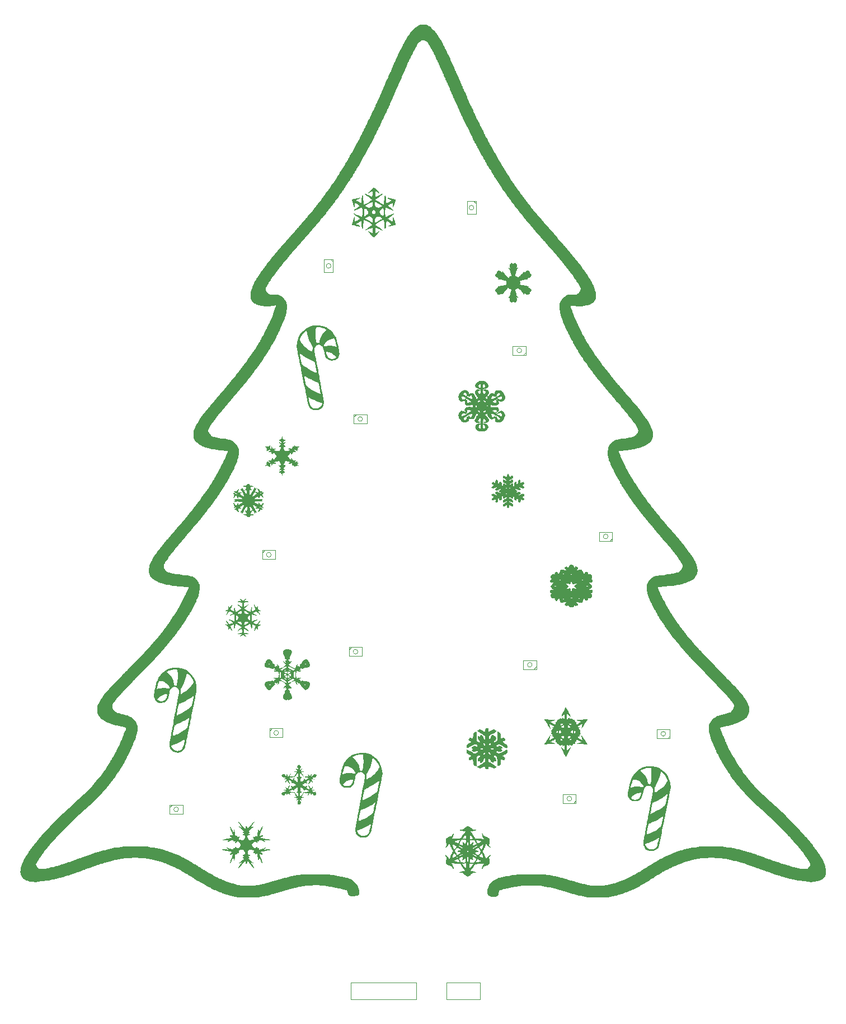
<source format=gto>
G04 #@! TF.GenerationSoftware,KiCad,Pcbnew,8.0.6*
G04 #@! TF.CreationDate,2024-11-23T10:48:36+01:00*
G04 #@! TF.ProjectId,ChristmasTree,43687269-7374-46d6-9173-547265652e6b,rev?*
G04 #@! TF.SameCoordinates,Original*
G04 #@! TF.FileFunction,Legend,Top*
G04 #@! TF.FilePolarity,Positive*
%FSLAX46Y46*%
G04 Gerber Fmt 4.6, Leading zero omitted, Abs format (unit mm)*
G04 Created by KiCad (PCBNEW 8.0.6) date 2024-11-23 10:48:36*
%MOMM*%
%LPD*%
G01*
G04 APERTURE LIST*
%ADD10C,0.100000*%
%ADD11C,0.000000*%
G04 APERTURE END LIST*
D10*
X103505000Y-165490000D02*
X108595000Y-165490000D01*
X108595000Y-168050000D01*
X103505000Y-168050000D01*
X103505000Y-165490000D01*
X89040000Y-165490000D02*
X98930000Y-165490000D01*
X98930000Y-168050000D01*
X89040000Y-168050000D01*
X89040000Y-165490000D01*
D11*
G36*
X77447344Y-118285724D02*
G01*
X77430478Y-118302590D01*
X77413612Y-118285724D01*
X77430478Y-118268858D01*
X77447344Y-118285724D01*
G37*
G36*
X80415737Y-136568327D02*
G01*
X80398871Y-136585193D01*
X80382005Y-136568327D01*
X80398871Y-136551461D01*
X80415737Y-136568327D01*
G37*
G36*
X78681078Y-88618463D02*
G01*
X78687780Y-88626321D01*
X78712835Y-88693713D01*
X78708154Y-88777226D01*
X78679918Y-88850632D01*
X78634313Y-88887705D01*
X78625964Y-88888513D01*
X78603688Y-88859458D01*
X78596594Y-88795751D01*
X78607366Y-88701513D01*
X78623481Y-88640688D01*
X78648864Y-88599002D01*
X78681078Y-88618463D01*
G37*
G36*
X113939082Y-56756555D02*
G01*
X114036613Y-56830137D01*
X114125142Y-56970262D01*
X114145578Y-57015081D01*
X114187285Y-57117822D01*
X114202763Y-57187853D01*
X114193614Y-57253916D01*
X114163639Y-57339008D01*
X114129282Y-57451241D01*
X114133295Y-57508659D01*
X114175983Y-57512146D01*
X114216017Y-57491419D01*
X114301123Y-57451035D01*
X114342549Y-57458341D01*
X114337525Y-57507388D01*
X114283285Y-57592226D01*
X114270318Y-57608169D01*
X114205715Y-57705496D01*
X114150367Y-57820701D01*
X114143824Y-57838447D01*
X114102455Y-57933484D01*
X114057474Y-58003377D01*
X114046282Y-58014465D01*
X114015223Y-58046817D01*
X114044481Y-58056230D01*
X114058323Y-58056630D01*
X114102773Y-58072782D01*
X114097054Y-58116733D01*
X114012527Y-58330515D01*
X113955067Y-58490247D01*
X113923352Y-58603082D01*
X113916060Y-58676170D01*
X113931870Y-58716662D01*
X113969459Y-58731710D01*
X113983270Y-58732338D01*
X114065852Y-58752003D01*
X114163149Y-58800376D01*
X114248494Y-58861520D01*
X114294864Y-58918545D01*
X114337666Y-58962949D01*
X114361321Y-58968460D01*
X114400622Y-58944317D01*
X114473733Y-58878766D01*
X114571156Y-58782127D01*
X114683392Y-58664718D01*
X114800941Y-58536860D01*
X114914306Y-58408870D01*
X115013987Y-58291069D01*
X115090485Y-58193774D01*
X115132561Y-58130621D01*
X115184889Y-58055038D01*
X115230226Y-58025016D01*
X115257350Y-58045639D01*
X115260624Y-58072578D01*
X115279697Y-58132040D01*
X115331999Y-58138001D01*
X115410155Y-58090836D01*
X115440631Y-58063418D01*
X115542828Y-57989192D01*
X115667087Y-57930228D01*
X115703000Y-57918925D01*
X115805912Y-57896459D01*
X115878057Y-57899860D01*
X115952151Y-57932164D01*
X115972854Y-57943970D01*
X116051364Y-58002223D01*
X116090089Y-58075360D01*
X116103918Y-58152725D01*
X116127341Y-58257340D01*
X116177961Y-58325049D01*
X116227193Y-58359425D01*
X116323781Y-58452416D01*
X116362246Y-58571006D01*
X116338428Y-58700305D01*
X116328325Y-58721443D01*
X116223237Y-58864857D01*
X116085488Y-58969733D01*
X115952382Y-59018034D01*
X115841585Y-59041499D01*
X115793484Y-59065549D01*
X115803646Y-59097501D01*
X115867639Y-59144669D01*
X115873426Y-59148353D01*
X115985857Y-59219606D01*
X115648539Y-59243899D01*
X115508823Y-59259763D01*
X115343127Y-59287459D01*
X115166143Y-59323461D01*
X114992563Y-59364247D01*
X114837078Y-59406290D01*
X114714381Y-59446067D01*
X114639163Y-59480054D01*
X114627905Y-59488740D01*
X114632273Y-59525104D01*
X114660914Y-59566991D01*
X114725368Y-59672793D01*
X114728769Y-59783358D01*
X114687176Y-59888044D01*
X114620011Y-60013359D01*
X114732775Y-60060475D01*
X114833965Y-60092476D01*
X114963329Y-60120424D01*
X115027783Y-60130168D01*
X115174799Y-60149507D01*
X115341435Y-60173199D01*
X115512564Y-60198876D01*
X115673058Y-60224173D01*
X115807788Y-60246721D01*
X115901628Y-60264154D01*
X115935259Y-60272169D01*
X115961868Y-60292211D01*
X115937010Y-60327805D01*
X115911395Y-60349780D01*
X115861040Y-60406931D01*
X115873455Y-60442279D01*
X115935098Y-60452656D01*
X115993235Y-60470443D01*
X116082576Y-60516142D01*
X116147866Y-60556457D01*
X116270928Y-60664799D01*
X116340968Y-60784708D01*
X116356822Y-60904956D01*
X116317325Y-61014313D01*
X116221312Y-61101550D01*
X116205317Y-61110320D01*
X116135708Y-61154935D01*
X116114390Y-61206649D01*
X116122295Y-61275276D01*
X116128273Y-61354993D01*
X116100644Y-61414919D01*
X116036623Y-61476157D01*
X115900406Y-61551195D01*
X115750919Y-61562938D01*
X115595364Y-61512373D01*
X115440942Y-61400486D01*
X115433626Y-61393537D01*
X115356388Y-61321838D01*
X115299985Y-61274141D01*
X115280914Y-61262218D01*
X115275196Y-61291609D01*
X115280970Y-61364612D01*
X115284397Y-61388712D01*
X115303929Y-61515206D01*
X115211608Y-61430877D01*
X115135222Y-61348917D01*
X115076618Y-61265871D01*
X115074641Y-61262218D01*
X115034436Y-61205362D01*
X114960581Y-61117346D01*
X114863292Y-61008816D01*
X114752784Y-60890415D01*
X114639275Y-60772787D01*
X114532980Y-60666577D01*
X114444114Y-60582430D01*
X114382895Y-60530988D01*
X114362397Y-60520120D01*
X114315694Y-60543068D01*
X114262333Y-60591955D01*
X114191443Y-60649698D01*
X114090156Y-60708953D01*
X114051141Y-60727215D01*
X113980438Y-60760417D01*
X113937821Y-60794981D01*
X113922767Y-60843313D01*
X113934748Y-60917820D01*
X113973242Y-61030909D01*
X114031956Y-61180535D01*
X114075987Y-61312320D01*
X114105679Y-61442164D01*
X114113745Y-61520750D01*
X114126945Y-61624765D01*
X114173855Y-61725658D01*
X114235127Y-61811727D01*
X114312322Y-61921674D01*
X114341383Y-61990323D01*
X114322318Y-62015809D01*
X114255131Y-61996266D01*
X114234593Y-61986103D01*
X114150686Y-61949509D01*
X114111392Y-61954775D01*
X114113351Y-62007250D01*
X114153205Y-62112279D01*
X114154078Y-62114291D01*
X114193814Y-62212640D01*
X114206370Y-62281274D01*
X114192989Y-62351664D01*
X114166370Y-62425351D01*
X114110103Y-62532886D01*
X114032395Y-62633428D01*
X113949183Y-62709925D01*
X113876403Y-62745330D01*
X113866602Y-62746041D01*
X113816491Y-62726322D01*
X113741694Y-62677875D01*
X113721753Y-62662675D01*
X113652627Y-62611176D01*
X113612135Y-62599316D01*
X113576150Y-62624693D01*
X113556299Y-62646184D01*
X113461371Y-62707366D01*
X113350630Y-62709248D01*
X113236934Y-62653599D01*
X113172751Y-62593448D01*
X113108216Y-62505671D01*
X113068499Y-62424472D01*
X113063158Y-62399491D01*
X113066142Y-62220386D01*
X113096200Y-62063457D01*
X113123078Y-61995884D01*
X113152895Y-61928254D01*
X113144583Y-61907968D01*
X113093484Y-61934023D01*
X113033378Y-61976622D01*
X112952130Y-62024516D01*
X112912422Y-62021927D01*
X112918747Y-61972406D01*
X112952378Y-61912607D01*
X113006431Y-61824316D01*
X113063453Y-61720774D01*
X113116795Y-61615832D01*
X113159807Y-61523344D01*
X113185837Y-61457162D01*
X113188237Y-61431139D01*
X113182003Y-61434295D01*
X113146711Y-61452877D01*
X113137357Y-61426042D01*
X113147579Y-61380940D01*
X113953046Y-61380940D01*
X113987084Y-61419882D01*
X114018671Y-61430877D01*
X114032268Y-61411604D01*
X114011873Y-61379464D01*
X113970626Y-61344103D01*
X113953768Y-61343488D01*
X113953046Y-61380940D01*
X113147579Y-61380940D01*
X113154719Y-61349435D01*
X113167283Y-61312816D01*
X113236720Y-61312816D01*
X113253586Y-61329682D01*
X113270452Y-61312816D01*
X113253586Y-61295950D01*
X113236720Y-61312816D01*
X113167283Y-61312816D01*
X113199575Y-61218699D01*
X113239013Y-61115024D01*
X113284493Y-60988379D01*
X113315399Y-60883043D01*
X113326813Y-60816585D01*
X113325466Y-60806186D01*
X113283290Y-60768273D01*
X113210008Y-60740918D01*
X113121429Y-60701961D01*
X113030312Y-60633915D01*
X113015893Y-60619676D01*
X112920617Y-60543341D01*
X112839091Y-60522926D01*
X112779677Y-60560174D01*
X112774075Y-60569232D01*
X112741073Y-60611327D01*
X112670907Y-60690645D01*
X112573576Y-60796173D01*
X112459079Y-60916894D01*
X112448245Y-60928158D01*
X112329523Y-61056337D01*
X112225196Y-61178008D01*
X112146347Y-61279642D01*
X112104056Y-61347714D01*
X112103515Y-61348984D01*
X112056806Y-61440635D01*
X112017904Y-61480892D01*
X111993328Y-61465490D01*
X111988129Y-61424435D01*
X111975788Y-61328316D01*
X111943711Y-61291153D01*
X111896842Y-61316261D01*
X111873153Y-61347361D01*
X111788291Y-61431027D01*
X111662721Y-61503649D01*
X111523170Y-61552228D01*
X111425520Y-61565063D01*
X111294350Y-61535680D01*
X111194247Y-61454399D01*
X111138700Y-61334456D01*
X111131934Y-61277023D01*
X111120355Y-61182772D01*
X111082297Y-61128063D01*
X111035995Y-61100768D01*
X110931486Y-61022214D01*
X110886958Y-60920635D01*
X110902231Y-60803537D01*
X110977127Y-60678430D01*
X111047749Y-60605217D01*
X111144353Y-60531115D01*
X111240357Y-60477921D01*
X111281603Y-60464198D01*
X111358504Y-60444322D01*
X111367917Y-60430169D01*
X113214232Y-60430169D01*
X113218862Y-60450222D01*
X113236720Y-60452656D01*
X113978818Y-60452656D01*
X113990327Y-60485511D01*
X113993693Y-60486388D01*
X114022492Y-60462751D01*
X114029416Y-60452656D01*
X114026741Y-60421573D01*
X114014541Y-60418925D01*
X113980191Y-60443411D01*
X113978818Y-60452656D01*
X113236720Y-60452656D01*
X113264485Y-60440315D01*
X113259208Y-60430169D01*
X113219176Y-60426132D01*
X113214232Y-60430169D01*
X111367917Y-60430169D01*
X111375578Y-60418650D01*
X111339887Y-60372613D01*
X111330567Y-60363198D01*
X111295237Y-60311692D01*
X111314460Y-60275571D01*
X111393383Y-60249764D01*
X111456450Y-60239199D01*
X111752779Y-60196129D01*
X112005932Y-60157299D01*
X112209649Y-60123732D01*
X112357669Y-60096453D01*
X112431830Y-60079828D01*
X112554564Y-60047301D01*
X112550047Y-59853631D01*
X112551461Y-59771902D01*
X112783179Y-59771902D01*
X112813960Y-59809107D01*
X112831939Y-59811753D01*
X112875201Y-59787182D01*
X112884353Y-59775083D01*
X112884254Y-59758551D01*
X114327066Y-59758551D01*
X114363922Y-59778022D01*
X114410389Y-59750862D01*
X114417331Y-59724613D01*
X114397718Y-59685272D01*
X114377274Y-59684557D01*
X114332729Y-59718131D01*
X114327066Y-59758551D01*
X112884254Y-59758551D01*
X112884041Y-59722860D01*
X112868073Y-59699468D01*
X112826747Y-59680569D01*
X112799028Y-59709230D01*
X112783179Y-59771902D01*
X112551461Y-59771902D01*
X112552185Y-59730044D01*
X112562542Y-59621793D01*
X112572428Y-59574777D01*
X112582060Y-59532877D01*
X112571888Y-59501793D01*
X112530617Y-59473618D01*
X112446954Y-59440444D01*
X112319285Y-59397545D01*
X112043930Y-59312764D01*
X111822441Y-59257742D01*
X111648700Y-59231365D01*
X111516588Y-59232516D01*
X111467037Y-59242278D01*
X111366509Y-59261167D01*
X111320776Y-59249535D01*
X111332982Y-59210032D01*
X111377820Y-59167103D01*
X111426307Y-59126262D01*
X111439910Y-59099004D01*
X111410651Y-59074347D01*
X111399275Y-59069655D01*
X113236720Y-59069655D01*
X113249062Y-59097420D01*
X113259208Y-59092143D01*
X113263245Y-59052111D01*
X113261503Y-59049978D01*
X113978818Y-59049978D01*
X114005977Y-59096445D01*
X114032227Y-59103387D01*
X114071568Y-59083774D01*
X114072283Y-59063330D01*
X114038708Y-59018785D01*
X113998289Y-59013122D01*
X113978818Y-59049978D01*
X113261503Y-59049978D01*
X113259208Y-59047167D01*
X113239154Y-59051798D01*
X113236720Y-59069655D01*
X111399275Y-59069655D01*
X111330553Y-59041311D01*
X111269917Y-59018583D01*
X111130553Y-58942899D01*
X111006367Y-58833945D01*
X110916588Y-58710875D01*
X110886941Y-58637088D01*
X110889075Y-58521843D01*
X110946555Y-58420916D01*
X111047570Y-58355044D01*
X111047572Y-58355043D01*
X111118494Y-58321974D01*
X111139417Y-58276469D01*
X111132617Y-58221720D01*
X111134192Y-58096834D01*
X111186238Y-58000381D01*
X111276830Y-57935141D01*
X111394045Y-57903891D01*
X111525957Y-57909411D01*
X111660644Y-57954479D01*
X111786179Y-58041874D01*
X111808669Y-58064182D01*
X111884037Y-58136496D01*
X111950047Y-58188797D01*
X111961235Y-58195589D01*
X111997599Y-58207788D01*
X112007689Y-58179683D01*
X111998986Y-58108357D01*
X111995569Y-58020785D01*
X112017568Y-57991455D01*
X112056536Y-58020260D01*
X112104023Y-58107094D01*
X112105112Y-58109687D01*
X112145505Y-58175766D01*
X112223532Y-58278237D01*
X112329574Y-58405344D01*
X112454009Y-58545331D01*
X112517844Y-58614068D01*
X112880667Y-58999003D01*
X112984850Y-58885261D01*
X113107927Y-58787492D01*
X113213474Y-58748175D01*
X113293594Y-58728022D01*
X113335658Y-58707438D01*
X113337530Y-58703285D01*
X113328192Y-58663886D01*
X113303286Y-58574560D01*
X113266959Y-58449899D01*
X113236335Y-58347364D01*
X113193839Y-58199815D01*
X113160187Y-58070424D01*
X113139706Y-57976561D01*
X113135506Y-57942583D01*
X113118413Y-57880494D01*
X113073364Y-57782205D01*
X113009668Y-57667752D01*
X113001677Y-57654635D01*
X112939826Y-57548900D01*
X112897766Y-57466818D01*
X112883109Y-57423507D01*
X112884050Y-57420909D01*
X112918551Y-57428394D01*
X112984011Y-57467165D01*
X113003664Y-57481197D01*
X113086251Y-57531143D01*
X113128207Y-57531084D01*
X113126475Y-57482153D01*
X113109430Y-57442048D01*
X113055523Y-57261961D01*
X113066124Y-57080694D01*
X113139419Y-56909432D01*
X113210478Y-56818522D01*
X113296720Y-56755930D01*
X113392548Y-56750582D01*
X113511035Y-56802102D01*
X113523385Y-56809595D01*
X113596665Y-56851753D01*
X113642905Y-56858436D01*
X113692451Y-56829644D01*
X113718212Y-56809595D01*
X113832848Y-56749659D01*
X113939082Y-56756555D01*
G37*
G36*
X84041899Y-66198836D02*
G01*
X84338022Y-66217411D01*
X84586550Y-66248688D01*
X84806848Y-66297149D01*
X85018283Y-66367274D01*
X85240221Y-66463543D01*
X85290389Y-66487703D01*
X85690420Y-66718813D01*
X86043089Y-66997415D01*
X86346488Y-67321349D01*
X86598707Y-67688454D01*
X86797840Y-68096570D01*
X86860302Y-68265211D01*
X86906273Y-68415133D01*
X86960891Y-68616570D01*
X87020774Y-68854653D01*
X87082537Y-69114514D01*
X87142799Y-69381286D01*
X87198176Y-69640100D01*
X87245286Y-69876088D01*
X87280746Y-70074382D01*
X87297111Y-70185047D01*
X87311107Y-70491901D01*
X87269829Y-70761138D01*
X87172517Y-70994882D01*
X87018411Y-71195259D01*
X86898306Y-71300401D01*
X86685621Y-71424883D01*
X86442008Y-71495039D01*
X86161049Y-71512612D01*
X86121329Y-71511119D01*
X85850877Y-71468896D01*
X85617015Y-71370088D01*
X85419980Y-71214940D01*
X85260009Y-71003699D01*
X85137338Y-70736611D01*
X85052203Y-70413920D01*
X85049193Y-70397737D01*
X85018356Y-70243889D01*
X85277171Y-70243889D01*
X85278115Y-70311555D01*
X85308154Y-70423872D01*
X85357032Y-70570989D01*
X85448923Y-70794735D01*
X85556577Y-70963605D01*
X85688412Y-71089781D01*
X85739607Y-71124724D01*
X85945403Y-71229786D01*
X86140049Y-71274672D01*
X86338366Y-71261470D01*
X86464303Y-71226869D01*
X86584896Y-71172254D01*
X86697161Y-71100136D01*
X86726628Y-71075300D01*
X86831424Y-70977406D01*
X86688244Y-70806394D01*
X86534445Y-70659360D01*
X86331926Y-70518764D01*
X86099371Y-70393877D01*
X85855465Y-70293967D01*
X85618890Y-70228307D01*
X85483931Y-70208850D01*
X85376577Y-70202531D01*
X85308824Y-70210879D01*
X85277171Y-70243889D01*
X85018356Y-70243889D01*
X84983366Y-70069318D01*
X84915824Y-69802066D01*
X84843360Y-69589703D01*
X84762770Y-69425949D01*
X84670848Y-69304524D01*
X84564389Y-69219150D01*
X84448341Y-69167197D01*
X84969522Y-69167197D01*
X84977225Y-69265195D01*
X85006769Y-69326000D01*
X85067808Y-69352826D01*
X85169997Y-69348890D01*
X85322989Y-69317406D01*
X85378672Y-69303471D01*
X85545869Y-69274752D01*
X85750917Y-69260725D01*
X85974343Y-69260615D01*
X86196676Y-69273645D01*
X86398443Y-69299042D01*
X86560171Y-69336030D01*
X86605511Y-69352310D01*
X86750174Y-69405553D01*
X86840837Y-69422461D01*
X86880253Y-69403174D01*
X86878232Y-69366269D01*
X86861486Y-69306971D01*
X86833594Y-69202275D01*
X86799869Y-69072206D01*
X86790974Y-69037384D01*
X86715314Y-68751022D01*
X86649993Y-68527732D01*
X86593800Y-68364118D01*
X86545524Y-68256784D01*
X86503953Y-68202335D01*
X86490484Y-68195054D01*
X86409145Y-68190173D01*
X86283326Y-68206347D01*
X86131056Y-68239248D01*
X85970359Y-68284550D01*
X85819265Y-68337924D01*
X85728486Y-68377961D01*
X85557741Y-68477564D01*
X85391330Y-68601723D01*
X85239469Y-68739810D01*
X85112378Y-68881202D01*
X85020273Y-69015272D01*
X84973373Y-69131396D01*
X84969522Y-69167197D01*
X84448341Y-69167197D01*
X84440188Y-69163547D01*
X84415425Y-69156139D01*
X84193919Y-69125184D01*
X83989100Y-69156738D01*
X83808493Y-69246468D01*
X83659620Y-69390046D01*
X83550006Y-69583140D01*
X83519217Y-69671971D01*
X83505573Y-69736396D01*
X83502268Y-69812465D01*
X83510428Y-69913427D01*
X83531176Y-70052535D01*
X83565635Y-70243041D01*
X83569280Y-70262277D01*
X83606199Y-70456846D01*
X83651220Y-70694412D01*
X83699931Y-70951678D01*
X83747919Y-71205347D01*
X83774885Y-71348008D01*
X83806045Y-71512810D01*
X83847849Y-71733739D01*
X83898373Y-72000637D01*
X83955694Y-72303350D01*
X84017889Y-72631721D01*
X84083034Y-72975594D01*
X84149207Y-73324812D01*
X84196492Y-73574303D01*
X84260482Y-73912288D01*
X84323334Y-74244975D01*
X84383369Y-74563437D01*
X84438912Y-74858744D01*
X84488282Y-75121967D01*
X84529805Y-75344179D01*
X84561801Y-75516449D01*
X84579914Y-75615073D01*
X84654320Y-76022765D01*
X84718127Y-76368852D01*
X84772275Y-76658199D01*
X84817704Y-76895670D01*
X84855354Y-77086130D01*
X84886165Y-77234443D01*
X84911076Y-77345474D01*
X84925307Y-77402856D01*
X84974744Y-77683951D01*
X84974684Y-77950567D01*
X84925638Y-78189086D01*
X84892640Y-78273091D01*
X84786350Y-78454948D01*
X84641771Y-78633521D01*
X84477127Y-78789557D01*
X84310640Y-78903804D01*
X84281714Y-78918525D01*
X84117538Y-78974796D01*
X83915946Y-79011447D01*
X83704904Y-79025493D01*
X83512379Y-79013949D01*
X83465313Y-79005665D01*
X83206655Y-78920402D01*
X82985579Y-78780138D01*
X82799733Y-78583090D01*
X82695147Y-78420909D01*
X82655832Y-78343346D01*
X82618573Y-78252740D01*
X82581555Y-78141883D01*
X82542963Y-78003569D01*
X82500985Y-77830589D01*
X82453806Y-77615738D01*
X82399611Y-77351807D01*
X82336588Y-77031589D01*
X82329275Y-76993708D01*
X82584558Y-76993708D01*
X82584984Y-77032626D01*
X82605735Y-77111482D01*
X82621184Y-77156251D01*
X82656025Y-77270975D01*
X82689952Y-77415660D01*
X82709315Y-77520917D01*
X82768474Y-77835660D01*
X82839358Y-78091111D01*
X82925228Y-78294911D01*
X83029345Y-78454698D01*
X83154972Y-78578111D01*
X83163478Y-78584689D01*
X83365050Y-78698531D01*
X83592988Y-78760509D01*
X83829618Y-78768886D01*
X84057263Y-78721926D01*
X84152962Y-78681832D01*
X84280421Y-78602631D01*
X84405416Y-78500533D01*
X84454737Y-78450170D01*
X84531895Y-78347098D01*
X84599758Y-78229789D01*
X84651158Y-78114749D01*
X84678926Y-78018480D01*
X84675895Y-77957486D01*
X84671379Y-77951379D01*
X84624671Y-77927440D01*
X84534128Y-77895862D01*
X84446312Y-77870750D01*
X84254862Y-77811274D01*
X84024183Y-77724726D01*
X83770185Y-77618461D01*
X83508779Y-77499836D01*
X83255877Y-77376208D01*
X83027389Y-77254933D01*
X82839227Y-77143367D01*
X82765222Y-77093510D01*
X82675927Y-77034155D01*
X82609829Y-76998567D01*
X82584558Y-76993708D01*
X82329275Y-76993708D01*
X82307325Y-76880014D01*
X82277673Y-76727571D01*
X82239005Y-76531375D01*
X82195751Y-76313778D01*
X82152344Y-76097137D01*
X82140165Y-76036720D01*
X82051561Y-75597200D01*
X81958894Y-75136336D01*
X81864921Y-74667910D01*
X81772401Y-74205700D01*
X81693728Y-73811753D01*
X81978529Y-73811753D01*
X81980164Y-73818752D01*
X81993682Y-73883112D01*
X82013700Y-73996314D01*
X82037147Y-74140419D01*
X82053787Y-74248938D01*
X82096501Y-74523780D01*
X82135726Y-74742183D01*
X82175543Y-74914745D01*
X82220036Y-75052064D01*
X82273288Y-75164739D01*
X82339383Y-75263367D01*
X82422403Y-75358546D01*
X82517418Y-75452345D01*
X82799545Y-75692732D01*
X83118566Y-75918690D01*
X83444241Y-76109086D01*
X83491384Y-76133066D01*
X83641261Y-76204762D01*
X83805738Y-76278625D01*
X83972882Y-76349877D01*
X84130757Y-76413741D01*
X84267429Y-76465437D01*
X84370963Y-76500189D01*
X84429426Y-76513218D01*
X84437120Y-76511688D01*
X84440357Y-76472956D01*
X84433522Y-76379557D01*
X84417898Y-76243324D01*
X84394767Y-76076091D01*
X84378281Y-75968697D01*
X84329887Y-75678235D01*
X84282853Y-75422739D01*
X84238744Y-75209606D01*
X84199125Y-75046229D01*
X84165561Y-74940003D01*
X84156134Y-74918854D01*
X84112620Y-74882293D01*
X84022119Y-74834210D01*
X83901952Y-74783472D01*
X83865609Y-74770091D01*
X83600326Y-74665254D01*
X83302475Y-74530335D01*
X82993211Y-74376057D01*
X82693690Y-74213141D01*
X82425067Y-74052312D01*
X82339062Y-73996362D01*
X82185539Y-73895218D01*
X82079839Y-73829707D01*
X82014848Y-73796306D01*
X81983450Y-73791495D01*
X81978529Y-73811753D01*
X81693728Y-73811753D01*
X81684089Y-73763489D01*
X81602745Y-73355056D01*
X81531125Y-72994182D01*
X81509091Y-72882803D01*
X81459462Y-72631982D01*
X81400426Y-72334118D01*
X81335781Y-72008329D01*
X81269319Y-71673730D01*
X81204837Y-71349438D01*
X81157548Y-71111886D01*
X81081822Y-70731328D01*
X81025774Y-70447643D01*
X81307522Y-70447643D01*
X81320064Y-70526027D01*
X81326569Y-70556401D01*
X81345120Y-70648594D01*
X81369715Y-70784973D01*
X81396369Y-70943008D01*
X81409922Y-71027557D01*
X81443927Y-71222283D01*
X81487619Y-71442640D01*
X81533050Y-71649142D01*
X81545757Y-71702192D01*
X81586448Y-71859952D01*
X81621312Y-71968098D01*
X81658096Y-72043100D01*
X81704546Y-72101428D01*
X81755834Y-72148842D01*
X82033713Y-72369189D01*
X82358477Y-72595769D01*
X82711906Y-72817145D01*
X83075777Y-73021878D01*
X83417862Y-73192083D01*
X83608025Y-73278118D01*
X83744296Y-73335178D01*
X83832661Y-73365369D01*
X83879105Y-73370796D01*
X83890106Y-73358225D01*
X83883933Y-73321878D01*
X83867042Y-73232124D01*
X83841877Y-73101723D01*
X83810880Y-72943436D01*
X83804537Y-72911280D01*
X83766164Y-72711047D01*
X83727491Y-72499115D01*
X83693385Y-72302700D01*
X83671465Y-72167253D01*
X83646898Y-72022963D01*
X83621220Y-71898949D01*
X83598543Y-71814134D01*
X83590222Y-71793438D01*
X83540532Y-71741200D01*
X83454287Y-71682575D01*
X83411275Y-71659665D01*
X83325920Y-71618397D01*
X83196258Y-71556080D01*
X83038888Y-71480676D01*
X82870407Y-71400148D01*
X82844422Y-71387746D01*
X82534080Y-71227763D01*
X82211792Y-71040472D01*
X81899838Y-70839797D01*
X81620499Y-70639661D01*
X81517567Y-70558549D01*
X81422074Y-70483403D01*
X81348534Y-70430633D01*
X81310525Y-70409863D01*
X81308466Y-70410304D01*
X81307522Y-70447643D01*
X81025774Y-70447643D01*
X81018404Y-70410338D01*
X80966404Y-70142324D01*
X80924933Y-69920695D01*
X80893102Y-69738858D01*
X80870023Y-69590222D01*
X80854805Y-69468195D01*
X80846561Y-69366185D01*
X80844401Y-69277600D01*
X80847436Y-69195847D01*
X80854777Y-69114336D01*
X80865535Y-69026474D01*
X80870855Y-68986125D01*
X80900972Y-68769783D01*
X80928939Y-68602117D01*
X80959312Y-68464674D01*
X80996648Y-68339001D01*
X81010714Y-68300895D01*
X81339022Y-68300895D01*
X81350685Y-68409248D01*
X81357458Y-68436800D01*
X81417656Y-68584031D01*
X81522855Y-68760589D01*
X81664058Y-68955359D01*
X81832272Y-69157226D01*
X82018499Y-69355072D01*
X82213744Y-69537783D01*
X82320529Y-69626853D01*
X82431791Y-69710640D01*
X82566868Y-69805246D01*
X82713222Y-69902735D01*
X82858313Y-69995171D01*
X82989605Y-70074619D01*
X83094557Y-70133143D01*
X83160631Y-70162808D01*
X83170622Y-70164873D01*
X83196677Y-70134658D01*
X83219744Y-70047924D01*
X83232687Y-69956499D01*
X83252647Y-69755933D01*
X83261462Y-69606619D01*
X83256876Y-69492932D01*
X83236631Y-69399249D01*
X83198472Y-69309946D01*
X83140141Y-69209398D01*
X83120195Y-69177590D01*
X82898175Y-68794294D01*
X82717634Y-68407932D01*
X82570334Y-67998276D01*
X82448041Y-67545096D01*
X82438231Y-67502590D01*
X82437664Y-67500178D01*
X83705828Y-67500178D01*
X83705833Y-67502590D01*
X83707344Y-67746621D01*
X83711595Y-67937650D01*
X83719731Y-68090121D01*
X83732899Y-68218475D01*
X83752246Y-68337155D01*
X83778917Y-68460605D01*
X83783353Y-68479311D01*
X83819861Y-68621390D01*
X83855211Y-68740761D01*
X83884177Y-68820565D01*
X83895669Y-68841696D01*
X83950572Y-68864008D01*
X84048130Y-68868147D01*
X84166151Y-68854543D01*
X84248506Y-68834858D01*
X84270751Y-68798059D01*
X84292919Y-68712328D01*
X84310289Y-68596036D01*
X84310598Y-68593115D01*
X84381389Y-68229994D01*
X84512864Y-67879755D01*
X84698684Y-67553773D01*
X84932510Y-67263419D01*
X85172575Y-67046702D01*
X85269460Y-66968292D01*
X85340910Y-66903115D01*
X85373569Y-66863512D01*
X85374303Y-66860284D01*
X85344513Y-66825841D01*
X85263647Y-66775890D01*
X85144462Y-66716758D01*
X84999715Y-66654770D01*
X84842162Y-66596253D01*
X84841273Y-66595949D01*
X84706685Y-66558116D01*
X84540463Y-66523370D01*
X84360470Y-66494096D01*
X84184569Y-66472677D01*
X84030625Y-66461496D01*
X83916500Y-66462936D01*
X83883560Y-66468168D01*
X83829394Y-66495878D01*
X83786626Y-66552982D01*
X83754173Y-66645787D01*
X83730950Y-66780602D01*
X83715874Y-66963733D01*
X83707861Y-67201490D01*
X83705828Y-67500178D01*
X82437664Y-67500178D01*
X82397325Y-67328508D01*
X82359552Y-67177577D01*
X82328196Y-67062200D01*
X82306538Y-66994785D01*
X82300870Y-66983446D01*
X82263500Y-66987502D01*
X82193741Y-67036419D01*
X82100030Y-67121350D01*
X81990806Y-67233448D01*
X81874503Y-67363867D01*
X81759561Y-67503758D01*
X81654415Y-67644275D01*
X81612791Y-67704981D01*
X81488203Y-67901500D01*
X81403740Y-68058604D01*
X81355360Y-68187875D01*
X81339022Y-68300895D01*
X81010714Y-68300895D01*
X81045505Y-68206644D01*
X81090582Y-68096348D01*
X81287938Y-67707168D01*
X81539477Y-67346518D01*
X81837247Y-67022538D01*
X82173296Y-66743368D01*
X82539672Y-66517147D01*
X82715043Y-66433607D01*
X83046630Y-66310021D01*
X83372864Y-66232728D01*
X83715727Y-66197839D01*
X84041899Y-66198836D01*
G37*
G36*
X62930304Y-117918316D02*
G01*
X63348479Y-117992501D01*
X63753178Y-118125811D01*
X64137324Y-118314079D01*
X64493840Y-118553137D01*
X64815650Y-118838818D01*
X65095678Y-119166955D01*
X65326846Y-119533381D01*
X65353339Y-119584396D01*
X65413979Y-119716217D01*
X65482894Y-119884739D01*
X65548922Y-120062058D01*
X65575939Y-120140970D01*
X65619504Y-120276461D01*
X65649995Y-120386810D01*
X65669770Y-120489678D01*
X65681188Y-120602724D01*
X65686604Y-120743610D01*
X65688378Y-120929995D01*
X65688526Y-120984263D01*
X65686078Y-121229323D01*
X65676880Y-121420076D01*
X65659929Y-121569432D01*
X65634225Y-121690303D01*
X65633584Y-121692630D01*
X65602019Y-121821125D01*
X65566812Y-121986851D01*
X65534108Y-122160290D01*
X65524701Y-122215472D01*
X65497303Y-122372291D01*
X65460333Y-122571043D01*
X65418369Y-122787696D01*
X65375991Y-122998221D01*
X65370452Y-123025034D01*
X65306988Y-123332943D01*
X65235550Y-123682565D01*
X65159240Y-124058486D01*
X65081161Y-124445293D01*
X65004417Y-124827571D01*
X64932111Y-125189907D01*
X64867344Y-125516888D01*
X64813622Y-125791036D01*
X64753087Y-126101699D01*
X64699038Y-126377403D01*
X64648255Y-126634247D01*
X64597522Y-126888328D01*
X64543618Y-127155743D01*
X64483325Y-127452591D01*
X64413425Y-127794969D01*
X64392085Y-127899270D01*
X64338397Y-128163433D01*
X64282501Y-128441722D01*
X64228073Y-128715591D01*
X64178794Y-128966495D01*
X64138344Y-129175887D01*
X64127756Y-129231674D01*
X64068285Y-129525276D01*
X64010377Y-129761931D01*
X63950564Y-129951967D01*
X63885379Y-130105711D01*
X63811353Y-130233493D01*
X63773752Y-130285907D01*
X63582305Y-130485023D01*
X63354173Y-130635849D01*
X63101133Y-130734022D01*
X62834961Y-130775183D01*
X62567434Y-130754969D01*
X62529345Y-130746712D01*
X62289982Y-130657856D01*
X62065244Y-130513031D01*
X61869086Y-130323725D01*
X61715461Y-130101430D01*
X61693060Y-130058101D01*
X61638979Y-129893073D01*
X61612998Y-129699973D01*
X61870217Y-129699973D01*
X61876749Y-129755268D01*
X61910440Y-129848689D01*
X61962525Y-129961254D01*
X62024240Y-130073987D01*
X62085503Y-130166184D01*
X62197130Y-130272829D01*
X62353395Y-130371263D01*
X62531520Y-130450646D01*
X62708732Y-130500139D01*
X62810193Y-130511103D01*
X62915803Y-130501450D01*
X63043200Y-130474306D01*
X63096913Y-130458334D01*
X63293071Y-130374133D01*
X63449401Y-130260264D01*
X63573984Y-130107109D01*
X63674901Y-129905050D01*
X63750014Y-129681022D01*
X63798086Y-129502373D01*
X63842071Y-129320024D01*
X63879617Y-129146163D01*
X63908367Y-128992980D01*
X63925968Y-128872666D01*
X63930065Y-128797410D01*
X63924357Y-128778422D01*
X63888250Y-128788870D01*
X63806448Y-128827337D01*
X63691387Y-128887609D01*
X63566045Y-128957436D01*
X63152791Y-129178718D01*
X62751462Y-129360827D01*
X62331860Y-129517286D01*
X62268847Y-129538272D01*
X62118138Y-129590198D01*
X61992852Y-129637921D01*
X61905925Y-129676191D01*
X61870294Y-129699763D01*
X61870217Y-129699973D01*
X61612998Y-129699973D01*
X61610176Y-129678997D01*
X61606561Y-129429340D01*
X61628045Y-129157569D01*
X61674539Y-128877149D01*
X61701654Y-128759429D01*
X61744047Y-128581788D01*
X61784294Y-128398198D01*
X61813295Y-128252250D01*
X62057478Y-128252250D01*
X62231446Y-128200587D01*
X62339562Y-128164845D01*
X62486139Y-128111559D01*
X62647513Y-128049478D01*
X62733086Y-128015129D01*
X62985610Y-127900759D01*
X63239808Y-127765147D01*
X63486715Y-127614887D01*
X63717365Y-127456575D01*
X63922793Y-127296810D01*
X64094031Y-127142186D01*
X64222116Y-126999300D01*
X64298079Y-126874748D01*
X64303951Y-126859417D01*
X64325068Y-126786786D01*
X64355649Y-126665691D01*
X64392816Y-126509237D01*
X64433688Y-126330530D01*
X64475385Y-126142675D01*
X64515028Y-125958778D01*
X64549737Y-125791943D01*
X64576632Y-125655277D01*
X64592833Y-125561884D01*
X64596267Y-125529124D01*
X64571761Y-125516969D01*
X64502673Y-125549089D01*
X64469057Y-125570371D01*
X64008575Y-125860341D01*
X63564304Y-126106645D01*
X63114009Y-126321052D01*
X62814433Y-126446158D01*
X62657571Y-126511642D01*
X62523211Y-126573675D01*
X62424172Y-126625909D01*
X62373269Y-126661995D01*
X62370266Y-126666175D01*
X62351811Y-126724665D01*
X62329656Y-126829653D01*
X62308006Y-126960641D01*
X62303863Y-126989928D01*
X62286290Y-127108051D01*
X62263181Y-127243798D01*
X62232674Y-127406776D01*
X62192906Y-127606593D01*
X62142016Y-127852857D01*
X62078142Y-128155175D01*
X62077096Y-128160089D01*
X62057478Y-128252250D01*
X61813295Y-128252250D01*
X61816382Y-128236716D01*
X61828115Y-128169124D01*
X61841258Y-128088135D01*
X61856393Y-127998165D01*
X61874410Y-127894426D01*
X61896200Y-127772130D01*
X61922653Y-127626487D01*
X61954661Y-127452710D01*
X61993113Y-127246009D01*
X62038901Y-127001598D01*
X62092915Y-126714686D01*
X62156045Y-126380486D01*
X62229183Y-125994210D01*
X62313219Y-125551069D01*
X62405336Y-125065804D01*
X62406937Y-125057371D01*
X62684971Y-125057371D01*
X62687702Y-125106249D01*
X62705798Y-125116401D01*
X62747675Y-125102330D01*
X62838794Y-125063490D01*
X62967890Y-125004943D01*
X63123693Y-124931751D01*
X63222480Y-124884282D01*
X63452498Y-124766737D01*
X63692631Y-124633136D01*
X63934230Y-124489306D01*
X64168650Y-124341071D01*
X64387242Y-124194257D01*
X64581358Y-124054689D01*
X64742350Y-123928191D01*
X64861572Y-123820589D01*
X64930376Y-123737708D01*
X64933915Y-123731444D01*
X64957153Y-123666357D01*
X64985258Y-123556606D01*
X65012696Y-123424184D01*
X65016465Y-123403432D01*
X65041875Y-123269674D01*
X65077834Y-123092257D01*
X65119763Y-122893268D01*
X65163081Y-122694794D01*
X65167649Y-122674325D01*
X65204563Y-122504032D01*
X65234266Y-122356787D01*
X65254362Y-122245306D01*
X65262452Y-122182304D01*
X65261981Y-122173991D01*
X65232309Y-122177696D01*
X65162632Y-122215300D01*
X65066220Y-122279308D01*
X65033133Y-122303226D01*
X64679456Y-122551833D01*
X64319408Y-122782728D01*
X63965758Y-122988546D01*
X63631276Y-123161924D01*
X63328729Y-123295499D01*
X63280013Y-123314236D01*
X63160923Y-123359182D01*
X63069247Y-123394335D01*
X63020739Y-123413637D01*
X63017072Y-123415353D01*
X63002132Y-123452582D01*
X62977616Y-123544969D01*
X62945834Y-123681261D01*
X62909093Y-123850209D01*
X62869700Y-124040559D01*
X62829965Y-124241062D01*
X62792196Y-124440466D01*
X62758699Y-124627520D01*
X62731784Y-124790972D01*
X62723475Y-124846548D01*
X62706416Y-124952942D01*
X62689760Y-125038106D01*
X62684971Y-125057371D01*
X62406937Y-125057371D01*
X62454038Y-124809271D01*
X62506658Y-124532011D01*
X62558958Y-124256355D01*
X62606700Y-124004635D01*
X62642134Y-123817730D01*
X62685117Y-123592846D01*
X62731897Y-123351274D01*
X62777535Y-123118327D01*
X62817094Y-122919315D01*
X62826384Y-122873241D01*
X62904838Y-122468554D01*
X62964600Y-122121997D01*
X63005469Y-121835055D01*
X63027241Y-121609214D01*
X63029715Y-121445960D01*
X63026260Y-121406062D01*
X63006589Y-121294505D01*
X62971519Y-121210360D01*
X62953197Y-121186654D01*
X63256294Y-121186654D01*
X63272064Y-121507105D01*
X63282347Y-121650903D01*
X63296863Y-121771087D01*
X63313234Y-121850327D01*
X63321833Y-121869778D01*
X63368113Y-121876254D01*
X63459068Y-121847222D01*
X63585376Y-121787619D01*
X63737713Y-121702379D01*
X63906759Y-121596439D01*
X64083192Y-121474734D01*
X64123307Y-121445421D01*
X64505523Y-121122355D01*
X64848698Y-120746056D01*
X64945160Y-120621477D01*
X65080174Y-120432699D01*
X65173443Y-120275603D01*
X65224835Y-120137286D01*
X65234219Y-120004847D01*
X65201463Y-119865387D01*
X65126435Y-119706004D01*
X65009004Y-119513798D01*
X64932672Y-119398872D01*
X64849593Y-119286633D01*
X64746858Y-119164085D01*
X64634028Y-119040688D01*
X64520667Y-118925906D01*
X64416334Y-118829200D01*
X64330592Y-118760032D01*
X64273003Y-118727863D01*
X64256447Y-118729702D01*
X64238588Y-118772729D01*
X64212144Y-118866990D01*
X64181047Y-118997428D01*
X64156587Y-119112152D01*
X64012655Y-119678581D01*
X63818569Y-120203162D01*
X63572052Y-120691581D01*
X63433151Y-120916800D01*
X63256294Y-121186654D01*
X62953197Y-121186654D01*
X62906960Y-121126828D01*
X62846472Y-121064121D01*
X62668368Y-120922630D01*
X62484469Y-120848316D01*
X62294435Y-120841111D01*
X62097926Y-120900951D01*
X62072897Y-120913138D01*
X61935362Y-121009233D01*
X61809391Y-121144136D01*
X61707792Y-121299154D01*
X61643372Y-121455596D01*
X61627158Y-121563662D01*
X61617653Y-121662133D01*
X61592063Y-121806937D01*
X61554774Y-121980123D01*
X61510173Y-122163741D01*
X61462647Y-122339841D01*
X61416582Y-122490472D01*
X61376366Y-122597685D01*
X61372329Y-122606391D01*
X61230302Y-122830668D01*
X61045732Y-123010963D01*
X60828801Y-123144307D01*
X60589691Y-123227731D01*
X60338585Y-123258266D01*
X60085664Y-123232943D01*
X59841110Y-123148793D01*
X59728317Y-123085761D01*
X59564017Y-122945851D01*
X59422071Y-122758894D01*
X59392946Y-122701608D01*
X59780577Y-122701608D01*
X59810423Y-122760086D01*
X59833737Y-122790324D01*
X59950060Y-122885503D01*
X60109267Y-122950117D01*
X60292721Y-122981293D01*
X60481788Y-122976156D01*
X60657830Y-122931829D01*
X60682669Y-122921303D01*
X60864394Y-122812429D01*
X61018280Y-122668563D01*
X61129375Y-122505651D01*
X61170505Y-122400996D01*
X61220363Y-122208856D01*
X61244842Y-122073097D01*
X61240056Y-121986148D01*
X61202113Y-121940441D01*
X61127127Y-121928407D01*
X61011208Y-121942476D01*
X60941828Y-121955882D01*
X60585951Y-122061641D01*
X60259327Y-122226413D01*
X59968569Y-122446758D01*
X59932138Y-122480850D01*
X59836542Y-122577378D01*
X59787653Y-122645835D01*
X59780577Y-122701608D01*
X59392946Y-122701608D01*
X59312941Y-122544248D01*
X59247091Y-122321273D01*
X59232348Y-122168026D01*
X59238985Y-122077239D01*
X59256969Y-121936085D01*
X59283599Y-121760180D01*
X59316174Y-121565142D01*
X59351992Y-121366588D01*
X59388351Y-121180135D01*
X59401851Y-121117475D01*
X59683574Y-121117475D01*
X59691438Y-121136561D01*
X59743279Y-121133743D01*
X59847238Y-121108119D01*
X59896313Y-121093931D01*
X60019973Y-121062847D01*
X60154253Y-121041811D01*
X60316303Y-121029065D01*
X60523276Y-121022850D01*
X60598340Y-121021983D01*
X60795424Y-121022683D01*
X60992057Y-121027476D01*
X61166621Y-121035587D01*
X61297497Y-121046242D01*
X61307240Y-121047404D01*
X61431093Y-121061612D01*
X61505490Y-121063529D01*
X61547864Y-121049655D01*
X61575647Y-121016487D01*
X61590036Y-120990598D01*
X61614029Y-120932662D01*
X61610720Y-120878077D01*
X61575883Y-120802560D01*
X61549207Y-120755983D01*
X61434582Y-120599347D01*
X61274925Y-120433935D01*
X61088083Y-120275420D01*
X60891901Y-120139472D01*
X60770039Y-120071722D01*
X60599203Y-119995810D01*
X60449640Y-119951805D01*
X60289239Y-119930368D01*
X60282262Y-119929856D01*
X60047551Y-119913063D01*
X59982086Y-120043882D01*
X59949584Y-120125979D01*
X59907529Y-120256891D01*
X59861015Y-120419580D01*
X59815141Y-120597008D01*
X59808620Y-120623880D01*
X59767787Y-120791844D01*
X59731413Y-120938035D01*
X59702916Y-121048958D01*
X59685714Y-121111120D01*
X59683574Y-121117475D01*
X59401851Y-121117475D01*
X59422551Y-121021401D01*
X59448784Y-120916800D01*
X59479630Y-120798620D01*
X59516206Y-120645816D01*
X59550987Y-120489914D01*
X59553459Y-120478287D01*
X59610035Y-120261128D01*
X59690436Y-120018321D01*
X59785135Y-119774952D01*
X59884609Y-119556105D01*
X59949622Y-119434941D01*
X60208629Y-119057617D01*
X60512446Y-118729283D01*
X60698178Y-118580030D01*
X61154914Y-118580030D01*
X61180086Y-118603613D01*
X61246596Y-118655915D01*
X61340938Y-118726372D01*
X61357511Y-118738477D01*
X61615951Y-118966445D01*
X61841813Y-119246817D01*
X62028691Y-119569817D01*
X62170180Y-119925668D01*
X62198705Y-120022231D01*
X62232680Y-120159231D01*
X62257405Y-120284487D01*
X62267972Y-120372795D01*
X62268061Y-120378400D01*
X62289349Y-120497270D01*
X62357249Y-120570656D01*
X62477817Y-120604837D01*
X62487317Y-120605823D01*
X62578439Y-120615335D01*
X62638189Y-120623019D01*
X62645552Y-120624410D01*
X62682696Y-120607141D01*
X62685666Y-120602888D01*
X62697436Y-120561110D01*
X62717698Y-120466133D01*
X62743786Y-120331293D01*
X62773033Y-120169925D01*
X62778429Y-120139076D01*
X62819104Y-119850756D01*
X62845574Y-119545002D01*
X62857686Y-119237603D01*
X62855287Y-118944350D01*
X62838223Y-118681032D01*
X62806341Y-118463441D01*
X62795193Y-118414663D01*
X62759885Y-118294797D01*
X62723229Y-118202948D01*
X62692512Y-118156994D01*
X62689501Y-118155385D01*
X62625360Y-118150243D01*
X62509869Y-118159330D01*
X62357135Y-118180553D01*
X62181268Y-118211816D01*
X61996374Y-118251025D01*
X61915641Y-118270293D01*
X61803111Y-118302884D01*
X61668204Y-118348942D01*
X61525121Y-118402683D01*
X61388066Y-118458324D01*
X61271241Y-118510084D01*
X61188848Y-118552179D01*
X61155089Y-118578827D01*
X61154914Y-118580030D01*
X60698178Y-118580030D01*
X60857137Y-118452291D01*
X61238765Y-118228994D01*
X61653392Y-118061744D01*
X62097082Y-117952895D01*
X62505730Y-117907425D01*
X62930304Y-117918316D01*
G37*
G36*
X91232671Y-130816076D02*
G01*
X91647651Y-130912999D01*
X92047499Y-131072016D01*
X92425647Y-131290461D01*
X92775525Y-131565661D01*
X92809212Y-131596673D01*
X93113170Y-131920502D01*
X93361816Y-132274309D01*
X93557434Y-132662779D01*
X93702308Y-133090600D01*
X93798722Y-133562458D01*
X93811104Y-133652416D01*
X93825502Y-133778836D01*
X93831330Y-133885523D01*
X93827355Y-133991041D01*
X93812341Y-134113954D01*
X93785056Y-134272826D01*
X93761652Y-134396398D01*
X93725519Y-134586474D01*
X93690494Y-134774936D01*
X93660459Y-134940629D01*
X93639299Y-135062400D01*
X93638492Y-135067265D01*
X93613697Y-135206670D01*
X93580472Y-135379419D01*
X93545110Y-135553019D01*
X93537238Y-135590107D01*
X93512331Y-135709095D01*
X93477144Y-135880995D01*
X93434360Y-136092509D01*
X93386659Y-136330341D01*
X93336723Y-136581196D01*
X93302577Y-136753852D01*
X93186960Y-137338924D01*
X93083651Y-137859116D01*
X92992724Y-138314058D01*
X92914254Y-138703380D01*
X92861329Y-138963281D01*
X92812548Y-139203101D01*
X92755581Y-139486285D01*
X92689553Y-139817221D01*
X92613593Y-140200297D01*
X92526830Y-140639899D01*
X92428392Y-141140416D01*
X92405494Y-141257039D01*
X92333746Y-141620108D01*
X92272550Y-141923546D01*
X92220312Y-142174083D01*
X92175434Y-142378449D01*
X92136320Y-142543374D01*
X92101373Y-142675587D01*
X92068998Y-142781819D01*
X92037598Y-142868799D01*
X92005577Y-142943256D01*
X92005442Y-142943546D01*
X91858978Y-143183138D01*
X91666698Y-143378118D01*
X91508717Y-143483666D01*
X91421627Y-143528424D01*
X91342871Y-143557978D01*
X91253814Y-143576003D01*
X91135821Y-143586176D01*
X90970258Y-143592173D01*
X90956906Y-143592518D01*
X90724677Y-143592438D01*
X90556290Y-143578562D01*
X90463825Y-143556604D01*
X90242492Y-143450776D01*
X90063769Y-143309037D01*
X89914588Y-143119413D01*
X89835525Y-142980982D01*
X89789867Y-142880126D01*
X89760622Y-142777628D01*
X89743167Y-142651213D01*
X89740878Y-142613495D01*
X89995551Y-142613495D01*
X90025068Y-142758000D01*
X90105393Y-142911915D01*
X90224184Y-143060909D01*
X90369102Y-143190652D01*
X90527806Y-143286811D01*
X90599657Y-143315059D01*
X90764350Y-143347167D01*
X90956389Y-143353026D01*
X91148868Y-143334230D01*
X91314880Y-143292378D01*
X91368012Y-143269455D01*
X91471599Y-143202110D01*
X91580788Y-143109707D01*
X91624061Y-143065524D01*
X91669110Y-143013308D01*
X91706158Y-142961252D01*
X91738876Y-142899311D01*
X91770935Y-142817439D01*
X91806004Y-142705592D01*
X91847756Y-142553722D01*
X91899859Y-142351785D01*
X91933589Y-142218394D01*
X91973514Y-142060424D01*
X92010204Y-141915984D01*
X92038753Y-141804356D01*
X92051159Y-141756468D01*
X92067151Y-141665654D01*
X92048123Y-141630868D01*
X91988248Y-141647974D01*
X91938384Y-141676405D01*
X91642432Y-141846628D01*
X91312879Y-142015824D01*
X90970005Y-142174740D01*
X90634093Y-142314123D01*
X90325424Y-142424719D01*
X90240106Y-142451218D01*
X90115069Y-142490431D01*
X90041750Y-142521665D01*
X90006575Y-142553928D01*
X89995972Y-142596225D01*
X89995551Y-142613495D01*
X89740878Y-142613495D01*
X89733278Y-142488247D01*
X89735777Y-142266411D01*
X89757799Y-141999621D01*
X89796865Y-141706698D01*
X89850500Y-141406466D01*
X89910833Y-141138978D01*
X89925147Y-141075279D01*
X90204220Y-141075279D01*
X90208089Y-141105246D01*
X90246167Y-141096092D01*
X90331014Y-141071984D01*
X90444966Y-141037957D01*
X90455809Y-141034652D01*
X90764384Y-140921952D01*
X91090527Y-140770199D01*
X91416784Y-140589683D01*
X91725703Y-140390692D01*
X91999832Y-140183516D01*
X92187271Y-140013883D01*
X92285715Y-139912594D01*
X92355892Y-139828779D01*
X92405464Y-139745953D01*
X92442091Y-139647631D01*
X92473435Y-139517328D01*
X92507159Y-139338559D01*
X92510942Y-139317464D01*
X92542922Y-139151105D01*
X92583805Y-138955807D01*
X92628578Y-138754017D01*
X92672227Y-138568181D01*
X92709739Y-138420746D01*
X92717385Y-138393171D01*
X92720153Y-138352591D01*
X92692059Y-138347649D01*
X92627582Y-138380806D01*
X92521205Y-138454523D01*
X92435454Y-138518877D01*
X92235652Y-138657053D01*
X91986602Y-138806543D01*
X91703645Y-138959177D01*
X91402120Y-139106785D01*
X91097369Y-139241197D01*
X91019870Y-139272824D01*
X90854157Y-139340041D01*
X90710876Y-139399659D01*
X90601678Y-139446714D01*
X90538216Y-139476241D01*
X90527590Y-139482571D01*
X90509360Y-139524665D01*
X90482503Y-139619763D01*
X90449152Y-139757043D01*
X90411437Y-139925685D01*
X90371489Y-140114866D01*
X90331438Y-140313766D01*
X90293415Y-140511562D01*
X90259551Y-140697432D01*
X90231977Y-140860557D01*
X90212823Y-140990113D01*
X90204220Y-141075279D01*
X89925147Y-141075279D01*
X89937211Y-141021590D01*
X89968414Y-140863952D01*
X89999317Y-140692540D01*
X90012055Y-140616136D01*
X90041657Y-140440062D01*
X90079052Y-140227773D01*
X90118892Y-140009226D01*
X90147555Y-139857172D01*
X90179628Y-139689962D01*
X90220818Y-139474937D01*
X90267595Y-139230549D01*
X90316426Y-138975250D01*
X90363779Y-138727492D01*
X90367065Y-138710293D01*
X90411372Y-138478939D01*
X90454857Y-138252926D01*
X90494729Y-138046691D01*
X90515516Y-137939843D01*
X90779524Y-137939843D01*
X90802007Y-137962399D01*
X90858123Y-137958460D01*
X90954223Y-137926521D01*
X91096656Y-137865078D01*
X91291771Y-137772626D01*
X91294223Y-137771436D01*
X91660090Y-137583535D01*
X92008595Y-137384534D01*
X92329201Y-137181289D01*
X92611375Y-136980654D01*
X92844581Y-136789484D01*
X92935899Y-136703231D01*
X92973380Y-136665355D01*
X93004170Y-136629710D01*
X93030516Y-136588506D01*
X93054665Y-136533956D01*
X93078861Y-136458270D01*
X93105350Y-136353660D01*
X93136379Y-136212338D01*
X93174193Y-136026513D01*
X93221038Y-135788398D01*
X93265584Y-135559856D01*
X93299813Y-135378467D01*
X93327352Y-135221321D01*
X93346368Y-135099848D01*
X93355027Y-135025475D01*
X93354155Y-135007719D01*
X93322704Y-135019851D01*
X93255013Y-135066774D01*
X93165339Y-135138543D01*
X93159527Y-135143460D01*
X92946395Y-135309411D01*
X92686126Y-135488053D01*
X92395070Y-135669262D01*
X92089580Y-135842916D01*
X91786008Y-135998889D01*
X91749602Y-136016358D01*
X91576535Y-136098868D01*
X91419326Y-136174123D01*
X91290622Y-136236046D01*
X91203072Y-136278559D01*
X91176575Y-136291703D01*
X91146720Y-136313081D01*
X91119317Y-136349595D01*
X91092553Y-136408101D01*
X91064614Y-136495456D01*
X91033687Y-136618514D01*
X90997958Y-136784132D01*
X90955613Y-136999166D01*
X90904841Y-137270470D01*
X90875888Y-137428486D01*
X90845922Y-137589595D01*
X90818328Y-137732233D01*
X90796386Y-137839774D01*
X90784326Y-137892298D01*
X90779524Y-137939843D01*
X90515516Y-137939843D01*
X90528195Y-137874671D01*
X90552461Y-137751303D01*
X90556298Y-137732072D01*
X90584418Y-137586813D01*
X90618455Y-137403719D01*
X90653123Y-137211482D01*
X90671275Y-137108035D01*
X90711816Y-136881102D01*
X90764135Y-136599502D01*
X90826056Y-136274568D01*
X90895401Y-135917638D01*
X90969994Y-135540048D01*
X91027534Y-135252789D01*
X91083168Y-134965714D01*
X91122338Y-134735159D01*
X91145821Y-134552424D01*
X91154398Y-134408805D01*
X91148847Y-134295603D01*
X91129947Y-134204114D01*
X91123249Y-134183678D01*
X91046535Y-134038447D01*
X91372646Y-134038447D01*
X91392465Y-134288091D01*
X91402448Y-134429621D01*
X91409568Y-134560704D01*
X91412284Y-134652967D01*
X91412284Y-134652980D01*
X91417084Y-134729129D01*
X91440181Y-134753791D01*
X91488181Y-134744758D01*
X91566127Y-134714760D01*
X91667875Y-134668584D01*
X91699004Y-134653238D01*
X91957188Y-134502422D01*
X92227394Y-134308198D01*
X92495826Y-134083290D01*
X92748689Y-133840422D01*
X92972187Y-133592319D01*
X93152523Y-133351704D01*
X93209922Y-133259652D01*
X93279949Y-133132351D01*
X93334205Y-133020403D01*
X93364781Y-132940773D01*
X93368725Y-132918985D01*
X93347482Y-132822829D01*
X93288978Y-132688569D01*
X93201049Y-132528277D01*
X93091534Y-132354024D01*
X92968270Y-132177879D01*
X92839095Y-132011916D01*
X92711845Y-131868203D01*
X92642111Y-131799892D01*
X92508543Y-131681651D01*
X92415302Y-131609287D01*
X92356547Y-131579490D01*
X92326431Y-131588950D01*
X92319271Y-131617008D01*
X92294158Y-131829987D01*
X92244581Y-132086999D01*
X92174381Y-132370841D01*
X92087403Y-132664310D01*
X92080612Y-132685300D01*
X91967419Y-132982114D01*
X91816178Y-133301581D01*
X91638270Y-133620441D01*
X91567161Y-133734861D01*
X91372646Y-134038447D01*
X91046535Y-134038447D01*
X91026609Y-134000723D01*
X90888632Y-133861823D01*
X90721172Y-133769533D01*
X90536081Y-133726409D01*
X90345212Y-133735004D01*
X90160417Y-133797876D01*
X89993550Y-133917577D01*
X89975023Y-133936162D01*
X89896037Y-134028545D01*
X89838214Y-134115101D01*
X89818871Y-134160554D01*
X89753318Y-134450732D01*
X89687185Y-134726069D01*
X89622882Y-134977703D01*
X89562818Y-135196773D01*
X89509404Y-135374420D01*
X89465048Y-135501781D01*
X89438062Y-135560903D01*
X89340846Y-135694381D01*
X89211967Y-135827434D01*
X89070196Y-135943795D01*
X88934304Y-136027193D01*
X88870827Y-136052543D01*
X88771373Y-136071927D01*
X88630356Y-136086761D01*
X88473646Y-136094562D01*
X88427025Y-136095161D01*
X88271540Y-136093110D01*
X88159133Y-136082626D01*
X88065516Y-136058894D01*
X87966400Y-136017101D01*
X87921049Y-135994888D01*
X87736019Y-135877232D01*
X87591924Y-135725034D01*
X87485913Y-135554227D01*
X87892422Y-135554227D01*
X87911706Y-135623327D01*
X87944915Y-135666604D01*
X88033353Y-135742006D01*
X88123440Y-135795478D01*
X88239094Y-135825912D01*
X88393602Y-135839640D01*
X88560504Y-135836843D01*
X88713339Y-135817702D01*
X88807591Y-135790788D01*
X88986690Y-135681547D01*
X89139645Y-135520616D01*
X89256977Y-135321678D01*
X89329210Y-135098413D01*
X89341790Y-135019576D01*
X89349619Y-134913401D01*
X89337139Y-134845175D01*
X89294983Y-134811023D01*
X89213784Y-134807072D01*
X89084175Y-134829449D01*
X88955328Y-134859759D01*
X88660997Y-134950417D01*
X88406837Y-135071859D01*
X88168160Y-135236301D01*
X88127056Y-135269655D01*
X87995976Y-135386373D01*
X87919138Y-135478236D01*
X87892422Y-135554227D01*
X87485913Y-135554227D01*
X87445856Y-135489686D01*
X87360912Y-135248612D01*
X87335128Y-134991462D01*
X87366539Y-134707887D01*
X87383784Y-134628752D01*
X87416915Y-134481186D01*
X87453692Y-134305306D01*
X87486068Y-134139642D01*
X87508926Y-134026464D01*
X87773352Y-134026464D01*
X87780264Y-134048585D01*
X87801282Y-134047375D01*
X87811421Y-134043493D01*
X87863372Y-134025110D01*
X87959105Y-133993655D01*
X88077928Y-133955927D01*
X88078352Y-133955795D01*
X88459099Y-133868824D01*
X88833974Y-133846866D01*
X89198367Y-133889999D01*
X89367347Y-133933586D01*
X89470047Y-133961499D01*
X89535219Y-133965652D01*
X89588573Y-133945783D01*
X89612298Y-133931095D01*
X89679917Y-133863850D01*
X89712685Y-133798981D01*
X89702889Y-133714970D01*
X89645952Y-133603763D01*
X89551079Y-133475263D01*
X89427476Y-133339372D01*
X89284350Y-133205992D01*
X89130906Y-133085025D01*
X88976352Y-132986374D01*
X88938548Y-132966323D01*
X88814337Y-132915461D01*
X88664773Y-132871997D01*
X88506537Y-132838631D01*
X88356309Y-132818063D01*
X88230770Y-132812996D01*
X88146599Y-132826129D01*
X88130122Y-132835424D01*
X88099470Y-132884954D01*
X88059890Y-132981937D01*
X88018468Y-133108290D01*
X88005614Y-133153303D01*
X87957031Y-133329268D01*
X87901741Y-133528414D01*
X87851339Y-133708989D01*
X87849223Y-133716537D01*
X87806634Y-133870798D01*
X87781743Y-133970654D01*
X87773352Y-134026464D01*
X87508926Y-134026464D01*
X87524106Y-133951303D01*
X87572631Y-133734812D01*
X87627761Y-133505321D01*
X87685617Y-133277981D01*
X87742319Y-133067942D01*
X87793988Y-132890356D01*
X87836743Y-132760374D01*
X87844528Y-132739775D01*
X88026639Y-132362813D01*
X88269164Y-132002285D01*
X88558404Y-131675151D01*
X88865420Y-131404810D01*
X89295367Y-131404810D01*
X89312140Y-131432954D01*
X89369409Y-131499311D01*
X89459176Y-131595197D01*
X89573441Y-131711924D01*
X89630329Y-131768550D01*
X89823471Y-131969768D01*
X89974236Y-132155199D01*
X90092300Y-132342142D01*
X90187339Y-132547897D01*
X90269028Y-132789762D01*
X90331670Y-133022483D01*
X90371367Y-133177787D01*
X90406401Y-133307845D01*
X90433079Y-133399413D01*
X90447707Y-133439249D01*
X90448017Y-133439607D01*
X90487370Y-133456323D01*
X90565330Y-133479530D01*
X90654535Y-133501597D01*
X90708220Y-133512152D01*
X90744933Y-133492699D01*
X90763117Y-133473440D01*
X90802307Y-133392834D01*
X90840394Y-133256432D01*
X90875316Y-133075895D01*
X90905008Y-132862881D01*
X90927407Y-132629052D01*
X90935750Y-132498100D01*
X90942059Y-132320891D01*
X90944386Y-132120643D01*
X90943125Y-131909374D01*
X90938673Y-131699101D01*
X90931425Y-131501842D01*
X90921775Y-131329616D01*
X90910120Y-131194441D01*
X90896856Y-131108334D01*
X90889308Y-131086702D01*
X90844347Y-131067912D01*
X90748424Y-131057091D01*
X90617520Y-131053867D01*
X90467620Y-131057871D01*
X90314708Y-131068732D01*
X90174765Y-131086079D01*
X90078535Y-131105495D01*
X89978040Y-131135499D01*
X89847700Y-131179712D01*
X89703145Y-131232159D01*
X89560002Y-131286868D01*
X89433901Y-131337866D01*
X89340472Y-131379179D01*
X89295367Y-131404810D01*
X88865420Y-131404810D01*
X88888424Y-131384554D01*
X89236543Y-131154020D01*
X89608753Y-130981174D01*
X90011048Y-130863643D01*
X90449422Y-130799055D01*
X90809127Y-130783918D01*
X91232671Y-130816076D01*
G37*
G36*
X134485203Y-132849079D02*
G01*
X134713314Y-132857606D01*
X134888086Y-132868420D01*
X135023640Y-132883176D01*
X135134098Y-132903528D01*
X135233582Y-132931131D01*
X135259807Y-132939842D01*
X135657385Y-133107039D01*
X136031733Y-133325966D01*
X136371932Y-133588492D01*
X136667067Y-133886490D01*
X136848481Y-134122776D01*
X137020270Y-134404343D01*
X137158492Y-134698892D01*
X137268302Y-135020764D01*
X137354859Y-135384297D01*
X137403640Y-135666391D01*
X137428226Y-135835984D01*
X137441409Y-135956104D01*
X137443350Y-136043745D01*
X137434214Y-136115899D01*
X137414163Y-136189558D01*
X137408813Y-136206099D01*
X137380871Y-136310157D01*
X137349299Y-136457126D01*
X137319029Y-136622999D01*
X137305073Y-136711217D01*
X137275373Y-136895941D01*
X137236929Y-137113738D01*
X137195657Y-137331832D01*
X137171140Y-137453315D01*
X137140179Y-137604566D01*
X137099706Y-137806185D01*
X137052866Y-138042272D01*
X137002809Y-138296931D01*
X136952682Y-138554264D01*
X136932292Y-138659695D01*
X136885033Y-138901864D01*
X136838102Y-139137337D01*
X136794190Y-139352985D01*
X136755985Y-139535682D01*
X136726179Y-139672299D01*
X136714534Y-139722245D01*
X136676830Y-139889212D01*
X136640031Y-140071748D01*
X136615285Y-140211355D01*
X136594187Y-140333154D01*
X136562891Y-140500769D01*
X136525266Y-140694035D01*
X136485183Y-140892788D01*
X136476141Y-140936587D01*
X136424498Y-141187636D01*
X136362907Y-141490470D01*
X136294253Y-141830647D01*
X136221423Y-142193721D01*
X136147301Y-142565247D01*
X136074773Y-142930781D01*
X136006726Y-143275878D01*
X135946046Y-143586093D01*
X135920172Y-143719456D01*
X135855389Y-144049963D01*
X135799466Y-144321911D01*
X135749805Y-144543226D01*
X135703812Y-144721833D01*
X135658889Y-144865656D01*
X135612440Y-144982621D01*
X135561869Y-145080652D01*
X135504579Y-145167676D01*
X135437975Y-145251617D01*
X135406210Y-145288300D01*
X135216184Y-145453905D01*
X134984969Y-145570468D01*
X134719767Y-145635952D01*
X134427778Y-145648324D01*
X134215178Y-145624950D01*
X133981419Y-145552561D01*
X133771601Y-145423635D01*
X133592850Y-145246971D01*
X133452291Y-145031365D01*
X133357049Y-144785615D01*
X133332153Y-144630244D01*
X133584230Y-144630244D01*
X133600576Y-144699411D01*
X133621194Y-144761782D01*
X133728038Y-144973829D01*
X133895834Y-145159739D01*
X133978470Y-145225874D01*
X134113849Y-145308548D01*
X134258397Y-145357551D01*
X134432115Y-145377773D01*
X134596053Y-145376899D01*
X134745314Y-145366803D01*
X134853756Y-145345846D01*
X134947907Y-145307129D01*
X135016656Y-145267538D01*
X135120158Y-145196736D01*
X135205040Y-145119369D01*
X135276304Y-145025660D01*
X135338956Y-144905836D01*
X135397999Y-144750121D01*
X135458435Y-144548740D01*
X135525270Y-144291917D01*
X135533944Y-144256961D01*
X135580811Y-144063984D01*
X135619925Y-143896266D01*
X135649128Y-143763649D01*
X135666258Y-143675973D01*
X135669155Y-143643081D01*
X135668716Y-143643107D01*
X135634043Y-143661487D01*
X135550538Y-143706579D01*
X135428576Y-143772757D01*
X135278533Y-143854395D01*
X135169621Y-143913761D01*
X134859136Y-144075641D01*
X134557229Y-144218836D01*
X134276121Y-144338101D01*
X134028033Y-144428192D01*
X133857993Y-144476577D01*
X133746666Y-144508082D01*
X133656253Y-144542942D01*
X133625342Y-144560198D01*
X133592341Y-144590865D01*
X133584230Y-144630244D01*
X133332153Y-144630244D01*
X133314250Y-144518518D01*
X133313937Y-144512152D01*
X133311875Y-144432335D01*
X133313904Y-144348042D01*
X133321146Y-144251867D01*
X133334729Y-144136407D01*
X133355775Y-143994255D01*
X133385412Y-143818008D01*
X133424763Y-143600259D01*
X133474954Y-143333604D01*
X133529958Y-143047794D01*
X133821883Y-143047794D01*
X133826760Y-143098501D01*
X133854199Y-143121567D01*
X133913121Y-143117517D01*
X134012446Y-143086873D01*
X134161095Y-143030158D01*
X134252941Y-142993687D01*
X134739153Y-142777021D01*
X135166669Y-142538139D01*
X135533307Y-142278385D01*
X135794446Y-142043214D01*
X135868887Y-141965112D01*
X135929015Y-141892547D01*
X135978257Y-141815956D01*
X136020046Y-141725780D01*
X136057809Y-141612457D01*
X136094978Y-141466426D01*
X136134981Y-141278125D01*
X136181250Y-141037994D01*
X136209568Y-140885990D01*
X136239872Y-140725878D01*
X136267094Y-140588343D01*
X136288270Y-140487941D01*
X136300440Y-140439224D01*
X136300508Y-140439044D01*
X136301178Y-140401799D01*
X136257759Y-140407480D01*
X136168385Y-140456897D01*
X136031190Y-140550857D01*
X136014794Y-140562715D01*
X135744260Y-140742514D01*
X135426982Y-140925514D01*
X135082319Y-141101426D01*
X134729626Y-141259962D01*
X134615812Y-141306301D01*
X134452118Y-141372740D01*
X134309918Y-141433492D01*
X134201612Y-141483032D01*
X134139601Y-141515833D01*
X134131188Y-141522273D01*
X134103535Y-141578954D01*
X134068719Y-141692790D01*
X134028751Y-141854098D01*
X133985643Y-142053196D01*
X133941405Y-142280402D01*
X133898051Y-142526034D01*
X133857590Y-142780408D01*
X133830649Y-142968925D01*
X133821883Y-143047794D01*
X133529958Y-143047794D01*
X133537109Y-143010639D01*
X133559935Y-142893028D01*
X133597499Y-142697558D01*
X133636087Y-142493057D01*
X133670704Y-142306187D01*
X133692649Y-142184662D01*
X133724443Y-142009323D01*
X133760121Y-141818966D01*
X133792257Y-141653171D01*
X133793893Y-141644954D01*
X133823436Y-141494822D01*
X133863017Y-141290608D01*
X133910309Y-141044551D01*
X133962982Y-140768887D01*
X134018708Y-140475855D01*
X134075159Y-140177695D01*
X134111850Y-139982988D01*
X134352789Y-139982988D01*
X134381176Y-139998031D01*
X134462190Y-139982189D01*
X134589612Y-139937564D01*
X134757221Y-139866263D01*
X134909363Y-139794695D01*
X135205684Y-139643313D01*
X135493628Y-139482815D01*
X135765660Y-139318388D01*
X136014246Y-139155216D01*
X136231852Y-138998484D01*
X136410945Y-138853378D01*
X136543990Y-138725083D01*
X136623454Y-138618784D01*
X136626543Y-138612844D01*
X136653118Y-138539472D01*
X136688371Y-138412809D01*
X136729527Y-138246050D01*
X136773812Y-138052388D01*
X136818452Y-137845016D01*
X136860672Y-137637130D01*
X136897699Y-137441922D01*
X136926758Y-137272586D01*
X136945075Y-137142317D01*
X136950133Y-137073882D01*
X136926853Y-137064070D01*
X136856946Y-137102695D01*
X136740315Y-137189813D01*
X136722444Y-137204117D01*
X136435319Y-137420023D01*
X136116636Y-137629518D01*
X135757893Y-137837512D01*
X135350591Y-138048915D01*
X134886232Y-138268636D01*
X134854979Y-138282821D01*
X134767270Y-138329100D01*
X134705502Y-138373280D01*
X134698435Y-138380786D01*
X134681261Y-138427288D01*
X134656217Y-138528142D01*
X134625966Y-138671063D01*
X134593168Y-138843765D01*
X134572234Y-138963281D01*
X134535897Y-139168469D01*
X134497315Y-139370901D01*
X134460207Y-139552032D01*
X134428294Y-139693315D01*
X134416759Y-139738433D01*
X134385569Y-139854394D01*
X134362797Y-139941274D01*
X134352900Y-139982039D01*
X134352789Y-139982988D01*
X134111850Y-139982988D01*
X134130006Y-139886642D01*
X134180922Y-139614937D01*
X134217457Y-139418659D01*
X134260700Y-139187728D01*
X134308323Y-138937174D01*
X134355362Y-138692884D01*
X134396855Y-138480744D01*
X134408212Y-138423573D01*
X134448863Y-138216200D01*
X134491745Y-137991208D01*
X134531287Y-137778133D01*
X134557689Y-137630877D01*
X134593349Y-137433697D01*
X134634951Y-137213844D01*
X134675327Y-137008934D01*
X134688590Y-136944096D01*
X134732509Y-136708348D01*
X134753873Y-136522617D01*
X134752180Y-136373162D01*
X134726929Y-136246244D01*
X134677620Y-136128123D01*
X134670226Y-136114617D01*
X134990497Y-136114617D01*
X134990710Y-136181188D01*
X134995495Y-136294047D01*
X135005192Y-136459428D01*
X135020143Y-136683567D01*
X135026828Y-136779150D01*
X135055773Y-136788029D01*
X135132128Y-136764902D01*
X135239591Y-136715891D01*
X135467186Y-136587264D01*
X135713068Y-136425331D01*
X135951699Y-136248074D01*
X136157538Y-136073476D01*
X136174439Y-136057700D01*
X136349797Y-135881140D01*
X136515118Y-135693732D01*
X136663463Y-135505307D01*
X136787892Y-135325695D01*
X136881465Y-135164725D01*
X136937242Y-135032228D01*
X136950106Y-134958980D01*
X136931987Y-134871563D01*
X136882785Y-134744528D01*
X136810168Y-134593478D01*
X136721806Y-134434020D01*
X136625365Y-134281758D01*
X136598230Y-134242919D01*
X136517305Y-134139131D01*
X136415486Y-134021844D01*
X136303673Y-133902031D01*
X136192762Y-133790663D01*
X136093653Y-133698715D01*
X136017243Y-133637158D01*
X135976361Y-133616800D01*
X135949037Y-133646509D01*
X135925218Y-133720203D01*
X135920918Y-133743294D01*
X135833395Y-134172672D01*
X135710960Y-134602656D01*
X135559631Y-135017061D01*
X135385427Y-135399705D01*
X135194367Y-135734402D01*
X135162405Y-135782763D01*
X135085754Y-135904674D01*
X135026469Y-136014970D01*
X134993912Y-136095581D01*
X134990497Y-136114617D01*
X134670226Y-136114617D01*
X134657490Y-136091352D01*
X134535464Y-135933313D01*
X134380113Y-135831036D01*
X134185913Y-135781531D01*
X134074481Y-135775631D01*
X133905000Y-135787274D01*
X133762243Y-135826024D01*
X133642161Y-135897617D01*
X133540709Y-136007786D01*
X133453839Y-136162265D01*
X133377505Y-136366789D01*
X133307660Y-136627092D01*
X133240256Y-136948909D01*
X133237976Y-136960913D01*
X133169363Y-137253769D01*
X133082862Y-137491352D01*
X132973241Y-137684651D01*
X132835273Y-137844661D01*
X132803587Y-137873839D01*
X132682387Y-137974004D01*
X132572167Y-138042765D01*
X132455126Y-138085846D01*
X132313463Y-138108973D01*
X132129378Y-138117870D01*
X132042165Y-138118719D01*
X131869892Y-138117536D01*
X131747740Y-138110920D01*
X131658429Y-138096352D01*
X131584680Y-138071313D01*
X131528652Y-138043862D01*
X131328306Y-137903992D01*
X131161897Y-137714016D01*
X131099400Y-137606944D01*
X131485591Y-137606944D01*
X131514435Y-137672230D01*
X131589488Y-137746069D01*
X131693526Y-137814034D01*
X131777546Y-137851528D01*
X131965490Y-137893882D01*
X132163610Y-137885744D01*
X132325884Y-137847899D01*
X132517956Y-137757163D01*
X132685931Y-137611950D01*
X132821445Y-137423389D01*
X132916133Y-137202607D01*
X132957115Y-137008166D01*
X132967095Y-136917326D01*
X132964427Y-136859192D01*
X132938470Y-136829717D01*
X132878583Y-136824855D01*
X132774126Y-136840561D01*
X132614457Y-136872790D01*
X132605749Y-136874575D01*
X132378295Y-136930203D01*
X132188112Y-137000760D01*
X132007646Y-137098627D01*
X131822049Y-137226733D01*
X131649369Y-137366352D01*
X131538692Y-137483515D01*
X131488872Y-137579515D01*
X131485591Y-137606944D01*
X131099400Y-137606944D01*
X131045121Y-137513952D01*
X130984142Y-137365812D01*
X130948262Y-137212232D01*
X130937442Y-137041327D01*
X130951642Y-136841213D01*
X130990826Y-136600005D01*
X131041394Y-136363985D01*
X131081301Y-136187663D01*
X131117410Y-136022779D01*
X131118013Y-136019906D01*
X131384396Y-136019906D01*
X131395251Y-136039417D01*
X131434589Y-136043119D01*
X131512566Y-136029626D01*
X131639339Y-135997557D01*
X131727591Y-135973172D01*
X131964354Y-135915020D01*
X132170629Y-135884463D01*
X132346232Y-135876826D01*
X132575763Y-135890413D01*
X132809972Y-135926825D01*
X132883308Y-135943740D01*
X133048127Y-135979434D01*
X133161912Y-135985749D01*
X133235442Y-135960332D01*
X133279497Y-135900829D01*
X133294774Y-135853903D01*
X133290650Y-135737775D01*
X133255293Y-135650936D01*
X133182710Y-135547960D01*
X133069280Y-135422758D01*
X132930825Y-135289713D01*
X132783161Y-135163213D01*
X132642109Y-135057643D01*
X132528018Y-134989541D01*
X132415899Y-134946644D01*
X132272034Y-134906863D01*
X132115202Y-134873591D01*
X131964185Y-134850222D01*
X131837762Y-134840151D01*
X131754714Y-134846772D01*
X131748875Y-134848725D01*
X131726335Y-134884676D01*
X131690138Y-134972972D01*
X131644258Y-135100840D01*
X131592671Y-135255508D01*
X131539351Y-135424203D01*
X131488274Y-135594150D01*
X131443414Y-135752578D01*
X131408747Y-135886714D01*
X131388247Y-135983784D01*
X131384396Y-136019906D01*
X131118013Y-136019906D01*
X131145951Y-135886894D01*
X131163156Y-135797567D01*
X131164006Y-135792497D01*
X131206310Y-135585171D01*
X131268490Y-135344699D01*
X131343620Y-135093607D01*
X131424774Y-134854421D01*
X131505026Y-134649667D01*
X131537372Y-134578154D01*
X131766197Y-134171054D01*
X132038889Y-133815111D01*
X132356435Y-133509400D01*
X132431592Y-133456370D01*
X132904373Y-133456370D01*
X132921659Y-133505991D01*
X132981275Y-133567761D01*
X133078904Y-133648427D01*
X133083790Y-133652343D01*
X133357923Y-133904489D01*
X133578091Y-134181502D01*
X133749552Y-134492350D01*
X133877565Y-134846002D01*
X133942951Y-135117873D01*
X133972416Y-135257940D01*
X133999101Y-135371702D01*
X134019261Y-135443832D01*
X134026741Y-135460827D01*
X134068248Y-135479399D01*
X134148680Y-135503934D01*
X134240910Y-135526670D01*
X134289628Y-135536056D01*
X134326657Y-135516825D01*
X134345591Y-135497344D01*
X134374101Y-135445457D01*
X134415063Y-135350424D01*
X134458469Y-135235923D01*
X134482096Y-135166331D01*
X134500428Y-135099989D01*
X134514145Y-135027319D01*
X134523927Y-134938740D01*
X134530453Y-134824674D01*
X134534403Y-134675540D01*
X134536457Y-134481759D01*
X134537293Y-134233751D01*
X134537434Y-134122776D01*
X134536931Y-133835368D01*
X134534578Y-133608425D01*
X134530053Y-133434967D01*
X134523031Y-133308011D01*
X134513190Y-133220577D01*
X134500206Y-133165684D01*
X134492343Y-133148095D01*
X134469459Y-133112427D01*
X134440738Y-133090100D01*
X134392680Y-133079142D01*
X134311785Y-133077580D01*
X134184554Y-133083441D01*
X134089065Y-133089168D01*
X133902271Y-133104680D01*
X133741435Y-133129466D01*
X133579166Y-133169243D01*
X133388072Y-133229728D01*
X133344902Y-133244496D01*
X133149683Y-133312963D01*
X133014067Y-133366601D01*
X132933737Y-133412155D01*
X132904373Y-133456370D01*
X132431592Y-133456370D01*
X132719823Y-133252996D01*
X133130038Y-133044973D01*
X133205910Y-133013794D01*
X133392612Y-132946345D01*
X133573408Y-132897585D01*
X133763316Y-132865583D01*
X133977354Y-132848404D01*
X134230541Y-132844114D01*
X134485203Y-132849079D01*
G37*
G36*
X122478597Y-102384519D02*
G01*
X122651530Y-102433466D01*
X122654758Y-102434910D01*
X122737327Y-102479035D01*
X122773952Y-102528284D01*
X122782754Y-102608919D01*
X122782802Y-102620463D01*
X122792374Y-102723889D01*
X122824800Y-102764897D01*
X122885648Y-102746283D01*
X122945041Y-102701886D01*
X123024141Y-102646713D01*
X123091256Y-102618345D01*
X123101034Y-102617331D01*
X123175392Y-102634280D01*
X123270376Y-102676141D01*
X123361152Y-102729439D01*
X123422887Y-102780698D01*
X123434060Y-102798052D01*
X123425770Y-102859816D01*
X123374083Y-102951048D01*
X123287845Y-103058526D01*
X123201117Y-103146215D01*
X123145610Y-103213453D01*
X123147485Y-103249998D01*
X123200607Y-103247884D01*
X123259569Y-103222082D01*
X123332323Y-103196627D01*
X123445776Y-103170993D01*
X123556591Y-103153362D01*
X123686312Y-103135391D01*
X123800786Y-103117052D01*
X123865327Y-103104457D01*
X123931443Y-103099734D01*
X123987776Y-103125955D01*
X124041209Y-103191616D01*
X124098621Y-103305215D01*
X124166893Y-103475249D01*
X124168041Y-103478291D01*
X124218861Y-103607149D01*
X124263639Y-103710288D01*
X124295570Y-103772474D01*
X124304297Y-103783281D01*
X124334818Y-103767053D01*
X124379110Y-103706122D01*
X124397695Y-103672639D01*
X124457784Y-103571171D01*
X124522114Y-103483645D01*
X124533673Y-103470728D01*
X124596282Y-103420386D01*
X124662449Y-103418617D01*
X124700765Y-103430293D01*
X124821958Y-103491950D01*
X124904061Y-103572835D01*
X124934904Y-103659760D01*
X124932987Y-103681925D01*
X124928347Y-103765565D01*
X124961563Y-103803940D01*
X125041341Y-103802549D01*
X125101899Y-103788527D01*
X125199290Y-103768163D01*
X125265723Y-103775770D01*
X125333332Y-103815443D01*
X125337604Y-103818550D01*
X125435820Y-103923028D01*
X125517362Y-104071733D01*
X125562817Y-104211868D01*
X125564961Y-104293802D01*
X125520440Y-104367925D01*
X125499029Y-104390493D01*
X125442632Y-104451308D01*
X125414572Y-104490227D01*
X125413878Y-104493154D01*
X125437188Y-104523916D01*
X125495148Y-104578705D01*
X125515073Y-104595814D01*
X125588388Y-104676290D01*
X125614924Y-104768805D01*
X125616268Y-104806446D01*
X125604718Y-104926448D01*
X125564225Y-105003207D01*
X125486023Y-105041499D01*
X125361348Y-105046096D01*
X125211487Y-105026944D01*
X125059695Y-105001585D01*
X125272715Y-105229774D01*
X125411378Y-105386461D01*
X125498403Y-105512111D01*
X125533971Y-105618883D01*
X125518261Y-105718940D01*
X125451456Y-105824441D01*
X125333735Y-105947547D01*
X125284078Y-105993803D01*
X125060633Y-106198550D01*
X125308252Y-106174150D01*
X125452667Y-106163824D01*
X125543095Y-106172831D01*
X125592067Y-106209239D01*
X125612111Y-106281120D01*
X125615752Y-106372205D01*
X125602904Y-106496100D01*
X125567714Y-106587413D01*
X125516834Y-106630481D01*
X125505453Y-106631925D01*
X125441858Y-106649347D01*
X125416772Y-106662637D01*
X125393781Y-106691563D01*
X125410575Y-106736999D01*
X125458937Y-106799636D01*
X125532923Y-106936081D01*
X125545112Y-107087760D01*
X125494805Y-107241307D01*
X125483020Y-107261725D01*
X125383250Y-107376927D01*
X125259927Y-107430689D01*
X125109531Y-107423951D01*
X125002333Y-107390274D01*
X124966372Y-107385467D01*
X124951146Y-107418821D01*
X124950435Y-107504515D01*
X124950582Y-107508262D01*
X124945270Y-107611330D01*
X124911539Y-107678471D01*
X124873016Y-107713721D01*
X124745557Y-107785325D01*
X124629901Y-107791422D01*
X124524679Y-107731541D01*
X124428523Y-107605211D01*
X124399407Y-107550598D01*
X124355761Y-107466686D01*
X124324853Y-107415077D01*
X124317369Y-107407238D01*
X124302786Y-107437050D01*
X124272320Y-107517427D01*
X124230964Y-107634785D01*
X124199520Y-107727736D01*
X124137915Y-107901315D01*
X124083104Y-108018402D01*
X124025400Y-108087927D01*
X123955119Y-108118818D01*
X123862574Y-108120004D01*
X123785872Y-108109073D01*
X123585602Y-108074394D01*
X123440729Y-108048591D01*
X123340098Y-108029475D01*
X123272557Y-108014857D01*
X123226952Y-108002549D01*
X123204449Y-107994991D01*
X123174131Y-107991331D01*
X123189029Y-108021868D01*
X123245637Y-108085835D01*
X123322783Y-108183824D01*
X123382820Y-108287785D01*
X123394264Y-108315804D01*
X123416313Y-108396958D01*
X123402273Y-108450055D01*
X123343162Y-108508819D01*
X123342762Y-108509163D01*
X123220104Y-108574343D01*
X123084463Y-108582012D01*
X122957423Y-108531565D01*
X122942257Y-108520386D01*
X122867585Y-108467083D01*
X122830114Y-108462202D01*
X122817446Y-108508435D01*
X122816534Y-108547670D01*
X122805386Y-108645714D01*
X122764834Y-108711644D01*
X122684214Y-108752453D01*
X122552860Y-108775136D01*
X122458937Y-108782205D01*
X122318849Y-108787763D01*
X122226659Y-108783116D01*
X122163188Y-108765299D01*
X122109260Y-108731347D01*
X122104157Y-108727350D01*
X122034627Y-108646094D01*
X121995372Y-108555148D01*
X121965995Y-108474270D01*
X121925736Y-108458409D01*
X121878597Y-108508693D01*
X121872045Y-108520386D01*
X121809741Y-108573893D01*
X121715325Y-108589263D01*
X121607961Y-108572194D01*
X121506817Y-108528386D01*
X121431059Y-108463541D01*
X121399851Y-108383357D01*
X121399801Y-108379940D01*
X121420858Y-108316617D01*
X121474735Y-108229010D01*
X121517655Y-108174168D01*
X121580503Y-108095509D01*
X121617088Y-108039296D01*
X121621177Y-108022152D01*
X121582896Y-108020449D01*
X121500667Y-108031781D01*
X121438815Y-108043857D01*
X121312474Y-108066390D01*
X121157206Y-108087864D01*
X121038208Y-108100605D01*
X120897791Y-108108498D01*
X120808824Y-108096972D01*
X120756425Y-108058930D01*
X120725715Y-107987275D01*
X120716028Y-107946946D01*
X120689228Y-107849355D01*
X120648879Y-107731760D01*
X120602214Y-107611973D01*
X120577629Y-107555994D01*
X121106426Y-107555994D01*
X121113512Y-107576594D01*
X121157002Y-107607540D01*
X121217852Y-107579582D01*
X121262393Y-107537057D01*
X121307075Y-107469615D01*
X123497256Y-107469615D01*
X123514707Y-107510582D01*
X123539903Y-107540106D01*
X123612565Y-107597087D01*
X123675849Y-107606901D01*
X123704474Y-107584330D01*
X123706442Y-107530106D01*
X123679249Y-107462809D01*
X123638523Y-107414634D01*
X123618750Y-107407755D01*
X123553236Y-107425275D01*
X123526242Y-107439427D01*
X123497256Y-107469615D01*
X121307075Y-107469615D01*
X121309489Y-107465971D01*
X121296386Y-107421506D01*
X121230338Y-107407238D01*
X121169030Y-107432938D01*
X121121400Y-107491694D01*
X121106426Y-107555994D01*
X120577629Y-107555994D01*
X120556463Y-107507801D01*
X120518861Y-107437054D01*
X120500723Y-107416753D01*
X120470313Y-107438216D01*
X120434804Y-107505605D01*
X120423042Y-107537736D01*
X120374099Y-107645648D01*
X120307086Y-107744670D01*
X120236363Y-107816980D01*
X120176291Y-107844755D01*
X120175660Y-107844744D01*
X120129672Y-107823486D01*
X120052845Y-107769525D01*
X119984341Y-107713648D01*
X119901080Y-107638716D01*
X119861258Y-107588404D01*
X119856079Y-107544640D01*
X119875976Y-107491039D01*
X119902950Y-107409656D01*
X119885113Y-107378443D01*
X122284964Y-107378443D01*
X122308237Y-107396565D01*
X122344290Y-107408519D01*
X122421097Y-107430773D01*
X122462241Y-107433949D01*
X122496741Y-107418139D01*
X122511189Y-107409039D01*
X122533224Y-107383592D01*
X122497364Y-107363113D01*
X122469100Y-107355320D01*
X122379550Y-107346810D01*
X122319066Y-107357646D01*
X122284964Y-107378443D01*
X119885113Y-107378443D01*
X119884647Y-107377627D01*
X119818503Y-107392088D01*
X119796099Y-107401759D01*
X119649541Y-107435209D01*
X119508945Y-107406530D01*
X119387221Y-107320696D01*
X119312763Y-107215498D01*
X119276773Y-107084676D01*
X119283529Y-106938801D01*
X119303230Y-106884401D01*
X121547993Y-106884401D01*
X121551594Y-106901262D01*
X121600255Y-106931961D01*
X121623039Y-106934994D01*
X121656390Y-106918123D01*
X121652789Y-106901262D01*
X121604128Y-106870563D01*
X121581344Y-106867530D01*
X123204449Y-106867530D01*
X123214777Y-106894080D01*
X123253056Y-106901262D01*
X123308941Y-106887500D01*
X123322510Y-106867530D01*
X123295333Y-106837276D01*
X123273903Y-106833799D01*
X123216473Y-106854356D01*
X123204449Y-106867530D01*
X121581344Y-106867530D01*
X121547993Y-106884401D01*
X119303230Y-106884401D01*
X119330364Y-106809474D01*
X119349360Y-106781715D01*
X119394870Y-106708809D01*
X119386127Y-106674302D01*
X119383543Y-106673311D01*
X119283987Y-106611512D01*
X119209546Y-106512632D01*
X119174024Y-106411841D01*
X120602685Y-106411841D01*
X120608803Y-106470670D01*
X120608960Y-106471182D01*
X120644081Y-106553372D01*
X120670264Y-106594810D01*
X120700562Y-106619954D01*
X120716231Y-106586269D01*
X120719401Y-106567058D01*
X120719484Y-106561392D01*
X124065125Y-106561392D01*
X124082215Y-106578947D01*
X124135782Y-106542337D01*
X124151890Y-106527660D01*
X124205332Y-106472333D01*
X124210456Y-106445202D01*
X124181231Y-106434132D01*
X124114882Y-106449872D01*
X124072262Y-106514054D01*
X124065125Y-106561392D01*
X120719484Y-106561392D01*
X120720603Y-106484793D01*
X120712026Y-106443430D01*
X120666402Y-106400673D01*
X120639622Y-106395286D01*
X120602685Y-106411841D01*
X119174024Y-106411841D01*
X119168868Y-106397212D01*
X119170602Y-106285794D01*
X119196252Y-106228468D01*
X119269433Y-106175143D01*
X119389671Y-106160587D01*
X119561077Y-106184397D01*
X119586900Y-106190188D01*
X119671482Y-106203323D01*
X119723557Y-106199259D01*
X119728661Y-106195191D01*
X119713132Y-106162439D01*
X119657451Y-106102461D01*
X119592139Y-106044048D01*
X119444648Y-105903206D01*
X119342332Y-105767753D01*
X119290663Y-105646364D01*
X119290064Y-105597247D01*
X119885122Y-105597247D01*
X119928468Y-105642793D01*
X119940903Y-105650424D01*
X120019817Y-105674898D01*
X120067930Y-105640432D01*
X120077220Y-105611590D01*
X120705573Y-105611590D01*
X120710081Y-105622337D01*
X120751032Y-105639049D01*
X120761779Y-105634541D01*
X120778491Y-105593590D01*
X120773983Y-105582843D01*
X120733032Y-105566131D01*
X120722285Y-105570639D01*
X120705573Y-105611590D01*
X120077220Y-105611590D01*
X120078303Y-105608228D01*
X120069176Y-105567439D01*
X120011147Y-105552589D01*
X119985541Y-105551992D01*
X119905258Y-105564531D01*
X119885122Y-105597247D01*
X119290064Y-105597247D01*
X119289664Y-105564431D01*
X119322580Y-105500968D01*
X119391851Y-105406388D01*
X119485370Y-105296503D01*
X119512173Y-105267818D01*
X121640629Y-105267818D01*
X121681794Y-105335570D01*
X121784918Y-105406801D01*
X121801810Y-105415652D01*
X121918054Y-105492656D01*
X121982701Y-105574909D01*
X121989377Y-105653414D01*
X121982027Y-105670021D01*
X121939304Y-105714881D01*
X121858942Y-105777480D01*
X121792552Y-105822225D01*
X121694091Y-105900163D01*
X121655763Y-105963679D01*
X121670697Y-106006215D01*
X121732024Y-106021208D01*
X121832872Y-106002100D01*
X121935575Y-105958780D01*
X122068973Y-105902668D01*
X122164777Y-105895372D01*
X122230646Y-105941614D01*
X122274238Y-106046118D01*
X122299338Y-106183102D01*
X122327409Y-106306975D01*
X122367810Y-106379105D01*
X122414278Y-106395137D01*
X122460549Y-106350716D01*
X122480051Y-106308761D01*
X122502965Y-106214081D01*
X122513414Y-106103261D01*
X122513465Y-106097937D01*
X122519086Y-105989440D01*
X122542404Y-105926182D01*
X122594751Y-105903009D01*
X122687462Y-105914765D01*
X122827737Y-105954997D01*
X122993119Y-105998815D01*
X123109778Y-106013193D01*
X123174496Y-106000029D01*
X123184055Y-105961219D01*
X123135236Y-105898660D01*
X123044223Y-105827393D01*
X122946289Y-105754467D01*
X122862635Y-105683161D01*
X122836119Y-105656577D01*
X122792808Y-105602992D01*
X122792984Y-105600599D01*
X124030877Y-105600599D01*
X124048488Y-105646752D01*
X124064608Y-105653188D01*
X124097375Y-105628977D01*
X124098340Y-105621447D01*
X124074142Y-105576361D01*
X124708338Y-105576361D01*
X124714863Y-105616972D01*
X124769644Y-105646560D01*
X124827204Y-105653188D01*
X124895897Y-105640576D01*
X124923722Y-105621148D01*
X124916403Y-105583540D01*
X124867352Y-105550123D01*
X124801780Y-105533456D01*
X124758553Y-105538856D01*
X124708338Y-105576361D01*
X124074142Y-105576361D01*
X124073821Y-105575763D01*
X124064608Y-105568858D01*
X124035731Y-105576505D01*
X124030877Y-105600599D01*
X122792984Y-105600599D01*
X122795240Y-105569874D01*
X122836119Y-105533830D01*
X122908211Y-105484831D01*
X123004565Y-105427967D01*
X123026229Y-105416196D01*
X123122948Y-105351549D01*
X123185761Y-105283946D01*
X123205331Y-105226127D01*
X123186681Y-105197252D01*
X123138979Y-105196070D01*
X123047699Y-105213773D01*
X122934982Y-105245802D01*
X122817002Y-105281628D01*
X122720292Y-105306887D01*
X122668034Y-105315870D01*
X122603353Y-105285415D01*
X122549345Y-105207152D01*
X122517259Y-105100733D01*
X122512948Y-105044958D01*
X122500297Y-104946262D01*
X122468589Y-104866116D01*
X122427195Y-104820255D01*
X122385487Y-104824417D01*
X122383021Y-104826760D01*
X122359476Y-104876260D01*
X122332561Y-104969964D01*
X122313162Y-105061321D01*
X122288848Y-105173434D01*
X122263241Y-105258636D01*
X122246069Y-105292657D01*
X122198744Y-105299045D01*
X122101085Y-105283825D01*
X121965936Y-105249044D01*
X121958061Y-105246720D01*
X121811749Y-105207484D01*
X121718335Y-105193346D01*
X121668609Y-105203064D01*
X121663763Y-105207074D01*
X121640629Y-105267818D01*
X119512173Y-105267818D01*
X119537965Y-105240215D01*
X119763536Y-105006565D01*
X119524572Y-105030112D01*
X119399212Y-105041075D01*
X119321745Y-105040423D01*
X119273001Y-105023866D01*
X119233808Y-104987116D01*
X119212101Y-104960208D01*
X119162502Y-104870601D01*
X119165622Y-104784179D01*
X119215778Y-104702676D01*
X120597869Y-104702676D01*
X120609410Y-104734452D01*
X120656012Y-104741626D01*
X120710827Y-104726410D01*
X120747009Y-104691013D01*
X120747258Y-104690378D01*
X120750926Y-104653524D01*
X124030877Y-104653524D01*
X124058659Y-104689144D01*
X124125115Y-104732002D01*
X124204907Y-104769592D01*
X124272697Y-104789412D01*
X124299412Y-104786041D01*
X124286324Y-104759073D01*
X124234518Y-104707942D01*
X124215083Y-104691553D01*
X124120836Y-104627352D01*
X124057503Y-104611550D01*
X124031245Y-104645418D01*
X124030877Y-104653524D01*
X120750926Y-104653524D01*
X120752975Y-104632931D01*
X120744581Y-104615675D01*
X120701721Y-104612649D01*
X120644492Y-104644189D01*
X120601836Y-104693134D01*
X120597869Y-104702676D01*
X119215778Y-104702676D01*
X119224428Y-104688620D01*
X119295388Y-104614369D01*
X119412059Y-104503173D01*
X119343380Y-104415863D01*
X119291897Y-104303918D01*
X121551594Y-104303918D01*
X121600399Y-104334956D01*
X121621048Y-104337650D01*
X121664644Y-104318790D01*
X121669655Y-104303918D01*
X123187583Y-104303918D01*
X123214904Y-104333844D01*
X123238181Y-104337650D01*
X123283070Y-104319436D01*
X123288778Y-104303918D01*
X123261457Y-104273992D01*
X123238181Y-104270186D01*
X123193292Y-104288401D01*
X123187583Y-104303918D01*
X121669655Y-104303918D01*
X121641318Y-104276777D01*
X121600201Y-104270186D01*
X121553559Y-104283172D01*
X121551594Y-104303918D01*
X119291897Y-104303918D01*
X119286671Y-104292555D01*
X119280540Y-104144080D01*
X119325255Y-103990213D01*
X119337327Y-103966074D01*
X119417717Y-103853277D01*
X119517350Y-103792008D01*
X119647111Y-103779061D01*
X119817888Y-103811225D01*
X119840780Y-103817710D01*
X119889205Y-103827055D01*
X119906781Y-103805997D01*
X119901434Y-103738923D01*
X119896590Y-103707781D01*
X119887938Y-103625399D01*
X119903797Y-103571155D01*
X119956676Y-103520352D01*
X120011288Y-103481310D01*
X120118462Y-103420497D01*
X120202272Y-103411040D01*
X120274405Y-103457210D01*
X120346545Y-103563281D01*
X120373078Y-103613605D01*
X120425893Y-103710489D01*
X120469549Y-103777254D01*
X120491611Y-103797942D01*
X120514550Y-103768693D01*
X120552581Y-103691184D01*
X120573167Y-103641518D01*
X121106561Y-103641518D01*
X121110373Y-103678749D01*
X121156831Y-103731589D01*
X121160352Y-103734491D01*
X121239670Y-103782709D01*
X121291245Y-103780672D01*
X121292956Y-103776764D01*
X122286934Y-103776764D01*
X122321172Y-103800409D01*
X122342590Y-103812361D01*
X122425095Y-103840692D01*
X122488822Y-103833087D01*
X122512948Y-103794333D01*
X122483157Y-103775250D01*
X122409287Y-103765685D01*
X122386454Y-103765406D01*
X122306402Y-103767550D01*
X122286934Y-103776764D01*
X121292956Y-103776764D01*
X121300303Y-103759979D01*
X123539539Y-103759979D01*
X123542007Y-103764600D01*
X123589823Y-103794078D01*
X123645775Y-103775877D01*
X123684037Y-103720610D01*
X123687472Y-103704835D01*
X123678847Y-103642599D01*
X123649438Y-103629283D01*
X123588021Y-103652643D01*
X123544371Y-103705047D01*
X123539539Y-103759979D01*
X121300303Y-103759979D01*
X121306203Y-103746501D01*
X121281753Y-103706115D01*
X121221773Y-103665064D01*
X121154450Y-103638169D01*
X121107968Y-103640252D01*
X121106561Y-103641518D01*
X120573167Y-103641518D01*
X120598344Y-103580775D01*
X120608796Y-103553387D01*
X120677517Y-103372062D01*
X120727668Y-103244809D01*
X120763690Y-103162284D01*
X120790023Y-103115141D01*
X120811109Y-103094034D01*
X120829184Y-103089575D01*
X120914735Y-103097083D01*
X121043420Y-103116795D01*
X121192936Y-103144495D01*
X121340983Y-103175967D01*
X121465259Y-103206996D01*
X121492670Y-103215003D01*
X121594032Y-103241407D01*
X121667526Y-103251975D01*
X121691081Y-103248052D01*
X121680229Y-103215069D01*
X121632290Y-103146943D01*
X121556971Y-103057131D01*
X121539181Y-103037428D01*
X121456273Y-102943202D01*
X121395019Y-102866893D01*
X121366772Y-102822797D01*
X121366069Y-102819451D01*
X121392880Y-102775765D01*
X121458715Y-102719122D01*
X121541679Y-102665549D01*
X121619877Y-102631076D01*
X121625443Y-102629580D01*
X121719096Y-102636235D01*
X121837595Y-102697181D01*
X121922660Y-102749504D01*
X121971101Y-102757801D01*
X121998466Y-102714594D01*
X122020303Y-102612402D01*
X122020921Y-102608982D01*
X122056581Y-102505498D01*
X122129608Y-102438803D01*
X122149270Y-102427995D01*
X122302738Y-102382579D01*
X122478597Y-102384519D01*
G37*
G36*
X112927719Y-88678206D02*
G01*
X112951533Y-88701455D01*
X113009380Y-88780750D01*
X113032447Y-88881329D01*
X113034329Y-88937577D01*
X113040312Y-89034898D01*
X113065238Y-89080535D01*
X113119571Y-89077741D01*
X113213779Y-89029767D01*
X113253586Y-89005694D01*
X113393171Y-88938422D01*
X113500132Y-88926999D01*
X113571787Y-88970610D01*
X113605453Y-89068443D01*
X113607769Y-89113202D01*
X113595460Y-89196448D01*
X113552156Y-89268551D01*
X113468295Y-89338774D01*
X113334315Y-89416382D01*
X113252321Y-89457552D01*
X113141946Y-89517983D01*
X113064465Y-89573382D01*
X113034350Y-89613354D01*
X113034329Y-89614091D01*
X113058097Y-89656776D01*
X113121511Y-89657567D01*
X113212736Y-89618172D01*
X113270452Y-89580014D01*
X113394325Y-89511253D01*
X113496087Y-89499154D01*
X113568655Y-89541573D01*
X113604947Y-89636367D01*
X113607769Y-89682075D01*
X113599330Y-89749309D01*
X113567832Y-89810975D01*
X113504004Y-89876905D01*
X113398573Y-89956933D01*
X113263505Y-90047160D01*
X113162807Y-90115384D01*
X113085616Y-90173114D01*
X113049303Y-90207112D01*
X113036596Y-90249030D01*
X113074414Y-90253754D01*
X113164657Y-90220982D01*
X113266076Y-90172528D01*
X113374652Y-90120194D01*
X113461171Y-90083003D01*
X113506335Y-90069124D01*
X113549281Y-90101550D01*
X113587634Y-90193647D01*
X113618445Y-90337642D01*
X113624664Y-90381143D01*
X113649276Y-90493511D01*
X113685191Y-90539939D01*
X113694165Y-90541368D01*
X113719414Y-90526848D01*
X113734500Y-90475681D01*
X113741499Y-90376460D01*
X113742696Y-90274410D01*
X113744196Y-90139129D01*
X113752839Y-90050787D01*
X113774837Y-89988869D01*
X113816403Y-89932859D01*
X113860161Y-89886495D01*
X113933582Y-89816641D01*
X113990246Y-89772948D01*
X114007824Y-89765538D01*
X114064961Y-89797994D01*
X114108348Y-89892335D01*
X114136025Y-90044020D01*
X114138380Y-90067864D01*
X114152737Y-90184445D01*
X114172436Y-90247343D01*
X114202691Y-90270334D01*
X114215409Y-90271514D01*
X114265208Y-90240846D01*
X114298016Y-90147962D01*
X114314183Y-89991538D01*
X114316136Y-89891000D01*
X114336132Y-89746215D01*
X114389707Y-89622132D01*
X114467238Y-89533754D01*
X114559101Y-89496087D01*
X114569653Y-89495684D01*
X114647343Y-89519266D01*
X114696138Y-89593534D01*
X114718657Y-89723773D01*
X114720916Y-89800987D01*
X114721421Y-89889356D01*
X114731151Y-89940333D01*
X114762429Y-89957327D01*
X114827579Y-89943749D01*
X114938923Y-89903010D01*
X115002008Y-89878781D01*
X115098371Y-89843586D01*
X115152686Y-89833363D01*
X115185693Y-89848400D01*
X115212832Y-89881731D01*
X115260577Y-89994188D01*
X115241708Y-90106870D01*
X115156974Y-90216308D01*
X115136989Y-90233587D01*
X115063735Y-90299762D01*
X115038218Y-90344036D01*
X115052123Y-90382054D01*
X115055705Y-90386529D01*
X115121021Y-90439810D01*
X115155177Y-90455689D01*
X115211982Y-90496217D01*
X115267621Y-90567477D01*
X115302673Y-90636817D01*
X115299434Y-90683898D01*
X115266487Y-90731289D01*
X115198892Y-90794117D01*
X115145848Y-90824115D01*
X115054842Y-90827934D01*
X114931279Y-90795459D01*
X114794900Y-90733013D01*
X114721519Y-90688144D01*
X114633961Y-90637890D01*
X114560722Y-90610516D01*
X114546418Y-90608832D01*
X114482678Y-90622924D01*
X114478335Y-90662327D01*
X114532176Y-90722727D01*
X114590845Y-90766537D01*
X114709306Y-90855102D01*
X114769735Y-90924699D01*
X114775887Y-90983451D01*
X114731514Y-91039482D01*
X114720916Y-91048011D01*
X114592847Y-91105193D01*
X114433332Y-91103564D01*
X114243818Y-91043215D01*
X114181209Y-91013613D01*
X114073877Y-90961907D01*
X113988802Y-90925433D01*
X113946048Y-90912417D01*
X113909953Y-90927362D01*
X113928524Y-90968122D01*
X113996995Y-91028584D01*
X114080013Y-91084281D01*
X114170837Y-91147217D01*
X114232068Y-91203143D01*
X114248672Y-91232557D01*
X114221719Y-91273589D01*
X114152714Y-91330154D01*
X114096879Y-91366013D01*
X113996767Y-91433027D01*
X113949597Y-91483787D01*
X113958431Y-91513624D01*
X113996195Y-91519589D01*
X114051183Y-91503790D01*
X114142450Y-91462735D01*
X114231629Y-91415562D01*
X114349547Y-91355393D01*
X114436522Y-91329852D01*
X114515296Y-91332710D01*
X114526270Y-91334875D01*
X114622397Y-91370782D01*
X114711581Y-91428701D01*
X114772889Y-91492714D01*
X114788015Y-91533902D01*
X114762239Y-91571273D01*
X114695693Y-91631461D01*
X114620936Y-91688247D01*
X114532429Y-91754715D01*
X114471366Y-91807802D01*
X114452643Y-91832250D01*
X114478680Y-91846352D01*
X114552756Y-91832064D01*
X114663434Y-91792840D01*
X114799276Y-91732131D01*
X114823126Y-91720383D01*
X114983362Y-91657318D01*
X115109846Y-91647502D01*
X115210339Y-91691005D01*
X115245738Y-91724166D01*
X115285807Y-91810920D01*
X115264783Y-91904854D01*
X115186492Y-91994789D01*
X115142620Y-92025530D01*
X115068884Y-92076322D01*
X115027652Y-92114858D01*
X115024502Y-92122238D01*
X115050593Y-92153587D01*
X115114407Y-92198936D01*
X115124381Y-92204946D01*
X115208319Y-92289129D01*
X115251059Y-92403670D01*
X115244904Y-92522266D01*
X115228793Y-92561721D01*
X115182754Y-92616021D01*
X115117868Y-92627107D01*
X115022457Y-92594338D01*
X114932055Y-92545433D01*
X114844006Y-92499495D01*
X114780880Y-92476997D01*
X114762974Y-92478239D01*
X114750626Y-92520704D01*
X114740519Y-92608140D01*
X114736522Y-92679330D01*
X114728799Y-92788312D01*
X114715895Y-92871086D01*
X114706692Y-92898317D01*
X114649623Y-92933282D01*
X114561764Y-92926284D01*
X114462390Y-92880579D01*
X114421253Y-92850116D01*
X114370249Y-92802860D01*
X114338959Y-92754493D01*
X114321715Y-92686719D01*
X114312848Y-92581238D01*
X114309036Y-92487873D01*
X114301717Y-92347321D01*
X114289937Y-92261253D01*
X114270696Y-92216708D01*
X114242608Y-92201012D01*
X114205417Y-92208950D01*
X114181180Y-92259124D01*
X114164674Y-92352432D01*
X114136140Y-92509193D01*
X114099484Y-92615667D01*
X114057573Y-92664255D01*
X114046282Y-92666468D01*
X113998944Y-92649106D01*
X113920106Y-92605241D01*
X113880727Y-92580189D01*
X113817454Y-92536142D01*
X113777619Y-92494871D01*
X113754055Y-92439056D01*
X113739596Y-92351375D01*
X113727077Y-92214511D01*
X113726483Y-92207387D01*
X113709423Y-92051828D01*
X113689398Y-91961610D01*
X113665927Y-91934658D01*
X113663625Y-91935266D01*
X113634340Y-91975055D01*
X113635309Y-91994339D01*
X113639331Y-92069187D01*
X113628574Y-92168774D01*
X113607818Y-92268964D01*
X113581846Y-92345621D01*
X113560100Y-92373957D01*
X113510144Y-92369006D01*
X113418896Y-92340665D01*
X113305760Y-92295002D01*
X113301496Y-92293100D01*
X113161501Y-92233250D01*
X113071425Y-92203290D01*
X113021523Y-92201626D01*
X113002050Y-92226662D01*
X113000598Y-92243833D01*
X113028933Y-92283282D01*
X113102649Y-92336121D01*
X113189627Y-92382867D01*
X113390583Y-92494027D01*
X113526870Y-92606428D01*
X113597400Y-92719036D01*
X113607769Y-92781277D01*
X113597330Y-92877468D01*
X113561260Y-92931424D01*
X113492429Y-92944041D01*
X113383707Y-92916213D01*
X113227966Y-92848833D01*
X113195295Y-92833017D01*
X113084050Y-92784962D01*
X113023212Y-92776019D01*
X113008114Y-92806339D01*
X113017198Y-92838732D01*
X113045706Y-92876841D01*
X113110213Y-92925893D01*
X113219286Y-92991569D01*
X113376018Y-93076660D01*
X113504474Y-93157169D01*
X113576694Y-93239361D01*
X113602723Y-93337496D01*
X113601570Y-93396824D01*
X113579722Y-93488451D01*
X113528687Y-93533425D01*
X113441795Y-93532833D01*
X113312378Y-93487758D01*
X113242553Y-93455244D01*
X113140858Y-93406349D01*
X113065664Y-93371802D01*
X113035457Y-93359795D01*
X113028063Y-93388789D01*
X113027099Y-93464490D01*
X113029354Y-93514650D01*
X113029685Y-93618480D01*
X113009022Y-93680996D01*
X112961690Y-93725473D01*
X112851272Y-93774005D01*
X112752222Y-93763777D01*
X112681685Y-93702368D01*
X112648436Y-93615805D01*
X112635573Y-93508992D01*
X112635781Y-93499827D01*
X112631683Y-93394110D01*
X112607134Y-93350125D01*
X112559282Y-93364475D01*
X112536993Y-93382217D01*
X112430043Y-93456444D01*
X112306721Y-93514410D01*
X112196959Y-93542612D01*
X112179454Y-93543493D01*
X112104618Y-93521288D01*
X112065198Y-93449994D01*
X112056109Y-93352992D01*
X112070481Y-93254921D01*
X112120638Y-93174181D01*
X112217142Y-93098703D01*
X112335666Y-93033574D01*
X112508712Y-92939735D01*
X112617675Y-92863465D01*
X112662152Y-92805056D01*
X112663280Y-92796167D01*
X112650620Y-92772601D01*
X112606604Y-92774419D01*
X112522183Y-92803913D01*
X112388304Y-92863380D01*
X112376561Y-92868858D01*
X112264969Y-92919076D01*
X112176517Y-92955289D01*
X112129538Y-92970015D01*
X112128588Y-92970054D01*
X112088430Y-92939178D01*
X112062656Y-92856816D01*
X112056109Y-92769453D01*
X112081062Y-92659416D01*
X112159542Y-92559704D01*
X112296985Y-92464651D01*
X112397965Y-92413111D01*
X112508574Y-92358196D01*
X112594313Y-92310126D01*
X112637064Y-92279077D01*
X112637465Y-92278553D01*
X112662627Y-92221462D01*
X112635955Y-92195885D01*
X112565058Y-92201432D01*
X112457544Y-92237714D01*
X112340583Y-92293743D01*
X112235630Y-92343349D01*
X112149939Y-92372428D01*
X112107617Y-92375430D01*
X112072141Y-92329280D01*
X112045053Y-92229635D01*
X112029554Y-92090267D01*
X112027376Y-92030185D01*
X112016211Y-91949222D01*
X111983962Y-91928389D01*
X111957158Y-91939848D01*
X111939181Y-91982739D01*
X111926377Y-92074935D01*
X111921197Y-92198332D01*
X111921182Y-92205575D01*
X111912883Y-92373865D01*
X111883481Y-92490521D01*
X111826222Y-92569829D01*
X111734348Y-92626075D01*
X111719274Y-92632536D01*
X111613748Y-92651777D01*
X111538022Y-92611479D01*
X111493932Y-92513497D01*
X111482669Y-92393377D01*
X111475589Y-92293931D01*
X111457620Y-92224814D01*
X111445999Y-92209273D01*
X111394268Y-92204417D01*
X111360109Y-92264275D01*
X111343683Y-92388382D01*
X111342624Y-92504725D01*
X111341190Y-92653895D01*
X111323726Y-92755317D01*
X111282170Y-92828231D01*
X111208464Y-92891879D01*
X111169396Y-92918259D01*
X111103318Y-92956572D01*
X111058526Y-92955424D01*
X111002960Y-92911376D01*
X110989721Y-92898984D01*
X110934612Y-92835363D01*
X110917021Y-92767734D01*
X110924799Y-92680225D01*
X110929471Y-92560767D01*
X110899509Y-92498937D01*
X110835578Y-92495209D01*
X110739736Y-92549023D01*
X110633980Y-92613824D01*
X110549167Y-92627917D01*
X110464394Y-92593511D01*
X110444491Y-92580226D01*
X110376063Y-92500345D01*
X110369019Y-92407374D01*
X110421515Y-92311752D01*
X110504449Y-92240817D01*
X110600191Y-92166661D01*
X110633337Y-92108722D01*
X110604945Y-92060880D01*
X110541513Y-92026945D01*
X110441131Y-91969515D01*
X110360870Y-91895546D01*
X110315471Y-91821383D01*
X110313617Y-91774243D01*
X110355386Y-91726717D01*
X110433542Y-91674925D01*
X110454924Y-91664077D01*
X110532245Y-91630941D01*
X110589649Y-91625635D01*
X110657212Y-91650108D01*
X110717384Y-91681086D01*
X110806678Y-91725404D01*
X110871482Y-91752183D01*
X110887157Y-91755805D01*
X110931252Y-91773719D01*
X111002762Y-91817895D01*
X111016250Y-91827322D01*
X111097069Y-91872473D01*
X111147342Y-91867654D01*
X111153042Y-91862709D01*
X111157095Y-91825326D01*
X111112711Y-91762728D01*
X111052154Y-91703359D01*
X112466260Y-91703359D01*
X112477442Y-91745055D01*
X112521020Y-91749169D01*
X112575719Y-91718995D01*
X112607874Y-91681432D01*
X112610871Y-91672098D01*
X113034092Y-91672098D01*
X113052276Y-91728123D01*
X113056817Y-91733223D01*
X113116744Y-91754970D01*
X113176850Y-91732867D01*
X113187035Y-91720502D01*
X113186287Y-91668333D01*
X113145804Y-91614937D01*
X113087109Y-91587351D01*
X113080797Y-91587052D01*
X113045432Y-91613900D01*
X113034092Y-91672098D01*
X112610871Y-91672098D01*
X112626476Y-91623500D01*
X112618305Y-91598296D01*
X112572338Y-91591772D01*
X112515645Y-91625369D01*
X112473097Y-91681901D01*
X112466260Y-91703359D01*
X111052154Y-91703359D01*
X111029826Y-91681469D01*
X110933872Y-91584243D01*
X110894975Y-91511348D01*
X110913060Y-91451239D01*
X110988053Y-91392367D01*
X111027811Y-91369875D01*
X111144715Y-91306918D01*
X111375413Y-91413253D01*
X111523596Y-91475645D01*
X111637416Y-91511792D01*
X111710045Y-91520665D01*
X111734650Y-91501236D01*
X111714967Y-91464382D01*
X111656543Y-91417549D01*
X111564084Y-91365354D01*
X111525312Y-91347520D01*
X111439932Y-91304260D01*
X111388385Y-91265290D01*
X111381474Y-91251970D01*
X111390876Y-91239707D01*
X112212097Y-91239707D01*
X112258499Y-91244409D01*
X112306386Y-91239108D01*
X112300664Y-91227395D01*
X112231604Y-91222940D01*
X112216335Y-91227395D01*
X112212097Y-91239707D01*
X111390876Y-91239707D01*
X111407844Y-91217575D01*
X111409767Y-91216003D01*
X113354781Y-91216003D01*
X113362428Y-91244881D01*
X113386522Y-91249735D01*
X113432674Y-91232123D01*
X113439110Y-91216003D01*
X113414900Y-91183237D01*
X113407369Y-91182271D01*
X113361685Y-91206791D01*
X113354781Y-91216003D01*
X111409767Y-91216003D01*
X111476643Y-91161320D01*
X111563278Y-91101778D01*
X111661209Y-91036077D01*
X111735116Y-90980841D01*
X111766219Y-90951279D01*
X111772914Y-90910060D01*
X111732522Y-90899938D01*
X111658615Y-90922480D01*
X111632044Y-90935788D01*
X111451887Y-91030084D01*
X111305784Y-91099306D01*
X111202300Y-91139601D01*
X111159048Y-91148540D01*
X111071900Y-91131127D01*
X110980357Y-91088076D01*
X110907295Y-91033168D01*
X110875588Y-90980184D01*
X110875498Y-90977716D01*
X110899998Y-90923599D01*
X110963307Y-90848183D01*
X111026102Y-90789994D01*
X112467375Y-90789994D01*
X112475939Y-90808283D01*
X112517729Y-90833557D01*
X112583238Y-90844386D01*
X112641814Y-90838962D01*
X112663280Y-90819336D01*
X112646798Y-90796347D01*
X113034329Y-90796347D01*
X113059212Y-90834998D01*
X113113152Y-90842867D01*
X113165088Y-90819784D01*
X113180383Y-90797148D01*
X113170869Y-90750087D01*
X113123099Y-90721274D01*
X113066276Y-90728016D01*
X113065017Y-90728774D01*
X113036829Y-90775642D01*
X113034329Y-90796347D01*
X112646798Y-90796347D01*
X112637915Y-90783957D01*
X112591840Y-90749103D01*
X112524783Y-90728118D01*
X112476500Y-90745218D01*
X112467375Y-90789994D01*
X111026102Y-90789994D01*
X111027291Y-90788892D01*
X111128448Y-90695539D01*
X111172920Y-90634401D01*
X111163838Y-90606498D01*
X111104334Y-90612847D01*
X110997540Y-90654468D01*
X110849146Y-90730945D01*
X110733097Y-90793475D01*
X110654335Y-90826113D01*
X110592403Y-90833851D01*
X110526842Y-90821682D01*
X110504156Y-90815120D01*
X110410392Y-90777456D01*
X110342194Y-90733444D01*
X110334832Y-90725739D01*
X110310542Y-90651499D01*
X110342807Y-90570394D01*
X110423642Y-90495208D01*
X110505358Y-90452739D01*
X110600832Y-90398517D01*
X110631678Y-90340704D01*
X110596938Y-90283572D01*
X110549912Y-90254179D01*
X110434698Y-90173264D01*
X110373950Y-90078515D01*
X110371135Y-89980600D01*
X110429718Y-89890186D01*
X110431209Y-89888827D01*
X110527681Y-89838710D01*
X110633596Y-89855066D01*
X110706839Y-89900465D01*
X110802795Y-89961583D01*
X110865540Y-89965005D01*
X110899526Y-89908456D01*
X110909230Y-89797052D01*
X110923075Y-89636354D01*
X110963804Y-89536241D01*
X111030206Y-89497520D01*
X111121070Y-89520999D01*
X111217537Y-89591272D01*
X111271168Y-89643845D01*
X111304449Y-89696437D01*
X111323668Y-89768007D01*
X111335114Y-89877513D01*
X111340432Y-89961761D01*
X111354852Y-90116496D01*
X111376516Y-90224664D01*
X111401164Y-90273858D01*
X111457989Y-90297737D01*
X111491626Y-90263720D01*
X111496489Y-90179038D01*
X111493207Y-90154720D01*
X111486594Y-90036586D01*
X111496956Y-89919216D01*
X111521999Y-89835850D01*
X111563711Y-89802558D01*
X111594753Y-89799270D01*
X111717372Y-89830202D01*
X111815166Y-89917260D01*
X111882312Y-90051841D01*
X111912989Y-90225339D01*
X111914278Y-90271514D01*
X111915086Y-90405363D01*
X111919048Y-90485511D01*
X111929095Y-90525718D01*
X111948160Y-90539746D01*
X111971780Y-90541368D01*
X112010593Y-90513510D01*
X112022565Y-90431740D01*
X112031313Y-90324794D01*
X112053359Y-90216067D01*
X112082925Y-90125825D01*
X112114230Y-90074332D01*
X112126000Y-90069124D01*
X112169961Y-90083427D01*
X112256863Y-90121346D01*
X112369783Y-90175391D01*
X112397725Y-90189350D01*
X112511448Y-90243531D01*
X112600631Y-90280242D01*
X112649745Y-90293266D01*
X112654039Y-90292000D01*
X112661019Y-90245290D01*
X112604916Y-90181315D01*
X112485051Y-90099426D01*
X112404706Y-90053586D01*
X112254882Y-89969270D01*
X112155311Y-89903995D01*
X112095852Y-89846745D01*
X112066361Y-89786500D01*
X112056696Y-89712245D01*
X112056109Y-89674922D01*
X112066430Y-89568824D01*
X112102232Y-89513432D01*
X112170776Y-89506761D01*
X112279324Y-89546826D01*
X112363695Y-89590819D01*
X112490035Y-89657644D01*
X112569604Y-89689618D01*
X112612397Y-89688353D01*
X112628406Y-89655457D01*
X112629549Y-89633660D01*
X112605105Y-89584058D01*
X112528191Y-89520850D01*
X112393427Y-89439680D01*
X112382817Y-89433831D01*
X112242818Y-89354523D01*
X112150921Y-89293420D01*
X112094742Y-89238847D01*
X112061897Y-89179131D01*
X112042442Y-89112976D01*
X112037119Y-89007075D01*
X112078708Y-88945273D01*
X112162001Y-88928838D01*
X112281787Y-88959039D01*
X112410292Y-89023440D01*
X112504580Y-89077518D01*
X112574292Y-89114079D01*
X112599531Y-89124060D01*
X112613712Y-89093886D01*
X112629316Y-89015130D01*
X112640091Y-88930678D01*
X112662716Y-88796277D01*
X112700862Y-88711346D01*
X112732876Y-88677690D01*
X112804544Y-88629652D01*
X112861292Y-88628933D01*
X112927719Y-88678206D01*
G37*
G36*
X78684723Y-83000187D02*
G01*
X78684949Y-83055341D01*
X78681567Y-83069788D01*
X78671320Y-83193108D01*
X78705702Y-83282864D01*
X78779817Y-83327480D01*
X78791352Y-83329274D01*
X78861975Y-83354481D01*
X78890188Y-83421161D01*
X78891515Y-83431354D01*
X78905266Y-83493552D01*
X78935284Y-83500053D01*
X78962943Y-83485061D01*
X79036427Y-83463361D01*
X79099822Y-83480530D01*
X79129187Y-83527798D01*
X79127991Y-83545535D01*
X79093471Y-83593649D01*
X79019462Y-83650764D01*
X78983180Y-83672131D01*
X78872339Y-83741565D01*
X78794665Y-83809104D01*
X78764478Y-83862286D01*
X78764471Y-83862484D01*
X78779676Y-83902053D01*
X78794111Y-83927053D01*
X78823037Y-83950044D01*
X78868473Y-83933250D01*
X78931110Y-83884889D01*
X79022251Y-83816822D01*
X79075470Y-83800813D01*
X79095844Y-83836938D01*
X79094007Y-83887327D01*
X79049381Y-83984973D01*
X78975005Y-84047553D01*
X78889941Y-84116119D01*
X78871053Y-84174593D01*
X78918064Y-84224536D01*
X78941792Y-84236657D01*
X79032030Y-84302146D01*
X79091339Y-84409371D01*
X79115456Y-84496061D01*
X79126656Y-84570093D01*
X79107465Y-84599549D01*
X79054555Y-84604582D01*
X78975526Y-84579486D01*
X78948406Y-84537119D01*
X78908028Y-84482361D01*
X78871924Y-84469655D01*
X78836524Y-84478901D01*
X78857331Y-84510133D01*
X78892773Y-84575782D01*
X78890546Y-84643621D01*
X78855644Y-84681661D01*
X78845141Y-84713049D01*
X78891365Y-84779629D01*
X78906242Y-84795946D01*
X78982513Y-84914161D01*
X78999004Y-85000017D01*
X79005415Y-85092875D01*
X79019479Y-85158397D01*
X79068007Y-85200156D01*
X79155801Y-85208810D01*
X79263212Y-85184122D01*
X79313022Y-85161911D01*
X79394946Y-85131437D01*
X79458379Y-85144630D01*
X79470780Y-85151826D01*
X79521991Y-85169919D01*
X79587419Y-85157890D01*
X79687885Y-85111906D01*
X79688037Y-85111828D01*
X79775519Y-85062694D01*
X79831422Y-85023346D01*
X79842298Y-85009177D01*
X79813947Y-84983786D01*
X79742672Y-84947545D01*
X79707371Y-84932864D01*
X79624675Y-84893118D01*
X79577027Y-84856156D01*
X79572444Y-84845485D01*
X79602488Y-84820512D01*
X79678536Y-84796801D01*
X79724298Y-84788334D01*
X79845126Y-84780956D01*
X79934122Y-84805628D01*
X79963145Y-84822562D01*
X80055487Y-84862361D01*
X80117117Y-84843107D01*
X80144699Y-84766337D01*
X80145883Y-84738350D01*
X80161461Y-84622631D01*
X80202452Y-84538720D01*
X80260248Y-84503583D01*
X80265131Y-84503387D01*
X80300052Y-84527577D01*
X80313963Y-84606009D01*
X80314542Y-84636323D01*
X80324338Y-84735275D01*
X80349654Y-84789213D01*
X80384378Y-84789112D01*
X80402867Y-84766776D01*
X80419356Y-84710415D01*
X80432172Y-84614373D01*
X80435816Y-84560203D01*
X80452862Y-84423557D01*
X80489034Y-84351246D01*
X80544653Y-84342812D01*
X80576891Y-84360282D01*
X80743015Y-84451839D01*
X80911007Y-84499542D01*
X81064542Y-84500325D01*
X81158156Y-84469483D01*
X81214781Y-84449611D01*
X81229390Y-84467541D01*
X81206706Y-84512423D01*
X81151451Y-84573406D01*
X81091169Y-84623410D01*
X81000979Y-84694162D01*
X80963590Y-84738281D01*
X80974894Y-84765368D01*
X81022908Y-84783015D01*
X81081702Y-84814995D01*
X81075261Y-84862233D01*
X81005105Y-84922546D01*
X80948315Y-84966391D01*
X80943055Y-85005230D01*
X80971373Y-85051992D01*
X81010145Y-85117596D01*
X81022908Y-85155452D01*
X80997139Y-85173078D01*
X80931885Y-85161581D01*
X80845224Y-85127015D01*
X80755235Y-85075437D01*
X80730006Y-85057334D01*
X80627992Y-84996050D01*
X80545453Y-84976801D01*
X80494184Y-85000378D01*
X80483201Y-85040822D01*
X80511329Y-85103963D01*
X80546215Y-85126012D01*
X80624870Y-85168181D01*
X80682690Y-85228611D01*
X80705201Y-85288407D01*
X80693608Y-85318425D01*
X80647181Y-85336512D01*
X80564013Y-85324022D01*
X80502364Y-85305461D01*
X80394514Y-85277057D01*
X80329808Y-85287206D01*
X80290553Y-85345304D01*
X80265967Y-85431010D01*
X80214231Y-85554808D01*
X80134488Y-85630901D01*
X80059484Y-85650266D01*
X80003738Y-85636933D01*
X79999697Y-85588502D01*
X80000043Y-85587161D01*
X79993875Y-85534080D01*
X79932271Y-85502931D01*
X79927870Y-85501799D01*
X79835322Y-85492526D01*
X79787804Y-85529437D01*
X79774834Y-85616252D01*
X79755567Y-85700106D01*
X79706287Y-85734939D01*
X79641120Y-85770413D01*
X79566159Y-85830149D01*
X79502630Y-85894771D01*
X79471757Y-85944903D01*
X79471248Y-85949505D01*
X79496618Y-85993172D01*
X79559660Y-86055050D01*
X79640777Y-86117695D01*
X79701899Y-86154798D01*
X79759403Y-86203431D01*
X79761332Y-86272909D01*
X79761255Y-86273215D01*
X79765186Y-86356917D01*
X79825930Y-86406024D01*
X79933296Y-86418997D01*
X80004470Y-86411740D01*
X80023103Y-86385269D01*
X80009488Y-86337906D01*
X79998780Y-86263570D01*
X80033549Y-86234781D01*
X80105300Y-86256606D01*
X80125326Y-86268783D01*
X80182558Y-86320598D01*
X80231282Y-86402353D01*
X80280608Y-86530339D01*
X80293456Y-86569456D01*
X80336772Y-86615157D01*
X80404376Y-86627677D01*
X80461150Y-86601879D01*
X80466335Y-86594755D01*
X80515069Y-86568736D01*
X80594213Y-86562176D01*
X80669696Y-86574688D01*
X80704123Y-86597450D01*
X80698155Y-86642338D01*
X80663949Y-86677877D01*
X80546188Y-86764829D01*
X80480179Y-86826209D01*
X80459143Y-86869998D01*
X80473853Y-86901777D01*
X80520189Y-86926763D01*
X80584734Y-86906230D01*
X80591914Y-86902436D01*
X80673721Y-86858289D01*
X80773326Y-86804336D01*
X80786786Y-86797030D01*
X80879195Y-86754790D01*
X80956672Y-86732314D01*
X80967757Y-86731302D01*
X81008828Y-86735066D01*
X81007633Y-86761467D01*
X80976190Y-86812824D01*
X80929264Y-86901588D01*
X80933222Y-86950842D01*
X80987186Y-86965804D01*
X81057375Y-86982505D01*
X81068404Y-87024721D01*
X81017297Y-87080622D01*
X81016253Y-87081357D01*
X80941006Y-87134062D01*
X81089481Y-87285348D01*
X81163345Y-87366441D01*
X81209446Y-87428629D01*
X81218031Y-87456560D01*
X81178880Y-87454651D01*
X81103090Y-87426722D01*
X81063210Y-87407668D01*
X80975538Y-87367520D01*
X80924754Y-87360603D01*
X80890519Y-87384419D01*
X80888952Y-87386281D01*
X80828085Y-87428340D01*
X80753055Y-87454914D01*
X80668335Y-87486574D01*
X80616328Y-87524546D01*
X80559832Y-87566145D01*
X80531253Y-87572975D01*
X80495563Y-87543026D01*
X80459493Y-87467376D01*
X80430577Y-87367323D01*
X80416346Y-87264166D01*
X80415925Y-87246850D01*
X80405323Y-87154632D01*
X80379139Y-87095222D01*
X80345016Y-87085881D01*
X80344739Y-87086049D01*
X80325342Y-87128823D01*
X80315045Y-87211541D01*
X80314542Y-87235658D01*
X80306226Y-87325079D01*
X80285613Y-87382382D01*
X80279333Y-87388364D01*
X80225110Y-87390089D01*
X80176584Y-87342275D01*
X80148305Y-87262266D01*
X80145883Y-87229310D01*
X80133768Y-87132121D01*
X80110394Y-87063716D01*
X80083103Y-87020799D01*
X80053198Y-87018994D01*
X79996951Y-87058730D01*
X79987784Y-87065933D01*
X79907286Y-87114330D01*
X79836079Y-87134463D01*
X79836073Y-87134463D01*
X79763874Y-87120255D01*
X79679515Y-87085875D01*
X79607652Y-87043684D01*
X79572942Y-87006046D01*
X79572444Y-87002278D01*
X79600124Y-86965867D01*
X79659039Y-86944882D01*
X79711892Y-86951733D01*
X79761282Y-86949770D01*
X79793267Y-86930772D01*
X79815288Y-86900140D01*
X79793255Y-86868108D01*
X79718338Y-86822128D01*
X79715893Y-86820790D01*
X79603843Y-86773368D01*
X79489899Y-86745105D01*
X79471248Y-86743110D01*
X79358663Y-86731664D01*
X79230919Y-86714267D01*
X79206413Y-86710361D01*
X79089005Y-86705002D01*
X79025313Y-86738356D01*
X79012294Y-86812675D01*
X79019168Y-86848873D01*
X79007017Y-86930436D01*
X78939539Y-87039978D01*
X78933435Y-87047749D01*
X78869093Y-87129615D01*
X78839426Y-87178841D01*
X78838510Y-87216668D01*
X78860421Y-87264336D01*
X78868646Y-87280040D01*
X78906700Y-87348172D01*
X78933872Y-87364339D01*
X78970517Y-87336371D01*
X78982941Y-87324003D01*
X79046444Y-87280105D01*
X79085743Y-87269390D01*
X79125586Y-87293700D01*
X79131549Y-87355690D01*
X79110066Y-87438950D01*
X79067577Y-87527071D01*
X79010517Y-87603643D01*
X78945323Y-87652254D01*
X78933868Y-87656566D01*
X78882923Y-87679709D01*
X78871215Y-87712511D01*
X78902116Y-87766147D01*
X78978997Y-87851796D01*
X78999004Y-87872532D01*
X79072425Y-87953649D01*
X79121430Y-88018253D01*
X79133931Y-88045258D01*
X79108068Y-88074521D01*
X79046252Y-88074199D01*
X78972147Y-88046291D01*
X78946421Y-88029426D01*
X78867222Y-87988070D01*
X78799906Y-87982903D01*
X78764438Y-88014186D01*
X78762882Y-88027024D01*
X78768160Y-88061021D01*
X78791364Y-88095648D01*
X78843548Y-88141627D01*
X78935767Y-88209681D01*
X78992779Y-88250016D01*
X79084244Y-88326560D01*
X79119158Y-88384777D01*
X79096736Y-88419723D01*
X79020735Y-88426800D01*
X78948620Y-88437463D01*
X78913320Y-88494704D01*
X78910563Y-88504971D01*
X78887469Y-88560401D01*
X78841374Y-88581327D01*
X78762016Y-88580282D01*
X78666472Y-88583703D01*
X78596227Y-88604012D01*
X78589056Y-88608950D01*
X78534088Y-88628262D01*
X78484499Y-88603718D01*
X78436389Y-88546831D01*
X78425564Y-88509443D01*
X78401719Y-88439308D01*
X78346344Y-88400725D01*
X78283682Y-88408918D01*
X78275249Y-88415042D01*
X78217922Y-88438550D01*
X78177627Y-88420393D01*
X78177315Y-88372444D01*
X78180592Y-88366065D01*
X78220165Y-88321756D01*
X78295853Y-88254535D01*
X78366534Y-88198110D01*
X78465511Y-88110053D01*
X78518151Y-88038412D01*
X78525805Y-87991364D01*
X78489829Y-87977085D01*
X78411574Y-88003754D01*
X78341235Y-88045220D01*
X78267548Y-88089815D01*
X78218553Y-88111940D01*
X78214741Y-88112461D01*
X78187635Y-88090458D01*
X78202401Y-88031293D01*
X78254257Y-87946536D01*
X78312727Y-87875221D01*
X78436012Y-87738759D01*
X78333641Y-87630568D01*
X78216388Y-87484548D01*
X78160578Y-87359794D01*
X78155711Y-87316977D01*
X78161684Y-87278338D01*
X78191136Y-87290107D01*
X78214741Y-87309628D01*
X78295697Y-87371741D01*
X78347068Y-87382885D01*
X78385489Y-87341236D01*
X78410059Y-87288202D01*
X78439749Y-87204809D01*
X78436480Y-87145725D01*
X78396265Y-87075647D01*
X78384054Y-87058085D01*
X78330434Y-86984207D01*
X78292927Y-86937118D01*
X78287951Y-86932072D01*
X78274827Y-86889699D01*
X78271085Y-86814011D01*
X78264843Y-86743394D01*
X78227369Y-86712429D01*
X78163562Y-86702202D01*
X78054015Y-86710428D01*
X77946513Y-86744888D01*
X77853478Y-86777111D01*
X77805421Y-86763934D01*
X77747077Y-86732031D01*
X77729656Y-86729682D01*
X77678315Y-86746260D01*
X77601781Y-86786531D01*
X77523003Y-86836301D01*
X77464929Y-86881375D01*
X77448772Y-86903422D01*
X77477065Y-86924446D01*
X77549001Y-86949049D01*
X77571244Y-86954672D01*
X77669703Y-86989207D01*
X77705216Y-87029324D01*
X77675955Y-87071543D01*
X77642175Y-87089850D01*
X77540858Y-87113941D01*
X77407449Y-87104514D01*
X77304404Y-87082415D01*
X77232439Y-87075265D01*
X77197690Y-87108103D01*
X77192626Y-87122177D01*
X77147632Y-87238282D01*
X77094111Y-87334623D01*
X77042806Y-87393832D01*
X77018112Y-87404316D01*
X76985225Y-87380154D01*
X76989692Y-87336853D01*
X77014130Y-87249579D01*
X77024927Y-87210359D01*
X77023707Y-87134302D01*
X77011466Y-87104248D01*
X76963191Y-87073495D01*
X76909355Y-87090799D01*
X76876018Y-87144623D01*
X76873904Y-87165145D01*
X76858651Y-87230160D01*
X76840173Y-87252524D01*
X76820601Y-87295752D01*
X76808429Y-87382565D01*
X76806441Y-87440039D01*
X76801770Y-87535612D01*
X76789841Y-87595903D01*
X76780772Y-87606707D01*
X76744380Y-87583101D01*
X76687844Y-87524979D01*
X76676690Y-87511778D01*
X76605321Y-87445279D01*
X76529998Y-87428328D01*
X76499968Y-87431277D01*
X76430756Y-87431351D01*
X76401662Y-87411347D01*
X76401660Y-87411115D01*
X76373448Y-87387940D01*
X76298655Y-87391423D01*
X76192049Y-87420154D01*
X76152427Y-87434926D01*
X76069211Y-87458593D01*
X76036712Y-87448492D01*
X76060397Y-87410303D01*
X76099121Y-87379548D01*
X76179693Y-87317976D01*
X76270613Y-87241704D01*
X76282610Y-87231056D01*
X76384794Y-87139513D01*
X76292032Y-87104091D01*
X76216912Y-87061598D01*
X76206827Y-87020185D01*
X76262180Y-86985794D01*
X76283599Y-86979656D01*
X76337135Y-86947073D01*
X76368080Y-86895992D01*
X76368556Y-86849570D01*
X76334197Y-86830877D01*
X76304271Y-86803556D01*
X76300465Y-86780279D01*
X76309163Y-86742909D01*
X76342089Y-86734667D01*
X76409486Y-86757603D01*
X76521598Y-86813766D01*
X76553453Y-86830877D01*
X76659526Y-86884191D01*
X76746865Y-86920855D01*
X76790335Y-86932072D01*
X76836401Y-86914969D01*
X76831127Y-86870276D01*
X76779246Y-86807916D01*
X76703073Y-86749114D01*
X76626116Y-86688967D01*
X76583202Y-86637087D01*
X76579766Y-86618137D01*
X76619389Y-86595470D01*
X76702251Y-86589266D01*
X76806355Y-86598790D01*
X76909707Y-86623311D01*
X76927810Y-86629744D01*
X76996281Y-86644635D01*
X77031235Y-86615297D01*
X77042348Y-86531609D01*
X77042563Y-86509729D01*
X77073993Y-86386777D01*
X77127041Y-86311062D01*
X77201784Y-86249816D01*
X77253031Y-86249714D01*
X77277230Y-86310070D01*
X77278685Y-86340384D01*
X77288557Y-86393996D01*
X77331153Y-86415898D01*
X77396746Y-86419350D01*
X77475694Y-86413809D01*
X77516316Y-86400198D01*
X77517618Y-86397424D01*
X77523337Y-86349263D01*
X77528529Y-86303916D01*
X77556503Y-86242358D01*
X77620188Y-86158575D01*
X77680150Y-86095805D01*
X77760339Y-86014684D01*
X77796769Y-85960069D01*
X77797895Y-85915748D01*
X77787057Y-85890865D01*
X77732624Y-85826038D01*
X77651906Y-85764257D01*
X77649491Y-85762818D01*
X77570939Y-85694496D01*
X77548539Y-85613196D01*
X77524378Y-85536795D01*
X77448452Y-85494164D01*
X77335036Y-85482068D01*
X77293893Y-85493111D01*
X77287600Y-85539407D01*
X77295551Y-85582803D01*
X77304911Y-85652742D01*
X77285250Y-85676463D01*
X77226852Y-85656645D01*
X77160624Y-85619996D01*
X77084907Y-85557270D01*
X77052705Y-85469541D01*
X77048960Y-85436937D01*
X77042167Y-85372985D01*
X77025953Y-85333845D01*
X76986766Y-85314068D01*
X76911052Y-85308206D01*
X76785257Y-85310810D01*
X76738978Y-85312322D01*
X76519721Y-85319456D01*
X76598816Y-85234727D01*
X76678137Y-85169150D01*
X76758469Y-85129781D01*
X76759042Y-85129635D01*
X76820845Y-85096068D01*
X76840173Y-85058259D01*
X76813220Y-85003355D01*
X76750545Y-84981498D01*
X76679424Y-85001597D01*
X76675362Y-85004420D01*
X76586850Y-85058418D01*
X76484092Y-85106824D01*
X76387132Y-85141952D01*
X76316018Y-85156121D01*
X76293474Y-85150792D01*
X76290684Y-85108495D01*
X76315901Y-85078013D01*
X76361240Y-85014502D01*
X76363749Y-84951440D01*
X76325540Y-84912077D01*
X76300465Y-84908168D01*
X76244467Y-84885720D01*
X76233001Y-84854412D01*
X76261320Y-84803293D01*
X76300465Y-84783015D01*
X76352782Y-84755605D01*
X76368082Y-84722864D01*
X76337255Y-84705839D01*
X76333890Y-84705777D01*
X76290250Y-84684234D01*
X76221838Y-84630266D01*
X76195797Y-84606338D01*
X76122099Y-84541053D01*
X76064273Y-84498648D01*
X76052744Y-84492895D01*
X76032534Y-84463475D01*
X76039606Y-84451223D01*
X76081247Y-84446950D01*
X76105383Y-84463471D01*
X76169134Y-84495337D01*
X76225099Y-84503387D01*
X76316842Y-84517539D01*
X76366835Y-84536533D01*
X76411433Y-84552360D01*
X76415092Y-84519028D01*
X76410297Y-84499041D01*
X76404542Y-84452782D01*
X76432607Y-84440663D01*
X76502217Y-84452649D01*
X76584012Y-84461321D01*
X76642338Y-84433175D01*
X76690141Y-84380513D01*
X76754874Y-84319610D01*
X76802682Y-84320854D01*
X76834896Y-84385546D01*
X76852849Y-84514987D01*
X76854448Y-84541067D01*
X76860816Y-84651152D01*
X76866544Y-84736028D01*
X76869052Y-84764808D01*
X76901912Y-84796043D01*
X76962579Y-84806973D01*
X77014054Y-84803541D01*
X77037438Y-84781924D01*
X77039234Y-84725136D01*
X77028437Y-84634968D01*
X77022087Y-84524964D01*
X77037049Y-84476124D01*
X77068274Y-84487511D01*
X77110710Y-84558189D01*
X77149545Y-84657407D01*
X77186197Y-84754959D01*
X77219570Y-84802628D01*
X77264414Y-84815541D01*
X77301338Y-84813082D01*
X77459807Y-84802099D01*
X77589238Y-84806381D01*
X77674303Y-84824993D01*
X77693246Y-84836991D01*
X77715029Y-84877937D01*
X77679847Y-84907483D01*
X77597101Y-84928296D01*
X77488169Y-84954485D01*
X77444413Y-84985264D01*
X77463552Y-85026348D01*
X77536836Y-85079461D01*
X77709078Y-85149539D01*
X77818393Y-85163214D01*
X77952240Y-85171522D01*
X78096418Y-85188278D01*
X78130412Y-85193635D01*
X78290638Y-85220923D01*
X78290638Y-85117915D01*
X78305914Y-85028084D01*
X78344874Y-84913297D01*
X78373498Y-84849935D01*
X78426499Y-84714901D01*
X78436773Y-84613938D01*
X78407066Y-84553610D01*
X78340126Y-84540480D01*
X78256735Y-84570942D01*
X78197365Y-84586832D01*
X78172972Y-84558870D01*
X78180273Y-84498767D01*
X78215982Y-84418234D01*
X78276816Y-84328982D01*
X78345182Y-84255604D01*
X78432843Y-84174320D01*
X78311143Y-84039613D01*
X78242836Y-83957397D01*
X78198681Y-83891567D01*
X78189442Y-83866828D01*
X78212522Y-83832261D01*
X78272461Y-83839772D01*
X78355311Y-83887057D01*
X78367305Y-83896216D01*
X78457268Y-83953288D01*
X78510367Y-83953929D01*
X78526760Y-83902663D01*
X78504607Y-83821929D01*
X78432734Y-83742391D01*
X78314200Y-83661443D01*
X78229760Y-83595179D01*
X78197365Y-83534741D01*
X78218328Y-83490848D01*
X78291241Y-83474212D01*
X78374903Y-83444581D01*
X78408699Y-83396908D01*
X78465508Y-83328697D01*
X78520903Y-83300199D01*
X78577662Y-83271508D01*
X78582300Y-83213459D01*
X78579291Y-83200411D01*
X78574889Y-83140203D01*
X78590423Y-83120386D01*
X78608285Y-83093539D01*
X78603997Y-83052922D01*
X78605918Y-82998275D01*
X78644543Y-82985459D01*
X78684723Y-83000187D01*
G37*
G36*
X109740948Y-127080911D02*
G01*
X109825960Y-127112810D01*
X109873700Y-127180081D01*
X109894046Y-127294265D01*
X109897278Y-127409984D01*
X109897278Y-127641113D01*
X110141833Y-127503859D01*
X110269210Y-127431007D01*
X110384833Y-127362505D01*
X110467181Y-127311154D01*
X110477784Y-127304054D01*
X110558143Y-127259191D01*
X110635470Y-127246446D01*
X110729628Y-127266879D01*
X110860480Y-127321550D01*
X110867628Y-127324869D01*
X110972909Y-127379349D01*
X111039567Y-127430894D01*
X111064472Y-127484222D01*
X111044493Y-127544053D01*
X110976500Y-127615103D01*
X110857364Y-127702092D01*
X110683954Y-127809738D01*
X110460458Y-127938621D01*
X110270020Y-128046422D01*
X110129978Y-128128416D01*
X110032505Y-128192873D01*
X109969770Y-128248063D01*
X109933947Y-128302254D01*
X109917207Y-128363716D01*
X109911720Y-128440720D01*
X109910156Y-128519943D01*
X109909005Y-128644548D01*
X109914789Y-128716259D01*
X109931721Y-128749593D01*
X109964017Y-128759065D01*
X109979699Y-128759429D01*
X110076374Y-128728621D01*
X110152105Y-128646611D01*
X110195201Y-128529023D01*
X110200863Y-128463812D01*
X110212096Y-128358907D01*
X110256161Y-128277721D01*
X110310491Y-128220653D01*
X110427818Y-128130273D01*
X110531439Y-128088437D01*
X110612453Y-128095186D01*
X110661962Y-128150557D01*
X110673108Y-128219062D01*
X110677273Y-128284930D01*
X110702755Y-128309819D01*
X110769036Y-128306223D01*
X110801229Y-128301227D01*
X110899447Y-128296267D01*
X110961820Y-128326989D01*
X110999240Y-128404336D01*
X111020407Y-128521443D01*
X111026230Y-128637476D01*
X111003751Y-128731332D01*
X110944015Y-128821861D01*
X110838063Y-128927912D01*
X110819163Y-128944954D01*
X110729089Y-129034419D01*
X110690049Y-129098739D01*
X110691192Y-129138911D01*
X110731785Y-129187177D01*
X110802749Y-129189515D01*
X110910242Y-129144936D01*
X111005786Y-129088314D01*
X111177587Y-128978686D01*
X111178796Y-128354648D01*
X111180185Y-128103157D01*
X111183854Y-127911404D01*
X111190708Y-127771679D01*
X111201650Y-127676270D01*
X111217586Y-127617468D01*
X111239419Y-127587560D01*
X111268053Y-127578837D01*
X111269774Y-127578818D01*
X111342786Y-127599470D01*
X111443042Y-127651926D01*
X111548488Y-127721935D01*
X111637068Y-127795247D01*
X111678619Y-127842983D01*
X111705565Y-127898653D01*
X111721658Y-127975030D01*
X111728560Y-128086922D01*
X111727931Y-128249137D01*
X111727329Y-128277032D01*
X111724981Y-128445313D01*
X111731425Y-128553974D01*
X111752999Y-128610812D01*
X111796042Y-128623625D01*
X111866890Y-128600213D01*
X111954914Y-128557039D01*
X112051328Y-128514922D01*
X112132139Y-128491374D01*
X112150080Y-128489575D01*
X112227551Y-128519807D01*
X112307972Y-128600658D01*
X112377678Y-128717364D01*
X112392072Y-128751027D01*
X112414957Y-128833619D01*
X112401542Y-128896152D01*
X112343119Y-128950495D01*
X112230982Y-129008518D01*
X112189974Y-129026524D01*
X112097102Y-129070612D01*
X112036367Y-129107380D01*
X112022664Y-129122983D01*
X112049290Y-129151058D01*
X112119961Y-129204614D01*
X112221289Y-129273736D01*
X112260526Y-129299137D01*
X112430416Y-129409629D01*
X112551182Y-129495360D01*
X112631667Y-129566083D01*
X112680714Y-129631552D01*
X112707163Y-129701521D01*
X112719859Y-129785744D01*
X112721741Y-129807880D01*
X112722026Y-129952734D01*
X112694633Y-130044833D01*
X112687447Y-130055494D01*
X112659003Y-130087820D01*
X112626688Y-130097963D01*
X112574396Y-130083166D01*
X112486020Y-130040673D01*
X112429267Y-130011300D01*
X112287740Y-129934343D01*
X112139202Y-129848504D01*
X112045159Y-129790832D01*
X111883142Y-129692753D01*
X111728060Y-129608409D01*
X111593571Y-129544509D01*
X111493333Y-129507759D01*
X111456049Y-129501528D01*
X111396022Y-129516390D01*
X111305398Y-129554364D01*
X111202853Y-129605525D01*
X111107064Y-129659954D01*
X111036707Y-129707727D01*
X111010425Y-129738271D01*
X111038637Y-129783660D01*
X111105965Y-129831176D01*
X111186451Y-129865161D01*
X111233057Y-129872577D01*
X111313201Y-129848628D01*
X111350659Y-129818465D01*
X111429714Y-129747573D01*
X111516518Y-129726305D01*
X111623527Y-129755003D01*
X111756343Y-129829564D01*
X111857604Y-129899186D01*
X111934283Y-129959902D01*
X111969968Y-129998703D01*
X111970089Y-129999004D01*
X111956836Y-130045294D01*
X111903232Y-130095645D01*
X111836028Y-130153615D01*
X111828462Y-130211216D01*
X111879393Y-130285447D01*
X111889758Y-130296680D01*
X111959530Y-130370948D01*
X111853450Y-130491767D01*
X111723516Y-130598852D01*
X111576295Y-130641616D01*
X111408154Y-130620885D01*
X111358493Y-130604434D01*
X111241659Y-130571637D01*
X111149247Y-130574929D01*
X111113865Y-130585215D01*
X111045996Y-130621967D01*
X111036813Y-130666913D01*
X111088165Y-130723110D01*
X111201904Y-130793615D01*
X111257547Y-130822618D01*
X111371466Y-130877049D01*
X111444912Y-130901506D01*
X111495745Y-130899915D01*
X111531589Y-130882863D01*
X111591212Y-130848512D01*
X111693236Y-130792536D01*
X111820215Y-130724444D01*
X111887450Y-130688909D01*
X112041744Y-130606191D01*
X112200279Y-130518610D01*
X112335241Y-130441600D01*
X112367997Y-130422254D01*
X112481659Y-130362568D01*
X112580760Y-130325078D01*
X112637851Y-130317159D01*
X112678224Y-130328187D01*
X112700747Y-130357227D01*
X112710221Y-130419896D01*
X112711445Y-130531813D01*
X112711191Y-130555787D01*
X112702991Y-130689757D01*
X112675558Y-130793096D01*
X112619214Y-130877916D01*
X112524286Y-130956328D01*
X112381096Y-131040443D01*
X112283798Y-131090735D01*
X112166243Y-131153177D01*
X112076095Y-131207049D01*
X112027244Y-131243790D01*
X112022377Y-131251862D01*
X112050164Y-131283844D01*
X112117202Y-131320397D01*
X112119144Y-131321207D01*
X112203640Y-131371086D01*
X112297666Y-131447235D01*
X112325346Y-131474198D01*
X112434782Y-131587107D01*
X112356818Y-131743215D01*
X112294318Y-131860601D01*
X112240848Y-131924946D01*
X112179515Y-131940903D01*
X112093426Y-131913126D01*
X111971369Y-131849391D01*
X111862628Y-131790850D01*
X111778311Y-131747752D01*
X111734394Y-131728219D01*
X111732220Y-131727822D01*
X111722596Y-131757539D01*
X111721229Y-131831249D01*
X111722419Y-131854316D01*
X111725668Y-131950903D01*
X111726573Y-132086949D01*
X111724970Y-132234489D01*
X111724696Y-132247454D01*
X111720435Y-132381735D01*
X111710004Y-132469243D01*
X111685992Y-132530659D01*
X111640993Y-132586661D01*
X111582853Y-132643414D01*
X111458335Y-132743457D01*
X111349422Y-132795097D01*
X111264707Y-132795048D01*
X111235645Y-132776187D01*
X111218776Y-132725573D01*
X111204318Y-132609450D01*
X111192226Y-132427257D01*
X111182456Y-132178433D01*
X111179084Y-132055915D01*
X111162218Y-131375248D01*
X110959827Y-131267560D01*
X110828223Y-131200213D01*
X110744192Y-131167100D01*
X110697295Y-131168017D01*
X110677093Y-131202761D01*
X110673108Y-131261973D01*
X110684286Y-131333745D01*
X110725152Y-131404837D01*
X110806701Y-131492425D01*
X110841766Y-131525432D01*
X110931919Y-131612172D01*
X110982468Y-131676920D01*
X111004808Y-131741848D01*
X111010334Y-131829128D01*
X111010425Y-131853595D01*
X111006913Y-131990677D01*
X110990539Y-132072318D01*
X110952548Y-132110418D01*
X110884186Y-132116875D01*
X110821707Y-132110070D01*
X110723178Y-132102483D01*
X110676002Y-132122233D01*
X110666135Y-132180082D01*
X110670693Y-132225817D01*
X110651755Y-132274620D01*
X110586279Y-132289780D01*
X110486885Y-132270081D01*
X110432721Y-132248741D01*
X110295331Y-132164225D01*
X110203334Y-132060037D01*
X110167287Y-131948418D01*
X110167132Y-131940855D01*
X110140707Y-131815428D01*
X110072387Y-131703125D01*
X109984137Y-131633917D01*
X109897278Y-131594342D01*
X109897278Y-131844348D01*
X109897278Y-132094355D01*
X110040638Y-132209673D01*
X110125055Y-132270159D01*
X110252387Y-132352322D01*
X110406134Y-132445880D01*
X110569797Y-132540555D01*
X110588778Y-132551200D01*
X110776266Y-132658222D01*
X110910965Y-132741355D01*
X111000577Y-132806581D01*
X111052803Y-132859883D01*
X111075343Y-132907244D01*
X111077889Y-132931178D01*
X111049628Y-132968997D01*
X110978143Y-133019759D01*
X110883377Y-133072723D01*
X110785274Y-133117147D01*
X110703779Y-133142290D01*
X110681710Y-133144556D01*
X110620376Y-133129491D01*
X110517600Y-133089748D01*
X110390862Y-133033504D01*
X110257645Y-132968936D01*
X110135429Y-132904222D01*
X110041694Y-132847538D01*
X110031223Y-132840271D01*
X109962438Y-132795089D01*
X109919469Y-132773758D01*
X109917369Y-132773506D01*
X109906676Y-132804126D01*
X109899388Y-132883572D01*
X109897278Y-132971767D01*
X109888149Y-133114459D01*
X109860045Y-133197208D01*
X109846662Y-133212034D01*
X109769844Y-133246448D01*
X109658948Y-133265884D01*
X109544943Y-133267768D01*
X109458797Y-133249527D01*
X109450332Y-133244982D01*
X109416313Y-133208301D01*
X109397953Y-133140521D01*
X109391497Y-133025493D01*
X109391302Y-132991087D01*
X109388240Y-132879899D01*
X109380235Y-132801474D01*
X109369648Y-132773506D01*
X109332691Y-132790318D01*
X109254612Y-132834796D01*
X109150959Y-132898008D01*
X109130031Y-132911163D01*
X108932401Y-133024406D01*
X108756337Y-133102541D01*
X108613290Y-133140816D01*
X108569066Y-133143915D01*
X108504626Y-133127090D01*
X108414381Y-133085191D01*
X108317839Y-133029872D01*
X108234509Y-132972787D01*
X108183901Y-132925590D01*
X108176959Y-132909685D01*
X108198595Y-132862515D01*
X108266449Y-132799112D01*
X108384943Y-132716207D01*
X108558496Y-132610531D01*
X108660846Y-132551783D01*
X108820896Y-132459325D01*
X108981291Y-132363485D01*
X109120054Y-132277545D01*
X109192963Y-132230114D01*
X109382540Y-132102308D01*
X109365697Y-131856035D01*
X109356175Y-131734858D01*
X109346652Y-131643242D01*
X109339016Y-131598969D01*
X109338288Y-131597649D01*
X109307119Y-131607202D01*
X109243127Y-131646087D01*
X109224585Y-131658976D01*
X109148171Y-131732486D01*
X109121935Y-131819380D01*
X109121322Y-131839748D01*
X109089675Y-131984429D01*
X109002640Y-132121093D01*
X108872475Y-132231317D01*
X108748762Y-132288375D01*
X108655884Y-132289387D01*
X108597313Y-132234928D01*
X108581267Y-132183201D01*
X108560658Y-132114298D01*
X108516467Y-132086555D01*
X108446123Y-132082006D01*
X108342507Y-132074189D01*
X108281585Y-132041714D01*
X108252524Y-131971045D01*
X108244488Y-131848648D01*
X108244422Y-131830025D01*
X108247705Y-131715148D01*
X108263792Y-131643437D01*
X108302048Y-131590683D01*
X108354051Y-131546528D01*
X108466195Y-131456101D01*
X108534334Y-131392631D01*
X108569065Y-131343454D01*
X108580985Y-131295904D01*
X108581740Y-131274435D01*
X108572540Y-131205682D01*
X108556441Y-131177352D01*
X108515835Y-131183839D01*
X108432494Y-131214698D01*
X108323679Y-131263455D01*
X108312549Y-131268829D01*
X108183024Y-131338892D01*
X108111413Y-131396450D01*
X108090630Y-131441808D01*
X108089216Y-131496118D01*
X108087345Y-131605627D01*
X108085192Y-131758076D01*
X108082932Y-131941204D01*
X108081017Y-132115737D01*
X108077408Y-132313784D01*
X108071258Y-132490097D01*
X108063211Y-132632911D01*
X108053912Y-132730462D01*
X108045136Y-132769639D01*
X107989231Y-132801448D01*
X107900574Y-132782811D01*
X107787406Y-132716858D01*
X107685855Y-132633140D01*
X107536056Y-132495060D01*
X107536056Y-132128307D01*
X107534832Y-131955946D01*
X107527299Y-131843612D01*
X107507668Y-131783869D01*
X107470150Y-131769284D01*
X107408953Y-131792422D01*
X107318288Y-131845847D01*
X107316800Y-131846763D01*
X107191215Y-131912242D01*
X107097122Y-131926237D01*
X107019088Y-131885736D01*
X106941682Y-131787726D01*
X106931442Y-131771539D01*
X106874473Y-131667500D01*
X106858753Y-131588953D01*
X106889312Y-131520330D01*
X106971179Y-131446064D01*
X107055884Y-131386311D01*
X107145188Y-131325612D01*
X107209417Y-131281303D01*
X107230462Y-131266175D01*
X107223124Y-131234794D01*
X107158235Y-131180678D01*
X107040434Y-131107239D01*
X106936944Y-131050365D01*
X106818812Y-130982484D01*
X106786083Y-130960662D01*
X109070004Y-130960662D01*
X109081010Y-131013914D01*
X109092666Y-131023229D01*
X109167270Y-131050329D01*
X109234441Y-131021910D01*
X109286268Y-130966077D01*
X109354063Y-130860412D01*
X109383199Y-130774035D01*
X109383050Y-130772682D01*
X109894111Y-130772682D01*
X109914379Y-130857880D01*
X109959743Y-130944824D01*
X109995878Y-130988319D01*
X110081896Y-131058028D01*
X110151681Y-131084846D01*
X110193723Y-131066201D01*
X110200863Y-131034104D01*
X110180153Y-130949012D01*
X110127891Y-130851332D01*
X110058882Y-130761194D01*
X109987929Y-130698725D01*
X109941995Y-130682139D01*
X109902222Y-130707883D01*
X109894111Y-130772682D01*
X109383050Y-130772682D01*
X109376884Y-130716514D01*
X109338327Y-130697416D01*
X109270737Y-130726306D01*
X109219962Y-130768377D01*
X109115946Y-130879567D01*
X109070004Y-130960662D01*
X106786083Y-130960662D01*
X106716267Y-130914112D01*
X106654455Y-130862792D01*
X106596692Y-130766517D01*
X106552513Y-130625611D01*
X106528219Y-130462511D01*
X106525573Y-130403852D01*
X106536329Y-130344439D01*
X106574579Y-130316182D01*
X106645758Y-130320472D01*
X106755299Y-130358701D01*
X106908637Y-130432262D01*
X107111204Y-130542547D01*
X107147732Y-130563230D01*
X107313890Y-130656476D01*
X107469351Y-130741505D01*
X107600030Y-130810772D01*
X107691844Y-130856727D01*
X107713927Y-130866639D01*
X107781142Y-130891935D01*
X107834750Y-130897349D01*
X107895436Y-130878600D01*
X107983883Y-130831401D01*
X108038970Y-130799319D01*
X108164591Y-130722863D01*
X108236438Y-130669551D01*
X108260736Y-130631673D01*
X108243707Y-130601518D01*
X108213853Y-130582636D01*
X108083564Y-130549222D01*
X107936074Y-130571842D01*
X107866221Y-130601508D01*
X107733870Y-130633209D01*
X107586832Y-130600199D01*
X107427380Y-130503064D01*
X107401129Y-130481829D01*
X107283068Y-130383210D01*
X107381923Y-130279913D01*
X107459603Y-130198744D01*
X108605014Y-130198744D01*
X108685212Y-130254917D01*
X108789141Y-130304357D01*
X108896432Y-130298850D01*
X108968068Y-130271943D01*
X109038335Y-130229187D01*
X109043873Y-130187252D01*
X110224878Y-130187252D01*
X110257310Y-130234613D01*
X110293392Y-130266258D01*
X110369612Y-130323454D01*
X110424428Y-130338558D01*
X110486963Y-130314185D01*
X110530935Y-130287567D01*
X110598263Y-130245158D01*
X110635223Y-130221287D01*
X110635750Y-130220919D01*
X110628507Y-130191527D01*
X110606321Y-130160112D01*
X110542960Y-130125974D01*
X110444015Y-130110197D01*
X110339056Y-130113647D01*
X110257655Y-130137190D01*
X110241108Y-130149410D01*
X110224878Y-130187252D01*
X109043873Y-130187252D01*
X109043952Y-130186656D01*
X108985832Y-130132306D01*
X108979015Y-130127478D01*
X108860754Y-130079185D01*
X108743585Y-130097862D01*
X108681443Y-130136856D01*
X108605014Y-130198744D01*
X107459603Y-130198744D01*
X107480779Y-130176617D01*
X107407222Y-130098319D01*
X107352091Y-130029195D01*
X107342147Y-129973349D01*
X107381369Y-129914102D01*
X107469253Y-129838322D01*
X107606059Y-129757152D01*
X107739016Y-129727373D01*
X107854437Y-129750786D01*
X107899767Y-129781606D01*
X107982001Y-129826753D01*
X108071100Y-129834291D01*
X108149023Y-129809989D01*
X108197730Y-129759616D01*
X108199181Y-129688941D01*
X108198162Y-129686191D01*
X108150587Y-129633802D01*
X108060168Y-129578835D01*
X107950352Y-129531232D01*
X107844587Y-129500936D01*
X107766320Y-129497889D01*
X107759238Y-129500070D01*
X107700748Y-129528112D01*
X107600336Y-129581901D01*
X107474058Y-129652685D01*
X107384263Y-129704507D01*
X107185302Y-129820506D01*
X107035447Y-129907198D01*
X106925634Y-129969449D01*
X106846797Y-130012119D01*
X106789871Y-130040071D01*
X106745792Y-130058169D01*
X106705495Y-130071274D01*
X106694644Y-130074428D01*
X106606362Y-130080125D01*
X106551492Y-130033495D01*
X106526549Y-129930284D01*
X106524156Y-129866361D01*
X106540194Y-129736260D01*
X106593477Y-129621872D01*
X106691957Y-129512961D01*
X106843586Y-129399288D01*
X106849100Y-129395799D01*
X109121055Y-129395799D01*
X109132319Y-129485606D01*
X109165849Y-129575488D01*
X109191359Y-129615040D01*
X109252367Y-129669994D01*
X109319759Y-129701299D01*
X109372847Y-129702811D01*
X109391302Y-129674403D01*
X109383761Y-129622299D01*
X109906159Y-129622299D01*
X109942859Y-129663010D01*
X110009434Y-129660087D01*
X110092867Y-129610588D01*
X110118067Y-129587390D01*
X110175450Y-129503696D01*
X110199894Y-129413182D01*
X110187457Y-129339086D01*
X110164390Y-129314309D01*
X110119653Y-129321547D01*
X110053350Y-129366668D01*
X109983836Y-129433172D01*
X109929467Y-129504555D01*
X109912354Y-129540897D01*
X109906159Y-129622299D01*
X109383761Y-129622299D01*
X109373313Y-129550114D01*
X109326431Y-129434417D01*
X109261278Y-129345389D01*
X109188478Y-129301101D01*
X109170731Y-129299137D01*
X109133409Y-129326749D01*
X109121055Y-129395799D01*
X106849100Y-129395799D01*
X106928885Y-129345312D01*
X107051504Y-129266783D01*
X107149903Y-129196598D01*
X107211078Y-129144435D01*
X107224644Y-129125219D01*
X107201280Y-129085693D01*
X107128898Y-129039011D01*
X107084807Y-129018966D01*
X106939813Y-128946000D01*
X106860168Y-128868625D01*
X106843795Y-128780185D01*
X106888616Y-128674028D01*
X106951080Y-128590589D01*
X107011805Y-128526980D01*
X107069217Y-128497983D01*
X107141105Y-128502791D01*
X107245254Y-128540602D01*
X107319961Y-128573905D01*
X107420258Y-128618668D01*
X107493436Y-128649247D01*
X107520190Y-128658234D01*
X107526650Y-128626806D01*
X107531843Y-128541730D01*
X107535161Y-128416820D01*
X107536056Y-128297705D01*
X107537625Y-128131373D01*
X107544073Y-128016252D01*
X107558007Y-127936131D01*
X107582035Y-127874794D01*
X107611952Y-127825889D01*
X107690509Y-127740369D01*
X107796070Y-127659904D01*
X107833270Y-127638277D01*
X107921229Y-127594030D01*
X107970565Y-127580417D01*
X108002154Y-127596270D01*
X108027227Y-127627430D01*
X108045950Y-127667948D01*
X108059482Y-127737390D01*
X108068498Y-127844774D01*
X108073672Y-127999119D01*
X108075678Y-128209443D01*
X108075764Y-128276766D01*
X108075735Y-128495292D01*
X108075985Y-128656229D01*
X108077015Y-128769454D01*
X108079329Y-128844842D01*
X108083429Y-128892268D01*
X108089819Y-128921607D01*
X108099000Y-128942735D01*
X108110762Y-128964187D01*
X108154970Y-129012406D01*
X108235111Y-129073449D01*
X108334239Y-129137334D01*
X108435410Y-129194081D01*
X108521680Y-129233706D01*
X108576104Y-129246227D01*
X108583962Y-129242944D01*
X108600509Y-129183917D01*
X108581871Y-129095425D01*
X108536705Y-128999279D01*
X108473670Y-128917290D01*
X108445120Y-128893151D01*
X108326120Y-128778172D01*
X108264840Y-128638877D01*
X108257106Y-128464894D01*
X108260417Y-128434274D01*
X108277473Y-128334293D01*
X108297428Y-128268625D01*
X108310194Y-128253453D01*
X108356652Y-128265455D01*
X108436689Y-128295085D01*
X108455275Y-128302713D01*
X108547936Y-128333300D01*
X108596538Y-128320696D01*
X108614161Y-128257579D01*
X108615472Y-128213041D01*
X108636165Y-128126370D01*
X108696681Y-128093150D01*
X108794670Y-128114169D01*
X108841822Y-128136854D01*
X108986991Y-128240747D01*
X109082992Y-128364975D01*
X109121147Y-128497938D01*
X109121448Y-128510563D01*
X109151602Y-128640072D01*
X109203904Y-128710025D01*
X109277187Y-128769613D01*
X109327507Y-128774713D01*
X109357751Y-128722015D01*
X109370805Y-128608208D01*
X109371694Y-128517557D01*
X109369077Y-128411475D01*
X109358313Y-128330707D01*
X109330869Y-128265461D01*
X109278215Y-128205945D01*
X109191819Y-128142371D01*
X109063149Y-128064946D01*
X108894514Y-127969940D01*
X108646255Y-127827967D01*
X108447600Y-127707599D01*
X108301328Y-127610682D01*
X108210217Y-127539064D01*
X108177047Y-127494592D01*
X108176959Y-127493003D01*
X108205008Y-127452557D01*
X108276665Y-127397175D01*
X108373192Y-127337700D01*
X108475850Y-127284971D01*
X108565903Y-127249830D01*
X108611656Y-127241501D01*
X108684715Y-127259798D01*
X108799335Y-127310023D01*
X108941974Y-127385180D01*
X109099093Y-127478269D01*
X109214210Y-127552893D01*
X109295459Y-127605592D01*
X109348610Y-127636123D01*
X109360153Y-127639470D01*
X109363528Y-127603219D01*
X109369679Y-127519257D01*
X109375875Y-127427026D01*
X109387436Y-127269546D01*
X109402812Y-127167421D01*
X109429887Y-127108664D01*
X109476541Y-127081288D01*
X109550658Y-127073308D01*
X109608791Y-127072842D01*
X109740948Y-127080911D01*
G37*
G36*
X73434826Y-90124654D02*
G01*
X73451137Y-90171412D01*
X73466747Y-90268634D01*
X73479273Y-90399340D01*
X73483665Y-90472581D01*
X73493678Y-90633962D01*
X73504941Y-90742645D01*
X73516284Y-90795616D01*
X73526539Y-90789857D01*
X73534536Y-90722354D01*
X73538679Y-90614454D01*
X73542199Y-90487568D01*
X73547781Y-90406565D01*
X73557510Y-90349862D01*
X73567711Y-90313679D01*
X73571601Y-90262785D01*
X73569514Y-90212484D01*
X73580465Y-90150451D01*
X73619786Y-90139787D01*
X73675635Y-90177693D01*
X73729878Y-90250403D01*
X73775104Y-90315176D01*
X73829528Y-90355563D01*
X73914215Y-90382939D01*
X74010117Y-90401752D01*
X74152971Y-90436890D01*
X74258653Y-90482745D01*
X74291109Y-90507193D01*
X74359016Y-90575100D01*
X74151888Y-90575100D01*
X74032559Y-90578308D01*
X73935726Y-90586621D01*
X73891404Y-90595575D01*
X73844815Y-90643313D01*
X73849716Y-90726122D01*
X73904696Y-90837207D01*
X73956436Y-90908732D01*
X74039338Y-91020805D01*
X74072994Y-91090058D01*
X74056516Y-91120710D01*
X73989016Y-91116981D01*
X73916619Y-91097897D01*
X73819319Y-91073485D01*
X73749084Y-91064734D01*
X73731094Y-91067769D01*
X73718403Y-91106586D01*
X73709667Y-91193673D01*
X73704811Y-91312229D01*
X73703760Y-91445452D01*
X73706437Y-91576540D01*
X73712767Y-91688691D01*
X73722675Y-91765104D01*
X73734338Y-91789443D01*
X73773994Y-91762255D01*
X73839890Y-91688261D01*
X73924080Y-91578818D01*
X74018618Y-91445281D01*
X74115558Y-91299006D01*
X74206955Y-91151347D01*
X74284863Y-91013661D01*
X74306744Y-90971381D01*
X74372380Y-90845842D01*
X74429017Y-90746860D01*
X74468908Y-90687488D01*
X74481845Y-90676295D01*
X74525084Y-90704170D01*
X74532744Y-90782995D01*
X74517112Y-90861367D01*
X74497755Y-90946149D01*
X74505379Y-90973435D01*
X74544251Y-90944096D01*
X74602188Y-90878686D01*
X74667496Y-90816529D01*
X74730477Y-90779578D01*
X74773545Y-90776018D01*
X74782537Y-90794725D01*
X74765747Y-90828884D01*
X74720588Y-90906737D01*
X74654873Y-91015042D01*
X74608716Y-91089313D01*
X74522216Y-91234714D01*
X74433264Y-91396789D01*
X74348313Y-91562244D01*
X74273820Y-91717784D01*
X74216237Y-91850112D01*
X74182021Y-91945935D01*
X74175365Y-91981935D01*
X74196786Y-92017011D01*
X74228624Y-92012345D01*
X74285513Y-91982877D01*
X74375369Y-91928284D01*
X74483772Y-91858304D01*
X74596304Y-91782674D01*
X74698544Y-91711132D01*
X74776073Y-91653416D01*
X74814472Y-91619261D01*
X74816268Y-91615511D01*
X74790272Y-91585114D01*
X74725272Y-91536929D01*
X74698207Y-91519589D01*
X74616525Y-91456899D01*
X74580432Y-91404172D01*
X74591758Y-91371837D01*
X74652331Y-91370323D01*
X74672908Y-91375289D01*
X74766277Y-91391606D01*
X74884413Y-91400625D01*
X74917464Y-91401230D01*
X75011647Y-91397776D01*
X75058056Y-91379458D01*
X75076279Y-91335075D01*
X75079974Y-91308306D01*
X75068248Y-91216772D01*
X75021808Y-91092668D01*
X74989643Y-91028518D01*
X74936298Y-90927829D01*
X74913812Y-90874303D01*
X74920208Y-90856168D01*
X74953510Y-90861653D01*
X74962059Y-90864195D01*
X75077524Y-90928919D01*
X75197846Y-91050711D01*
X75262318Y-91138412D01*
X75316253Y-91210052D01*
X75367528Y-91238884D01*
X75445610Y-91237481D01*
X75482721Y-91232464D01*
X75579698Y-91224627D01*
X75630034Y-91239810D01*
X75646586Y-91264575D01*
X75646461Y-91308421D01*
X75610117Y-91360765D01*
X75531255Y-91427001D01*
X75403577Y-91512522D01*
X75244655Y-91608710D01*
X75130823Y-91678154D01*
X75045305Y-91735042D01*
X75000224Y-91771068D01*
X74996652Y-91778680D01*
X75030624Y-91769983D01*
X75112166Y-91735213D01*
X75229221Y-91679853D01*
X75369732Y-91609389D01*
X75376137Y-91606092D01*
X75518949Y-91533611D01*
X75640143Y-91474135D01*
X75727105Y-91433715D01*
X75767220Y-91418402D01*
X75767500Y-91418394D01*
X75792843Y-91443550D01*
X75786634Y-91505166D01*
X75753028Y-91582462D01*
X75727025Y-91620784D01*
X75680163Y-91693243D01*
X75665030Y-91763696D01*
X75682433Y-91851302D01*
X75733182Y-91975218D01*
X75742858Y-91996263D01*
X75792658Y-92122627D01*
X75801991Y-92195356D01*
X75773044Y-92213086D01*
X75707999Y-92174455D01*
X75610026Y-92079173D01*
X75509334Y-91980519D01*
X75438043Y-91937104D01*
X75405332Y-91937044D01*
X75351748Y-91955219D01*
X75337930Y-91958101D01*
X75318195Y-91985932D01*
X75282399Y-92056523D01*
X75261841Y-92101461D01*
X75211223Y-92198898D01*
X75159357Y-92273827D01*
X75142761Y-92290652D01*
X75100026Y-92315078D01*
X75071292Y-92289309D01*
X75052950Y-92246292D01*
X75027377Y-92162791D01*
X75018659Y-92107698D01*
X75011012Y-92064119D01*
X75005152Y-92059297D01*
X74952137Y-92074125D01*
X74861928Y-92112964D01*
X74750504Y-92167347D01*
X74633848Y-92228806D01*
X74527939Y-92288874D01*
X74448760Y-92339083D01*
X74412291Y-92370965D01*
X74411487Y-92373848D01*
X74443787Y-92402441D01*
X74535181Y-92426391D01*
X74677407Y-92444910D01*
X74862207Y-92457208D01*
X75081321Y-92462497D01*
X75316556Y-92460243D01*
X75676428Y-92451293D01*
X75677995Y-92542015D01*
X75665753Y-92611548D01*
X75617628Y-92634508D01*
X75610532Y-92634874D01*
X75562301Y-92638273D01*
X75575615Y-92650388D01*
X75612705Y-92665783D01*
X75673481Y-92709320D01*
X75713165Y-92769549D01*
X75716469Y-92821174D01*
X75711096Y-92828568D01*
X75670957Y-92829553D01*
X75616078Y-92810774D01*
X75551945Y-92796377D01*
X75437505Y-92784418D01*
X75289907Y-92776280D01*
X75152124Y-92773402D01*
X74921232Y-92778663D01*
X74732415Y-92796287D01*
X74592639Y-92825050D01*
X74508872Y-92863728D01*
X74488760Y-92890030D01*
X74511642Y-92917687D01*
X74579287Y-92966196D01*
X74675964Y-93026545D01*
X74785942Y-93089722D01*
X74893489Y-93146715D01*
X74982874Y-93188514D01*
X75038367Y-93206106D01*
X75040675Y-93206198D01*
X75059052Y-93176403D01*
X75068788Y-93102499D01*
X75069256Y-93079704D01*
X75081684Y-92986401D01*
X75115271Y-92954204D01*
X75164477Y-92982264D01*
X75223758Y-93069735D01*
X75242070Y-93106149D01*
X75321060Y-93246143D01*
X75396281Y-93319707D01*
X75472071Y-93327386D01*
X75552768Y-93269726D01*
X75637360Y-93155820D01*
X75696547Y-93070638D01*
X75745397Y-93015468D01*
X75764913Y-93003785D01*
X75808823Y-93030053D01*
X75815844Y-93101715D01*
X75786553Y-93208061D01*
X75749641Y-93288185D01*
X75700687Y-93385978D01*
X75667971Y-93459554D01*
X75659562Y-93486787D01*
X75677046Y-93528658D01*
X75721069Y-93602863D01*
X75743891Y-93637442D01*
X75795134Y-93718219D01*
X75825051Y-93775758D01*
X75828221Y-93787446D01*
X75800807Y-93812166D01*
X75720210Y-93799318D01*
X75588896Y-93749471D01*
X75512592Y-93714489D01*
X75388997Y-93657317D01*
X75274719Y-93607464D01*
X75204183Y-93579379D01*
X75137189Y-93556584D01*
X75128025Y-93561329D01*
X75171077Y-93598215D01*
X75176173Y-93602340D01*
X75246077Y-93652200D01*
X75348221Y-93717604D01*
X75423549Y-93762749D01*
X75557749Y-93844767D01*
X75640774Y-93907298D01*
X75682607Y-93959340D01*
X75693294Y-94005866D01*
X75680917Y-94037619D01*
X75633246Y-94046788D01*
X75545373Y-94038364D01*
X75467668Y-94030289D01*
X75410625Y-94038121D01*
X75355975Y-94071241D01*
X75285448Y-94139031D01*
X75225875Y-94202438D01*
X75136016Y-94291969D01*
X75057786Y-94357509D01*
X75006524Y-94386386D01*
X75002747Y-94386787D01*
X74967474Y-94383471D01*
X74956111Y-94364678D01*
X74970807Y-94317143D01*
X75013709Y-94227599D01*
X75035525Y-94184396D01*
X75083118Y-94078426D01*
X75113697Y-93987203D01*
X75119854Y-93949395D01*
X75112999Y-93911711D01*
X75082297Y-93890951D01*
X75012540Y-93882131D01*
X74909031Y-93880294D01*
X74789402Y-93874826D01*
X74692804Y-93861153D01*
X74647610Y-93845921D01*
X74621018Y-93819685D01*
X74630231Y-93790102D01*
X74683372Y-93746980D01*
X74771182Y-93690809D01*
X74813455Y-93655173D01*
X74816268Y-93638163D01*
X74750964Y-93589568D01*
X74654134Y-93526037D01*
X74539752Y-93455687D01*
X74421795Y-93386635D01*
X74314234Y-93326995D01*
X74231046Y-93284886D01*
X74186203Y-93268422D01*
X74182229Y-93269915D01*
X74190639Y-93319566D01*
X74226689Y-93414414D01*
X74283889Y-93541463D01*
X74355746Y-93687715D01*
X74435771Y-93840175D01*
X74517472Y-93985847D01*
X74594358Y-94111734D01*
X74626944Y-94160312D01*
X74699782Y-94268697D01*
X74754369Y-94357878D01*
X74781251Y-94412166D01*
X74782537Y-94418583D01*
X74760957Y-94452561D01*
X74706216Y-94443867D01*
X74633307Y-94397074D01*
X74595363Y-94361488D01*
X74506655Y-94268726D01*
X74531381Y-94386787D01*
X74553155Y-94502901D01*
X74556851Y-94569592D01*
X74541809Y-94602609D01*
X74521897Y-94613396D01*
X74486792Y-94592132D01*
X74435847Y-94517585D01*
X74377570Y-94403246D01*
X74282451Y-94218049D01*
X74164309Y-94021522D01*
X74036201Y-93833127D01*
X73911179Y-93672325D01*
X73824691Y-93579041D01*
X73763741Y-93523366D01*
X73725502Y-93500466D01*
X73708058Y-93517276D01*
X73709490Y-93580732D01*
X73727880Y-93697767D01*
X73753713Y-93835679D01*
X73778110Y-93975249D01*
X73796056Y-94100915D01*
X73804155Y-94188438D01*
X73804310Y-94196833D01*
X73804316Y-94293599D01*
X73920127Y-94205266D01*
X74024668Y-94137042D01*
X74088160Y-94119669D01*
X74108907Y-94149201D01*
X74085217Y-94221695D01*
X74015397Y-94333206D01*
X73989841Y-94367629D01*
X73924749Y-94464250D01*
X73881870Y-94549653D01*
X73871780Y-94590304D01*
X73902117Y-94655421D01*
X73983965Y-94698521D01*
X74103577Y-94714701D01*
X74200664Y-94707645D01*
X74301614Y-94701408D01*
X74341543Y-94723197D01*
X74321547Y-94774706D01*
X74276561Y-94825299D01*
X74204298Y-94871714D01*
X74097118Y-94891172D01*
X74038717Y-94892763D01*
X73936217Y-94895997D01*
X73878487Y-94913689D01*
X73842880Y-94957824D01*
X73819972Y-95008517D01*
X73778554Y-95090985D01*
X73739557Y-95143380D01*
X73734425Y-95147251D01*
X73693249Y-95157977D01*
X73661294Y-95128883D01*
X73637028Y-95053907D01*
X73618918Y-94926983D01*
X73605433Y-94742047D01*
X73599408Y-94612807D01*
X73580024Y-94133799D01*
X73574109Y-94542796D01*
X73568168Y-94781900D01*
X73556818Y-94958565D01*
X73537975Y-95077735D01*
X73509550Y-95144354D01*
X73469457Y-95163364D01*
X73415609Y-95139710D01*
X73347404Y-95079821D01*
X73291639Y-95016826D01*
X73264990Y-94972505D01*
X73264608Y-94969477D01*
X73234295Y-94949355D01*
X73155327Y-94924382D01*
X73059279Y-94902909D01*
X72911049Y-94861109D01*
X72808390Y-94803443D01*
X72761379Y-94735922D01*
X72759659Y-94724104D01*
X72789399Y-94716706D01*
X72867204Y-94715456D01*
X72940849Y-94718604D01*
X73086131Y-94715607D01*
X73195084Y-94689290D01*
X73255913Y-94643493D01*
X73264608Y-94613181D01*
X73246204Y-94565335D01*
X73198494Y-94483322D01*
X73146547Y-94406040D01*
X73082875Y-94306338D01*
X73040010Y-94219793D01*
X73028486Y-94176162D01*
X73032250Y-94136089D01*
X73054696Y-94134544D01*
X73112554Y-94172216D01*
X73123617Y-94180078D01*
X73209721Y-94236437D01*
X73266357Y-94252665D01*
X73303216Y-94221797D01*
X73329988Y-94136866D01*
X73352256Y-94015737D01*
X73382126Y-93817491D01*
X73395165Y-93678027D01*
X73391368Y-93590796D01*
X73370726Y-93549247D01*
X73351804Y-93543493D01*
X73302469Y-93568892D01*
X73228672Y-93635107D01*
X73143883Y-93727161D01*
X73061573Y-93830080D01*
X72995212Y-93928890D01*
X72979369Y-93957537D01*
X72856732Y-94192841D01*
X72760032Y-94371571D01*
X72686614Y-94498262D01*
X72633820Y-94577445D01*
X72598997Y-94613653D01*
X72593362Y-94616342D01*
X72564754Y-94612466D01*
X72557594Y-94565751D01*
X72564854Y-94492474D01*
X72566412Y-94394494D01*
X72543235Y-94351958D01*
X72503575Y-94368990D01*
X72459977Y-94440034D01*
X72413516Y-94500412D01*
X72363631Y-94509528D01*
X72330653Y-94468985D01*
X72343693Y-94429173D01*
X72387272Y-94347042D01*
X72453898Y-94235992D01*
X72508647Y-94150642D01*
X72619636Y-93970903D01*
X72714608Y-93796018D01*
X72790064Y-93634962D01*
X72842504Y-93496714D01*
X72868428Y-93390251D01*
X72864336Y-93324551D01*
X72837386Y-93307371D01*
X72784219Y-93326497D01*
X72700869Y-93375551D01*
X72641818Y-93416999D01*
X72533514Y-93493780D01*
X72425995Y-93563423D01*
X72384112Y-93587958D01*
X72272904Y-93649289D01*
X72380841Y-93733763D01*
X72449458Y-93799411D01*
X72486609Y-93858203D01*
X72488778Y-93870276D01*
X72478056Y-93899222D01*
X72435984Y-93909817D01*
X72347704Y-93904382D01*
X72303602Y-93899179D01*
X72186177Y-93890063D01*
X72086896Y-93891885D01*
X72047473Y-93898563D01*
X72001816Y-93923146D01*
X71989531Y-93970822D01*
X71999360Y-94044306D01*
X72034412Y-94162065D01*
X72086689Y-94272477D01*
X72086830Y-94272707D01*
X72136013Y-94359129D01*
X72146942Y-94403685D01*
X72120598Y-94419392D01*
X72097950Y-94420518D01*
X72050242Y-94397461D01*
X71972715Y-94336460D01*
X71880619Y-94249770D01*
X71863120Y-94231810D01*
X71769932Y-94137004D01*
X71705602Y-94082537D01*
X71652945Y-94059442D01*
X71594774Y-94058751D01*
X71545582Y-94066117D01*
X71448049Y-94071757D01*
X71407106Y-94048309D01*
X71420342Y-93999398D01*
X71485347Y-93928653D01*
X71599710Y-93839701D01*
X71761022Y-93736169D01*
X71767300Y-93732438D01*
X71848360Y-93678092D01*
X71890831Y-93636604D01*
X71888906Y-93619621D01*
X71826453Y-93624926D01*
X71804576Y-93637696D01*
X71756679Y-93664287D01*
X71667673Y-93705176D01*
X71557539Y-93752120D01*
X71446256Y-93796875D01*
X71353804Y-93831199D01*
X71300163Y-93846846D01*
X71297088Y-93847079D01*
X71273545Y-93824468D01*
X71285714Y-93771394D01*
X71327058Y-93709991D01*
X71341899Y-93695286D01*
X71392975Y-93629214D01*
X71409363Y-93577278D01*
X71398798Y-93516066D01*
X71371423Y-93415829D01*
X71341899Y-93324237D01*
X71305958Y-93212759D01*
X71281486Y-93123436D01*
X71274436Y-93082834D01*
X71293432Y-93040616D01*
X71339350Y-93043768D01*
X71395581Y-93086116D01*
X71436230Y-93142963D01*
X71500458Y-93246631D01*
X71572344Y-93345066D01*
X71647363Y-93409853D01*
X71713318Y-93408205D01*
X71770643Y-93339919D01*
X71811692Y-93233464D01*
X71859277Y-93101548D01*
X71908723Y-93027999D01*
X71966209Y-93003858D01*
X71970067Y-93003785D01*
X72003651Y-93032508D01*
X72016346Y-93121331D01*
X72016534Y-93138712D01*
X72020681Y-93223241D01*
X72031039Y-93270221D01*
X72035213Y-93273639D01*
X72076428Y-93258414D01*
X72158311Y-93218354D01*
X72265662Y-93161882D01*
X72383281Y-93097420D01*
X72495969Y-93033390D01*
X72588526Y-92978215D01*
X72645753Y-92940318D01*
X72656825Y-92929189D01*
X72625085Y-92892859D01*
X72530752Y-92864665D01*
X72378241Y-92844917D01*
X72171967Y-92833926D01*
X71916345Y-92832000D01*
X71615790Y-92839450D01*
X71469089Y-92845845D01*
X71373971Y-92839853D01*
X71341731Y-92815359D01*
X71373877Y-92781063D01*
X71452618Y-92750797D01*
X71552335Y-92718170D01*
X71586722Y-92691335D01*
X71556961Y-92664780D01*
X71477044Y-92636787D01*
X71383606Y-92601299D01*
X71345369Y-92561623D01*
X71350332Y-92506242D01*
X71385111Y-92497801D01*
X71476184Y-92490285D01*
X71612382Y-92484224D01*
X71782537Y-92480147D01*
X71932205Y-92478682D01*
X72127686Y-92476015D01*
X72304235Y-92470074D01*
X72448794Y-92461570D01*
X72548308Y-92451218D01*
X72584648Y-92443056D01*
X72629817Y-92420925D01*
X72634459Y-92398951D01*
X72592663Y-92363361D01*
X72533296Y-92323427D01*
X72396892Y-92239101D01*
X72264048Y-92167181D01*
X72151332Y-92115879D01*
X72075310Y-92093406D01*
X72068475Y-92093028D01*
X72030456Y-92116877D01*
X72016747Y-92194620D01*
X72016534Y-92211089D01*
X72001403Y-92295186D01*
X71962755Y-92325957D01*
X71910710Y-92308560D01*
X71855385Y-92248151D01*
X71806899Y-92149884D01*
X71790294Y-92095806D01*
X71744900Y-91983992D01*
X71683409Y-91937339D01*
X71606608Y-91955691D01*
X71515284Y-92038892D01*
X71421430Y-92168925D01*
X71352909Y-92259983D01*
X71304583Y-92291927D01*
X71278633Y-92270655D01*
X71277239Y-92202066D01*
X71302584Y-92092059D01*
X71347442Y-91968789D01*
X71420448Y-91792648D01*
X71330576Y-91656841D01*
X71271998Y-91563665D01*
X71243002Y-91501158D01*
X71248416Y-91469539D01*
X71293067Y-91469026D01*
X71381781Y-91499838D01*
X71519386Y-91562195D01*
X71710709Y-91656316D01*
X71749628Y-91675845D01*
X71900488Y-91749358D01*
X72022921Y-91804741D01*
X72111524Y-91840481D01*
X72160897Y-91855065D01*
X72165639Y-91846979D01*
X72120348Y-91814711D01*
X72019624Y-91756748D01*
X71999668Y-91745888D01*
X71799390Y-91631891D01*
X71633550Y-91526388D01*
X71505567Y-91432995D01*
X71418862Y-91355327D01*
X71376855Y-91296998D01*
X71382967Y-91261624D01*
X71440619Y-91252819D01*
X71553230Y-91274198D01*
X71553391Y-91274241D01*
X71677608Y-91291677D01*
X71754314Y-91266226D01*
X71780412Y-91199303D01*
X71803451Y-91153429D01*
X71861684Y-91086210D01*
X71938781Y-91012320D01*
X72018414Y-90946434D01*
X72084254Y-90903225D01*
X72118130Y-90895799D01*
X72119908Y-90933625D01*
X72093438Y-91015876D01*
X72043531Y-91128166D01*
X72034126Y-91147097D01*
X71976703Y-91264844D01*
X71951056Y-91342378D01*
X71964621Y-91388100D01*
X72024837Y-91410411D01*
X72139139Y-91417713D01*
X72274272Y-91418394D01*
X72412691Y-91422318D01*
X72485905Y-91435984D01*
X72495815Y-91462226D01*
X72444323Y-91503881D01*
X72362065Y-91549253D01*
X72239722Y-91612019D01*
X72330715Y-91696348D01*
X72405046Y-91757947D01*
X72512870Y-91838756D01*
X72630998Y-91921403D01*
X72632335Y-91922303D01*
X72741296Y-91992937D01*
X72807373Y-92027287D01*
X72841658Y-92029533D01*
X72854808Y-92006132D01*
X72848074Y-91928528D01*
X72810894Y-91808522D01*
X72749587Y-91660282D01*
X72670467Y-91497975D01*
X72579852Y-91335768D01*
X72500505Y-91211463D01*
X72421836Y-91091600D01*
X72360544Y-90988711D01*
X72325289Y-90917818D01*
X72320120Y-90898503D01*
X72335795Y-90840083D01*
X72380209Y-90839626D01*
X72449440Y-90896062D01*
X72492282Y-90945462D01*
X72555941Y-91019363D01*
X72601539Y-91062474D01*
X72614821Y-91067472D01*
X72610073Y-91031777D01*
X72583607Y-90953860D01*
X72553993Y-90880934D01*
X72516664Y-90782894D01*
X72498381Y-90711328D01*
X72500234Y-90687328D01*
X72542232Y-90687010D01*
X72602908Y-90747545D01*
X72679696Y-90865756D01*
X72748550Y-90994805D01*
X72827417Y-91140862D01*
X72917497Y-91289300D01*
X73012334Y-91431734D01*
X73105472Y-91559776D01*
X73190453Y-91665042D01*
X73260823Y-91739145D01*
X73310123Y-91773699D01*
X73331899Y-91760318D01*
X73332397Y-91753158D01*
X73327737Y-91658941D01*
X73314545Y-91535476D01*
X73295514Y-91399026D01*
X73273334Y-91265855D01*
X73250695Y-91152227D01*
X73230291Y-91074406D01*
X73215786Y-91048417D01*
X73163211Y-91068015D01*
X73114801Y-91099015D01*
X73042541Y-91138684D01*
X72984190Y-91146576D01*
X72961023Y-91120900D01*
X72979843Y-91081639D01*
X73029109Y-91005658D01*
X73095950Y-90912417D01*
X73184372Y-90786016D01*
X73225252Y-90699997D01*
X73216915Y-90645270D01*
X73157682Y-90612743D01*
X73045878Y-90593324D01*
X73036919Y-90592317D01*
X72922480Y-90579529D01*
X72831641Y-90569056D01*
X72795159Y-90564591D01*
X72742471Y-90535901D01*
X72742516Y-90489001D01*
X72782505Y-90457033D01*
X72847935Y-90439959D01*
X72954193Y-90422009D01*
X73045352Y-90410713D01*
X73158188Y-90396506D01*
X73220300Y-90378169D01*
X73248278Y-90347092D01*
X73258078Y-90300320D01*
X73284594Y-90219106D01*
X73334029Y-90152154D01*
X73390020Y-90115729D01*
X73434826Y-90124654D01*
G37*
G36*
X72351122Y-107529882D02*
G01*
X72466297Y-107598367D01*
X72531292Y-107643360D01*
X72628455Y-107710912D01*
X72703465Y-107759312D01*
X72740373Y-107778279D01*
X72740621Y-107778287D01*
X72776230Y-107759426D01*
X72849140Y-107710062D01*
X72940236Y-107643360D01*
X73068776Y-107555199D01*
X73155632Y-107513480D01*
X73197733Y-107516324D01*
X73192006Y-107561850D01*
X73135377Y-107648176D01*
X73071335Y-107723601D01*
X72945526Y-107862617D01*
X73254404Y-107879838D01*
X73431685Y-107893294D01*
X73545440Y-107910853D01*
X73599536Y-107933476D01*
X73597837Y-107962128D01*
X73595334Y-107964782D01*
X73556371Y-107977058D01*
X73465849Y-107995723D01*
X73339021Y-108017822D01*
X73246750Y-108032268D01*
X73105270Y-108054684D01*
X72990855Y-108075031D01*
X72918565Y-108090506D01*
X72901371Y-108096549D01*
X72893967Y-108134422D01*
X72885995Y-108224318D01*
X72878646Y-108350820D01*
X72875080Y-108436546D01*
X72863421Y-108761912D01*
X72940261Y-108711565D01*
X73098377Y-108610203D01*
X73248003Y-108518322D01*
X73378602Y-108441978D01*
X73479639Y-108387228D01*
X73540579Y-108360131D01*
X73553165Y-108359185D01*
X73547240Y-108397456D01*
X73495001Y-108466320D01*
X73404977Y-108557085D01*
X73285699Y-108661060D01*
X73162584Y-108757122D01*
X73056849Y-108837916D01*
X72975845Y-108904402D01*
X72932038Y-108946147D01*
X72927724Y-108953658D01*
X72955215Y-108984556D01*
X73028922Y-109039675D01*
X73136658Y-109111723D01*
X73266236Y-109193407D01*
X73405471Y-109277436D01*
X73542176Y-109356516D01*
X73664164Y-109423356D01*
X73759248Y-109470662D01*
X73815243Y-109491144D01*
X73824113Y-109490053D01*
X73835319Y-109454711D01*
X73856909Y-109368202D01*
X73885286Y-109245356D01*
X73904114Y-109160191D01*
X73938188Y-109011909D01*
X73971591Y-108880655D01*
X73999200Y-108786005D01*
X74009341Y-108758267D01*
X74043486Y-108703305D01*
X74069320Y-108711054D01*
X74085881Y-108777161D01*
X74092209Y-108897276D01*
X74087345Y-109067046D01*
X74085226Y-109102258D01*
X74078935Y-109241704D01*
X74079098Y-109351824D01*
X74085400Y-109418228D01*
X74092436Y-109431143D01*
X74140984Y-109413654D01*
X74226284Y-109368428D01*
X74331026Y-109306324D01*
X74437900Y-109238201D01*
X74529598Y-109174918D01*
X74588809Y-109127335D01*
X74601187Y-109111975D01*
X74596808Y-109063406D01*
X74571389Y-108968269D01*
X74529539Y-108842391D01*
X74497872Y-108757172D01*
X74446425Y-108618982D01*
X74405990Y-108500895D01*
X74381998Y-108419299D01*
X74377756Y-108394809D01*
X74392089Y-108364247D01*
X74431860Y-108388967D01*
X74492222Y-108463964D01*
X74568330Y-108584236D01*
X74578863Y-108602472D01*
X74644948Y-108708823D01*
X74709377Y-108797847D01*
X74744542Y-108836979D01*
X74791193Y-108873502D01*
X74814586Y-108860589D01*
X74831853Y-108796075D01*
X74863658Y-108715512D01*
X74913827Y-108644490D01*
X74966961Y-108600086D01*
X75007664Y-108599378D01*
X75008484Y-108600162D01*
X75015221Y-108643619D01*
X75007596Y-108730235D01*
X74995590Y-108799232D01*
X74978183Y-108907070D01*
X74972940Y-108991179D01*
X74976705Y-109019857D01*
X75013625Y-109059399D01*
X75091816Y-109116234D01*
X75172174Y-109165193D01*
X75276031Y-109228479D01*
X75359441Y-109287634D01*
X75395398Y-109320257D01*
X75414242Y-109349917D01*
X75398998Y-109362928D01*
X75338065Y-109361764D01*
X75246348Y-109352022D01*
X75124628Y-109343165D01*
X75063610Y-109357872D01*
X75058346Y-109404176D01*
X75103886Y-109490106D01*
X75133603Y-109534997D01*
X75198745Y-109642021D01*
X75254335Y-109752953D01*
X75293009Y-109850421D01*
X75307400Y-109917054D01*
X75302727Y-109933865D01*
X75272920Y-109919818D01*
X75211932Y-109864624D01*
X75131485Y-109779201D01*
X75108327Y-109752807D01*
X75011469Y-109641015D01*
X74919806Y-109535548D01*
X74852038Y-109457921D01*
X74848223Y-109453574D01*
X74762116Y-109355517D01*
X74617637Y-109435495D01*
X74433395Y-109538350D01*
X74305539Y-109611767D01*
X74245864Y-109647885D01*
X74238243Y-109671995D01*
X74278582Y-109709832D01*
X74372640Y-109765883D01*
X74448255Y-109805538D01*
X74580366Y-109877099D01*
X74701684Y-109949904D01*
X74789201Y-110010016D01*
X74799402Y-110018255D01*
X74860753Y-110072688D01*
X74873099Y-110097357D01*
X74840424Y-110104251D01*
X74828086Y-110104564D01*
X74766036Y-110093294D01*
X74659463Y-110062044D01*
X74526296Y-110016353D01*
X74449876Y-109987716D01*
X74315597Y-109937037D01*
X74204359Y-109897247D01*
X74131515Y-109873725D01*
X74112830Y-109869655D01*
X74082663Y-109898372D01*
X74059026Y-109959134D01*
X74050517Y-110025063D01*
X74044243Y-110135860D01*
X74040233Y-110275977D01*
X74038517Y-110429866D01*
X74039125Y-110581979D01*
X74042088Y-110716769D01*
X74047436Y-110818688D01*
X74055198Y-110872186D01*
X74057252Y-110875933D01*
X74094438Y-110873227D01*
X74182374Y-110852618D01*
X74307817Y-110817554D01*
X74453822Y-110772667D01*
X74651149Y-110713436D01*
X74786778Y-110681276D01*
X74860578Y-110675675D01*
X74872419Y-110696122D01*
X74822169Y-110742103D01*
X74709697Y-110813108D01*
X74534872Y-110908625D01*
X74494008Y-110929804D01*
X74382113Y-110991616D01*
X74300680Y-111044809D01*
X74262567Y-111080643D01*
X74261919Y-111087597D01*
X74297806Y-111117239D01*
X74377108Y-111170073D01*
X74484534Y-111236050D01*
X74516228Y-111254727D01*
X74620877Y-111315849D01*
X74697257Y-111352424D01*
X74758151Y-111359848D01*
X74816341Y-111333522D01*
X74884610Y-111268841D01*
X74975743Y-111161206D01*
X75058665Y-111059453D01*
X75172697Y-110929955D01*
X75253806Y-110857324D01*
X75300133Y-110838541D01*
X75309818Y-110870587D01*
X75281001Y-110950442D01*
X75211821Y-111075087D01*
X75137895Y-111188083D01*
X75075350Y-111283411D01*
X75032175Y-111357634D01*
X75018659Y-111390851D01*
X75049049Y-111403137D01*
X75128098Y-111405534D01*
X75221049Y-111399127D01*
X75348885Y-111392031D01*
X75412180Y-111403905D01*
X75410995Y-111434277D01*
X75345391Y-111482680D01*
X75215429Y-111548644D01*
X75200706Y-111555368D01*
X74977972Y-111656360D01*
X75001539Y-111891027D01*
X75010212Y-112013522D01*
X75010474Y-112110944D01*
X75002287Y-112162594D01*
X75002013Y-112163057D01*
X74964289Y-112181724D01*
X74918471Y-112145424D01*
X74873680Y-112064420D01*
X74848942Y-111990825D01*
X74820409Y-111908548D01*
X74792230Y-111863023D01*
X74785107Y-111859828D01*
X74755652Y-111886750D01*
X74702421Y-111958359D01*
X74635371Y-112060917D01*
X74613491Y-112096590D01*
X74527688Y-112234116D01*
X74466962Y-112319072D01*
X74425066Y-112358640D01*
X74395756Y-112360001D01*
X74389083Y-112354643D01*
X74384871Y-112339750D01*
X74390831Y-112305899D01*
X74409931Y-112244403D01*
X74445135Y-112146574D01*
X74499410Y-112003726D01*
X74575723Y-111807173D01*
X74578111Y-111801055D01*
X74647139Y-111624222D01*
X74378269Y-111489037D01*
X74257826Y-111429064D01*
X74162584Y-111382742D01*
X74106769Y-111356940D01*
X74098262Y-111353852D01*
X74094566Y-111385003D01*
X74094136Y-111468297D01*
X74096925Y-111588494D01*
X74099154Y-111649004D01*
X74100204Y-111825519D01*
X74087642Y-111949636D01*
X74062509Y-112017068D01*
X74025846Y-112023525D01*
X74011198Y-112011339D01*
X73991150Y-111965672D01*
X73963008Y-111869670D01*
X73931151Y-111739300D01*
X73910943Y-111645727D01*
X73880282Y-111503731D01*
X73852411Y-111387730D01*
X73831130Y-111312875D01*
X73822584Y-111293412D01*
X73781345Y-111295958D01*
X73694136Y-111329091D01*
X73572006Y-111387334D01*
X73426002Y-111465212D01*
X73267171Y-111557250D01*
X73172341Y-111615709D01*
X73059273Y-111687544D01*
X72990654Y-111740777D01*
X72967813Y-111787385D01*
X72992080Y-111839346D01*
X73064783Y-111908638D01*
X73187252Y-112007238D01*
X73218547Y-112032096D01*
X73330538Y-112126568D01*
X73429606Y-112219548D01*
X73496593Y-112292903D01*
X73502537Y-112300877D01*
X73572863Y-112399641D01*
X73477766Y-112363777D01*
X73359903Y-112309856D01*
X73187482Y-112216426D01*
X72974610Y-112091944D01*
X72870136Y-112029355D01*
X72873415Y-112340939D01*
X72876693Y-112652524D01*
X73045352Y-112680516D01*
X73282298Y-112723675D01*
X73453088Y-112763493D01*
X73557307Y-112799856D01*
X73593868Y-112829615D01*
X73583006Y-112850137D01*
X73528871Y-112863245D01*
X73423085Y-112870070D01*
X73282027Y-112871780D01*
X72956506Y-112871780D01*
X73076825Y-113018614D01*
X73156546Y-113126239D01*
X73195057Y-113202214D01*
X73189415Y-113239908D01*
X73176259Y-113242829D01*
X73138912Y-113226552D01*
X73061191Y-113183899D01*
X72961023Y-113124768D01*
X72830709Y-113050748D01*
X72741000Y-113014468D01*
X72679152Y-113012373D01*
X72638885Y-113034887D01*
X72568375Y-113086593D01*
X72480216Y-113138024D01*
X72392250Y-113180693D01*
X72322320Y-113206116D01*
X72288267Y-113205805D01*
X72287326Y-113202086D01*
X72307044Y-113151451D01*
X72356192Y-113071317D01*
X72390507Y-113023573D01*
X72492749Y-112888646D01*
X72178745Y-112871780D01*
X72040018Y-112860958D01*
X71933474Y-112846129D01*
X71873167Y-112829558D01*
X71864741Y-112821182D01*
X71895215Y-112796769D01*
X71974511Y-112768865D01*
X72084445Y-112741793D01*
X72206828Y-112719877D01*
X72323477Y-112707440D01*
X72347636Y-112706374D01*
X72455274Y-112697310D01*
X72523512Y-112669399D01*
X72560824Y-112610204D01*
X72575682Y-112507290D01*
X72576901Y-112369905D01*
X72572322Y-112241050D01*
X72563571Y-112139361D01*
X72552337Y-112082788D01*
X72549401Y-112077859D01*
X72515139Y-112081245D01*
X72436395Y-112118355D01*
X72310370Y-112190766D01*
X72134263Y-112300053D01*
X71991235Y-112391853D01*
X71928960Y-112425191D01*
X71909501Y-112418840D01*
X71926931Y-112379754D01*
X71975322Y-112314884D01*
X72048745Y-112231182D01*
X72141273Y-112135600D01*
X72246979Y-112035091D01*
X72359933Y-111936606D01*
X72422165Y-111886473D01*
X72539376Y-111795058D01*
X72455047Y-111726071D01*
X72392253Y-111682608D01*
X72290421Y-111620467D01*
X72163640Y-111547349D01*
X72026002Y-111470954D01*
X71891596Y-111398981D01*
X71774514Y-111339131D01*
X71688846Y-111299103D01*
X71650436Y-111286388D01*
X71622562Y-111316078D01*
X71597987Y-111389728D01*
X71593481Y-111412882D01*
X71567920Y-111539975D01*
X71533073Y-111681707D01*
X71494067Y-111820492D01*
X71456030Y-111938745D01*
X71424090Y-112018880D01*
X71410325Y-112041017D01*
X71393414Y-112031059D01*
X71382231Y-111959906D01*
X71376527Y-111825211D01*
X71375631Y-111714781D01*
X71372759Y-111558339D01*
X71364823Y-111439118D01*
X71352844Y-111368430D01*
X71343060Y-111353852D01*
X71295723Y-111369961D01*
X71209887Y-111411350D01*
X71104269Y-111467605D01*
X70997587Y-111528316D01*
X70908559Y-111583072D01*
X70855902Y-111621461D01*
X70850102Y-111628053D01*
X70853477Y-111671312D01*
X70878801Y-111761205D01*
X70921381Y-111882384D01*
X70951180Y-111958599D01*
X71004123Y-112097768D01*
X71045030Y-112221324D01*
X71068026Y-112310724D01*
X71070972Y-112336764D01*
X71067415Y-112392060D01*
X71049024Y-112387758D01*
X71017563Y-112348938D01*
X70974439Y-112286090D01*
X70911673Y-112186152D01*
X70842850Y-112070749D01*
X70842792Y-112070651D01*
X70780522Y-111967782D01*
X70730259Y-111892717D01*
X70701934Y-111860179D01*
X70700588Y-111859828D01*
X70677384Y-111888136D01*
X70645559Y-111957910D01*
X70639323Y-111974577D01*
X70581623Y-112095379D01*
X70525319Y-112153983D01*
X70479991Y-112152693D01*
X70455216Y-112093817D01*
X70460573Y-111979659D01*
X70469770Y-111933753D01*
X70490966Y-111827965D01*
X70491010Y-111762908D01*
X70467499Y-111714505D01*
X70445254Y-111688021D01*
X70377119Y-111630819D01*
X70276619Y-111565880D01*
X70220319Y-111535162D01*
X70130290Y-111480805D01*
X70072163Y-111429000D01*
X70060093Y-111403881D01*
X70065527Y-111369678D01*
X70091244Y-111357242D01*
X70151361Y-111366392D01*
X70259999Y-111396948D01*
X70273988Y-111401148D01*
X70368665Y-111425139D01*
X70418360Y-111421818D01*
X70424299Y-111384398D01*
X70387706Y-111306093D01*
X70312998Y-111185063D01*
X70224267Y-111038825D01*
X70176507Y-110937576D01*
X70167072Y-110874837D01*
X70177683Y-110853968D01*
X70212309Y-110864780D01*
X70281669Y-110924941D01*
X70380710Y-111029320D01*
X70504377Y-111172786D01*
X70567993Y-111250307D01*
X70687977Y-111398529D01*
X70905310Y-111288474D01*
X71048865Y-111213553D01*
X71139155Y-111159936D01*
X71184572Y-111121552D01*
X71193511Y-111092327D01*
X71189435Y-111082911D01*
X71166931Y-111064817D01*
X71915339Y-111064817D01*
X71944810Y-111113443D01*
X72027149Y-111182198D01*
X72153239Y-111264572D01*
X72313965Y-111354058D01*
X72336985Y-111365904D01*
X72449447Y-111421557D01*
X72515040Y-111446538D01*
X72546299Y-111442152D01*
X72554830Y-111412882D01*
X72893691Y-111412882D01*
X72913618Y-111449293D01*
X72975959Y-111445401D01*
X73084020Y-111400304D01*
X73224991Y-111322631D01*
X73342975Y-111251903D01*
X73445239Y-111188230D01*
X73511623Y-111144198D01*
X73516168Y-111140871D01*
X73554388Y-111107182D01*
X73551077Y-111079542D01*
X73499172Y-111041136D01*
X73465570Y-111020424D01*
X73367498Y-110966539D01*
X73314472Y-110950934D01*
X73310588Y-110974635D01*
X73315206Y-110982803D01*
X73303660Y-111005010D01*
X73247496Y-111013483D01*
X73168190Y-111007997D01*
X73087221Y-110988328D01*
X73079084Y-110985268D01*
X73040257Y-110977807D01*
X73011123Y-111000379D01*
X72982902Y-111065453D01*
X72952721Y-111164731D01*
X72921820Y-111279037D01*
X72900443Y-111370021D01*
X72893691Y-111412882D01*
X72554830Y-111412882D01*
X72555756Y-111409705D01*
X72556242Y-111388762D01*
X72544240Y-111310814D01*
X72514160Y-111200996D01*
X72474887Y-111086228D01*
X72435309Y-110993426D01*
X72414102Y-110958213D01*
X72372081Y-110933775D01*
X72308145Y-110956313D01*
X72218192Y-110983607D01*
X72143665Y-110986860D01*
X72032712Y-110989298D01*
X71950674Y-111015857D01*
X71915579Y-111060382D01*
X71915339Y-111064817D01*
X71166931Y-111064817D01*
X71153486Y-111054007D01*
X71074736Y-111003567D01*
X70969724Y-110942144D01*
X70962117Y-110937873D01*
X70840612Y-110863691D01*
X70736846Y-110789209D01*
X70660050Y-110722713D01*
X70619456Y-110672494D01*
X70624298Y-110646840D01*
X70636086Y-110645172D01*
X70686154Y-110655858D01*
X70784267Y-110685014D01*
X70915131Y-110727880D01*
X71030739Y-110767998D01*
X71173233Y-110815793D01*
X71291984Y-110850322D01*
X71373025Y-110867858D01*
X71401541Y-110866941D01*
X71414126Y-110821065D01*
X71422412Y-110723451D01*
X71426644Y-110589674D01*
X71426802Y-110531866D01*
X71681308Y-110531866D01*
X71683631Y-110660089D01*
X71688995Y-110747273D01*
X71696928Y-110780390D01*
X71697163Y-110780412D01*
X71736901Y-110762599D01*
X71805716Y-110718819D01*
X71818629Y-110709755D01*
X71888050Y-110644158D01*
X71899585Y-110582493D01*
X71897546Y-110575101D01*
X71901160Y-110516944D01*
X71962627Y-110472199D01*
X71963750Y-110471685D01*
X72026707Y-110433077D01*
X72050266Y-110400851D01*
X72045416Y-110389867D01*
X73399535Y-110389867D01*
X73422645Y-110428410D01*
X73487728Y-110506594D01*
X73588417Y-110617003D01*
X73652523Y-110684471D01*
X73753719Y-110789728D01*
X73763356Y-110424622D01*
X73765731Y-110270790D01*
X73764631Y-110139681D01*
X73760379Y-110047432D01*
X73755162Y-110013045D01*
X73721033Y-109983435D01*
X73702611Y-109988031D01*
X73667625Y-110023234D01*
X73609125Y-110094002D01*
X73540097Y-110183113D01*
X73473532Y-110273348D01*
X73422416Y-110347486D01*
X73399739Y-110388305D01*
X73399535Y-110389867D01*
X72045416Y-110389867D01*
X72030654Y-110356433D01*
X71980291Y-110279650D01*
X71911885Y-110186820D01*
X71838142Y-110094259D01*
X71771772Y-110018283D01*
X71725483Y-109975212D01*
X71715376Y-109970850D01*
X71705015Y-110002409D01*
X71695389Y-110088394D01*
X71687557Y-110215768D01*
X71682576Y-110371497D01*
X71682497Y-110375631D01*
X71681308Y-110531866D01*
X71426802Y-110531866D01*
X71427067Y-110435305D01*
X71423926Y-110275918D01*
X71417466Y-110127086D01*
X71407933Y-110004382D01*
X71395571Y-109923378D01*
X71386332Y-109900657D01*
X71352614Y-109887697D01*
X71288597Y-109894067D01*
X71184393Y-109921944D01*
X71030108Y-109973502D01*
X70989126Y-109988002D01*
X70801046Y-110051101D01*
X70673600Y-110085329D01*
X70606841Y-110091497D01*
X70600821Y-110070416D01*
X70655593Y-110022898D01*
X70771209Y-109949755D01*
X70947721Y-109851797D01*
X70979283Y-109835104D01*
X71096108Y-109772160D01*
X71185996Y-109720901D01*
X71222779Y-109697278D01*
X71881607Y-109697278D01*
X71911097Y-109736370D01*
X71982961Y-109764906D01*
X72072287Y-109777242D01*
X72154164Y-109767734D01*
X72168448Y-109762267D01*
X72247087Y-109743256D01*
X72321725Y-109774781D01*
X72327391Y-109778671D01*
X72390380Y-109818696D01*
X72424217Y-109834154D01*
X72442760Y-109805384D01*
X72471421Y-109728652D01*
X72500114Y-109634042D01*
X72537707Y-109480782D01*
X72554810Y-109368595D01*
X72551758Y-109324953D01*
X72895578Y-109324953D01*
X72898942Y-109398280D01*
X72917127Y-109496864D01*
X72946752Y-109601376D01*
X72977107Y-109677719D01*
X73019092Y-109753706D01*
X73054600Y-109776979D01*
X73093336Y-109762264D01*
X73159049Y-109744336D01*
X73245302Y-109771951D01*
X73250492Y-109774500D01*
X73352065Y-109800195D01*
X73457362Y-109790399D01*
X73538072Y-109749323D01*
X73554695Y-109729281D01*
X73550604Y-109682076D01*
X73522159Y-109638575D01*
X73473960Y-109601157D01*
X73385123Y-109544516D01*
X73272154Y-109477890D01*
X73151560Y-109410517D01*
X73039848Y-109351635D01*
X72953525Y-109310481D01*
X72910414Y-109296216D01*
X72895578Y-109324953D01*
X72551758Y-109324953D01*
X72550445Y-109306183D01*
X72538032Y-109296216D01*
X72484576Y-109312938D01*
X72393949Y-109357172D01*
X72280721Y-109420013D01*
X72159464Y-109492560D01*
X72044747Y-109565910D01*
X71951143Y-109631160D01*
X71893221Y-109679409D01*
X71881607Y-109697278D01*
X71222779Y-109697278D01*
X71235339Y-109689212D01*
X71240704Y-109683568D01*
X71213009Y-109659120D01*
X71141025Y-109614537D01*
X71041401Y-109558627D01*
X70930785Y-109500199D01*
X70825828Y-109448064D01*
X70743177Y-109411029D01*
X70700711Y-109397857D01*
X70660205Y-109422724D01*
X70589495Y-109490462D01*
X70499157Y-109590198D01*
X70416093Y-109690436D01*
X70322050Y-109803305D01*
X70243456Y-109888183D01*
X70189077Y-109936223D01*
X70168078Y-109940622D01*
X70175930Y-109892642D01*
X70209231Y-109801836D01*
X70261577Y-109684851D01*
X70284037Y-109639164D01*
X70344480Y-109518791D01*
X70392963Y-109421581D01*
X70421692Y-109363189D01*
X70425737Y-109354596D01*
X70402046Y-109344134D01*
X70328907Y-109343799D01*
X70248645Y-109350807D01*
X70128110Y-109359392D01*
X70068431Y-109349130D01*
X70060093Y-109335369D01*
X70089392Y-109286320D01*
X70163957Y-109233134D01*
X70263786Y-109188756D01*
X70305435Y-109176585D01*
X70398731Y-109136847D01*
X70454163Y-109066216D01*
X70476773Y-108953533D01*
X70473096Y-108805347D01*
X70469184Y-108670642D01*
X70483193Y-108599552D01*
X70513697Y-108592787D01*
X70559271Y-108651054D01*
X70603629Y-108740439D01*
X70647424Y-108824431D01*
X70685185Y-108871423D01*
X70699998Y-108875186D01*
X70730810Y-108840366D01*
X70787526Y-108763325D01*
X70859588Y-108658602D01*
X70884308Y-108621401D01*
X70959163Y-108513375D01*
X71023017Y-108431357D01*
X71065239Y-108388656D01*
X71072762Y-108385459D01*
X71092353Y-108387708D01*
X71100477Y-108401398D01*
X71094221Y-108436942D01*
X71070674Y-108504753D01*
X71026923Y-108615243D01*
X70968543Y-108758134D01*
X70914203Y-108898032D01*
X70874079Y-109015850D01*
X70852710Y-109097255D01*
X70851965Y-109126224D01*
X70889025Y-109156625D01*
X70967987Y-109207974D01*
X71071026Y-109269849D01*
X71180318Y-109331824D01*
X71278038Y-109383478D01*
X71341899Y-109412733D01*
X71366750Y-109413113D01*
X71380588Y-109382870D01*
X71385208Y-109310421D01*
X71382405Y-109184179D01*
X71381374Y-109157898D01*
X71378823Y-108982410D01*
X71386195Y-108848474D01*
X71402438Y-108763436D01*
X71426499Y-108734645D01*
X71440733Y-108743196D01*
X71462670Y-108792339D01*
X71490702Y-108888652D01*
X71520531Y-109012643D01*
X71547860Y-109144824D01*
X71568391Y-109265706D01*
X71577828Y-109355798D01*
X71578021Y-109365826D01*
X71588407Y-109441849D01*
X71610413Y-109480912D01*
X71659136Y-109477995D01*
X71748832Y-109444219D01*
X71867328Y-109386880D01*
X72002450Y-109313272D01*
X72142023Y-109230688D01*
X72273875Y-109146424D01*
X72385832Y-109067775D01*
X72465719Y-109002033D01*
X72501365Y-108956494D01*
X72501318Y-108947083D01*
X72468899Y-108910414D01*
X72395574Y-108844166D01*
X72294134Y-108759599D01*
X72233313Y-108711176D01*
X72076891Y-108582235D01*
X71974178Y-108484429D01*
X71924660Y-108419969D01*
X71927820Y-108391069D01*
X71983143Y-108399941D01*
X72090115Y-108448797D01*
X72248221Y-108539849D01*
X72270059Y-108553375D01*
X72389815Y-108626459D01*
X72488319Y-108683626D01*
X72551509Y-108716861D01*
X72565941Y-108722034D01*
X72576532Y-108691158D01*
X72582939Y-108607706D01*
X72584355Y-108486477D01*
X72582806Y-108411940D01*
X72573108Y-108101104D01*
X72471912Y-108077175D01*
X72387478Y-108060603D01*
X72262891Y-108040044D01*
X72124937Y-108019915D01*
X72123266Y-108019688D01*
X72000759Y-108000935D01*
X71906287Y-107982476D01*
X71858132Y-107967951D01*
X71856223Y-107966538D01*
X71849990Y-107933531D01*
X71907593Y-107909830D01*
X72030197Y-107895129D01*
X72145813Y-107890241D01*
X72272533Y-107887037D01*
X72372177Y-107884124D01*
X72426249Y-107882052D01*
X72429748Y-107881808D01*
X72453773Y-107860205D01*
X72430999Y-107801417D01*
X72359848Y-107701538D01*
X72353851Y-107693958D01*
X72279327Y-107588471D01*
X72255473Y-107525551D01*
X72280126Y-107505816D01*
X72351122Y-107529882D01*
G37*
G36*
X74441647Y-141185849D02*
G01*
X74437117Y-141228885D01*
X74400320Y-141307248D01*
X74328543Y-141426367D01*
X74219075Y-141591670D01*
X74175365Y-141655610D01*
X74078518Y-141797472D01*
X73997076Y-141918630D01*
X73937905Y-142008726D01*
X73907870Y-142057401D01*
X73905511Y-142062758D01*
X73932403Y-142058525D01*
X74000325Y-142030912D01*
X74038809Y-142012942D01*
X74151489Y-141968365D01*
X74243558Y-141949857D01*
X74299909Y-141959289D01*
X74310292Y-141979310D01*
X74284681Y-142012253D01*
X74216892Y-142071523D01*
X74120495Y-142145451D01*
X74099469Y-142160618D01*
X73963952Y-142266309D01*
X73822344Y-142390654D01*
X73720491Y-142491061D01*
X73635149Y-142583653D01*
X73591171Y-142638804D01*
X73583630Y-142668154D01*
X73607600Y-142683341D01*
X73635985Y-142690715D01*
X73710330Y-142727984D01*
X73722370Y-142788442D01*
X73672273Y-142869819D01*
X73618676Y-142922337D01*
X73550600Y-142986164D01*
X73533539Y-143024573D01*
X73572468Y-143050091D01*
X73672358Y-143075243D01*
X73680063Y-143076941D01*
X73753756Y-143108901D01*
X73767330Y-143152860D01*
X73724929Y-143200281D01*
X73630697Y-143242629D01*
X73594781Y-143252615D01*
X73475557Y-143284859D01*
X73409434Y-143315942D01*
X73383538Y-143358797D01*
X73384994Y-143426354D01*
X73389649Y-143458653D01*
X73443545Y-143647739D01*
X73550783Y-143840489D01*
X73593682Y-143900380D01*
X73643193Y-143962369D01*
X73687599Y-143994246D01*
X73749036Y-144002954D01*
X73849643Y-143995434D01*
X73884852Y-143991688D01*
X74047898Y-143968253D01*
X74193029Y-143936618D01*
X74302692Y-143901239D01*
X74353642Y-143872735D01*
X74356357Y-143830848D01*
X74334776Y-143749344D01*
X74310139Y-143685368D01*
X74263264Y-143560169D01*
X74255516Y-143486249D01*
X74289822Y-143457957D01*
X74369111Y-143469644D01*
X74414290Y-143484323D01*
X74502048Y-143514369D01*
X74558554Y-143531997D01*
X74567521Y-143533931D01*
X74576358Y-143504533D01*
X74580144Y-143433620D01*
X74580146Y-143431677D01*
X74600338Y-143341864D01*
X74653234Y-143306555D01*
X74727316Y-143331301D01*
X74750268Y-143349731D01*
X74807191Y-143385972D01*
X74841337Y-143385180D01*
X74860103Y-143338463D01*
X74883662Y-143238828D01*
X74909524Y-143100426D01*
X74935201Y-142937408D01*
X74958203Y-142763924D01*
X74970919Y-142648473D01*
X74989362Y-142514646D01*
X75012929Y-142441161D01*
X75040718Y-142420784D01*
X75087244Y-142450935D01*
X75127054Y-142527173D01*
X75150718Y-142628178D01*
X75153586Y-142675968D01*
X75162447Y-142737882D01*
X75178885Y-142756981D01*
X75204974Y-142726540D01*
X75254169Y-142640987D01*
X75322959Y-142507204D01*
X75407832Y-142332068D01*
X75505279Y-142122462D01*
X75526864Y-142075034D01*
X75589948Y-141962370D01*
X75647642Y-141915748D01*
X75701307Y-141934086D01*
X75702599Y-141935357D01*
X75700751Y-141975679D01*
X75675778Y-142069004D01*
X75630888Y-142206223D01*
X75569290Y-142378229D01*
X75494191Y-142575913D01*
X75408800Y-142790166D01*
X75359143Y-142910492D01*
X75301810Y-143053303D01*
X75256106Y-143177802D01*
X75227668Y-143267979D01*
X75221049Y-143302638D01*
X75225181Y-143336036D01*
X75247670Y-143345569D01*
X75303653Y-143330599D01*
X75396139Y-143295274D01*
X75549166Y-143250118D01*
X75657219Y-143246936D01*
X75715960Y-143278320D01*
X75721051Y-143336867D01*
X75668155Y-143415170D01*
X75552933Y-143505823D01*
X75528362Y-143521016D01*
X75346564Y-143629992D01*
X75477764Y-143665093D01*
X75568706Y-143685768D01*
X75704028Y-143712164D01*
X75861387Y-143740042D01*
X75946282Y-143754000D01*
X76238066Y-143802914D01*
X76466979Y-143846862D01*
X76637333Y-143887010D01*
X76753440Y-143924522D01*
X76819613Y-143960565D01*
X76840173Y-143995589D01*
X76832815Y-144020202D01*
X76802769Y-144034156D01*
X76738075Y-144038606D01*
X76626773Y-144034710D01*
X76511288Y-144027401D01*
X76346763Y-144015116D01*
X76187198Y-144001419D01*
X76058315Y-143988580D01*
X76019112Y-143983938D01*
X75855819Y-143962939D01*
X76018829Y-144116956D01*
X76097737Y-144197824D01*
X76147798Y-144261673D01*
X76158178Y-144294634D01*
X76119256Y-144292004D01*
X76033151Y-144266044D01*
X75914040Y-144221460D01*
X75821143Y-144182783D01*
X75644618Y-144111193D01*
X75476440Y-144051525D01*
X75328725Y-144007250D01*
X75213589Y-143981843D01*
X75143150Y-143978776D01*
X75130092Y-143984693D01*
X75131992Y-144022886D01*
X75152553Y-144055529D01*
X75182792Y-144123409D01*
X75161983Y-144175013D01*
X75105956Y-144202935D01*
X75030542Y-144199766D01*
X74951571Y-144158098D01*
X74945212Y-144152553D01*
X74884699Y-144114810D01*
X74859068Y-144132106D01*
X74877651Y-144197041D01*
X74880999Y-144203460D01*
X74911833Y-144293967D01*
X74913132Y-144377706D01*
X74886271Y-144426253D01*
X74846437Y-144416077D01*
X74774127Y-144370252D01*
X74698694Y-144310183D01*
X74608377Y-144238263D01*
X74532922Y-144189178D01*
X74495389Y-144174834D01*
X74436819Y-144201306D01*
X74356817Y-144271036D01*
X74268770Y-144369496D01*
X74186060Y-144482159D01*
X74137889Y-144562858D01*
X74058119Y-144713225D01*
X74125175Y-144839382D01*
X74188653Y-144938952D01*
X74272446Y-145044621D01*
X74362769Y-145141834D01*
X74445834Y-145216034D01*
X74507854Y-145252666D01*
X74518121Y-145254250D01*
X74567038Y-145229628D01*
X74635904Y-145166765D01*
X74677285Y-145119323D01*
X74759953Y-145032133D01*
X74828720Y-144988575D01*
X74874194Y-144992800D01*
X74887149Y-145026561D01*
X74887804Y-145088321D01*
X74884592Y-145177867D01*
X74884565Y-145178354D01*
X74885276Y-145258708D01*
X74908194Y-145282802D01*
X74966331Y-145256882D01*
X75001496Y-145234477D01*
X75083695Y-145199603D01*
X75134076Y-145224118D01*
X75153332Y-145308430D01*
X75153586Y-145323704D01*
X75167737Y-145400984D01*
X75207747Y-145422909D01*
X75314291Y-145408816D01*
X75460607Y-145370962D01*
X75626241Y-145315984D01*
X75790739Y-145250522D01*
X75904329Y-145196852D01*
X76015827Y-145142498D01*
X76102962Y-145106271D01*
X76149975Y-145094562D01*
X76153307Y-145095848D01*
X76141886Y-145127907D01*
X76094040Y-145193619D01*
X76026119Y-145272083D01*
X75880583Y-145429970D01*
X76355859Y-145405482D01*
X76559970Y-145396656D01*
X76704594Y-145394698D01*
X76797382Y-145399845D01*
X76845984Y-145412335D01*
X76855897Y-145421062D01*
X76868359Y-145467735D01*
X76863537Y-145478252D01*
X76821778Y-145493817D01*
X76726354Y-145517622D01*
X76590201Y-145547167D01*
X76426255Y-145579953D01*
X76247456Y-145613484D01*
X76066739Y-145645259D01*
X75897042Y-145672780D01*
X75751302Y-145693548D01*
X75743934Y-145694484D01*
X75606588Y-145714104D01*
X75498667Y-145733962D01*
X75434692Y-145751139D01*
X75423440Y-145758858D01*
X75446550Y-145793014D01*
X75505930Y-145855044D01*
X75558367Y-145904017D01*
X75644704Y-146000768D01*
X75690061Y-146092821D01*
X75690638Y-146167172D01*
X75647480Y-146209101D01*
X75594227Y-146204263D01*
X75504794Y-146173362D01*
X75429404Y-146138444D01*
X75332469Y-146094572D01*
X75260029Y-146072422D01*
X75233209Y-146074140D01*
X75234817Y-146113524D01*
X75257973Y-146201136D01*
X75298501Y-146322837D01*
X75337286Y-146426693D01*
X75411138Y-146621636D01*
X75482621Y-146819994D01*
X75548340Y-147011248D01*
X75604904Y-147184880D01*
X75648920Y-147330370D01*
X75676994Y-147437198D01*
X75685734Y-147494846D01*
X75683849Y-147501233D01*
X75657660Y-147510910D01*
X75623973Y-147488053D01*
X75578601Y-147426340D01*
X75517353Y-147319449D01*
X75436043Y-147161059D01*
X75371714Y-147030098D01*
X75156218Y-146586654D01*
X75154902Y-146777002D01*
X75148717Y-146895543D01*
X75129635Y-146961750D01*
X75098160Y-146988620D01*
X75040995Y-146997312D01*
X75023167Y-146990321D01*
X75010213Y-146950331D01*
X74991771Y-146859398D01*
X74970891Y-146733501D01*
X74960238Y-146660642D01*
X74930214Y-146447181D01*
X74907553Y-146291134D01*
X74890473Y-146183075D01*
X74877191Y-146113579D01*
X74865925Y-146073219D01*
X74854891Y-146052568D01*
X74843400Y-146042867D01*
X74797823Y-146048161D01*
X74747936Y-146081464D01*
X74671890Y-146123673D01*
X74614307Y-146104095D01*
X74583297Y-146027608D01*
X74580146Y-145980541D01*
X74576585Y-145896834D01*
X74556870Y-145868207D01*
X74507452Y-145889807D01*
X74447060Y-145932858D01*
X74373516Y-145974500D01*
X74318756Y-145983726D01*
X74313499Y-145981464D01*
X74282522Y-145927428D01*
X74280193Y-145839732D01*
X74304940Y-145745036D01*
X74330167Y-145698704D01*
X74364469Y-145627964D01*
X74367410Y-145579528D01*
X74318712Y-145535938D01*
X74217505Y-145498666D01*
X74078687Y-145471340D01*
X73917159Y-145457584D01*
X73862432Y-145456641D01*
X73740097Y-145459234D01*
X73663082Y-145471974D01*
X73609298Y-145502304D01*
X73556654Y-145557663D01*
X73554317Y-145560436D01*
X73478430Y-145672372D01*
X73435875Y-145798098D01*
X73419302Y-145961199D01*
X73418511Y-145996348D01*
X73421096Y-146090884D01*
X73438875Y-146137540D01*
X73481672Y-146155688D01*
X73500730Y-146158454D01*
X73609257Y-146178862D01*
X73709438Y-146209301D01*
X73781033Y-146242467D01*
X73804316Y-146268012D01*
X73777077Y-146301022D01*
X73709085Y-146346439D01*
X73682304Y-146360918D01*
X73560292Y-146423514D01*
X73664671Y-146542394D01*
X73730672Y-146628756D01*
X73742963Y-146680198D01*
X73701582Y-146702572D01*
X73665758Y-146704715D01*
X73596701Y-146717845D01*
X73580105Y-146758241D01*
X73617087Y-146827412D01*
X73708762Y-146926868D01*
X73856245Y-147058118D01*
X74032005Y-147200274D01*
X74146953Y-147293325D01*
X74238790Y-147373065D01*
X74296344Y-147429458D01*
X74310292Y-147450256D01*
X74280225Y-147466270D01*
X74190063Y-147451755D01*
X74039868Y-147406722D01*
X73993920Y-147391035D01*
X73863072Y-147345538D01*
X73951628Y-147455206D01*
X74032584Y-147560794D01*
X74123993Y-147688379D01*
X74217496Y-147825192D01*
X74304731Y-147958459D01*
X74377337Y-148075411D01*
X74426953Y-148163274D01*
X74445219Y-148209175D01*
X74426424Y-148239404D01*
X74369964Y-148214638D01*
X74275726Y-148134768D01*
X74143599Y-147999684D01*
X73973471Y-147809278D01*
X73765229Y-147563442D01*
X73703633Y-147488978D01*
X73596435Y-147361124D01*
X73503541Y-147254626D01*
X73433673Y-147179169D01*
X73395551Y-147144441D01*
X73392328Y-147143228D01*
X73376943Y-147173508D01*
X73367371Y-147250634D01*
X73365804Y-147305439D01*
X73357010Y-147414928D01*
X73334804Y-147503149D01*
X73322268Y-147527190D01*
X73281405Y-147565838D01*
X73228518Y-147562082D01*
X73187341Y-147545088D01*
X73133023Y-147517359D01*
X73103041Y-147484571D01*
X73091273Y-147428651D01*
X73091594Y-147331529D01*
X73094046Y-147269722D01*
X73092320Y-147176408D01*
X73080386Y-147118647D01*
X73070813Y-147109496D01*
X73039300Y-147134250D01*
X72974930Y-147201826D01*
X72886775Y-147302196D01*
X72783908Y-147425332D01*
X72773269Y-147438380D01*
X72641616Y-147596702D01*
X72504806Y-147755177D01*
X72370657Y-147905394D01*
X72246984Y-148038946D01*
X72141603Y-148147423D01*
X72062330Y-148222416D01*
X72016981Y-148255515D01*
X72012969Y-148256375D01*
X72004168Y-148229982D01*
X72022566Y-148166220D01*
X72023662Y-148163613D01*
X72058622Y-148098921D01*
X72123159Y-147994700D01*
X72207534Y-147866240D01*
X72286886Y-147750399D01*
X72397733Y-147591708D01*
X72473714Y-147481229D01*
X72518158Y-147411565D01*
X72534397Y-147375319D01*
X72525760Y-147365094D01*
X72495577Y-147373493D01*
X72447863Y-147392842D01*
X72339013Y-147430468D01*
X72235634Y-147455840D01*
X72156051Y-147465623D01*
X72118591Y-147456484D01*
X72117729Y-147452901D01*
X72142716Y-147420875D01*
X72208062Y-147362424D01*
X72294821Y-147293887D01*
X72412022Y-147200622D01*
X72547408Y-147085269D01*
X72668603Y-146975628D01*
X72865295Y-146790426D01*
X72769799Y-146712650D01*
X72709275Y-146659528D01*
X72696939Y-146627079D01*
X72727612Y-146594706D01*
X72738117Y-146586681D01*
X72802734Y-146543729D01*
X72836948Y-146526817D01*
X72859782Y-146494453D01*
X72839173Y-146442719D01*
X72786745Y-146391218D01*
X72742631Y-146367726D01*
X72671690Y-146324522D01*
X72664352Y-146276806D01*
X72717350Y-146228995D01*
X72827416Y-146185505D01*
X72889081Y-146169769D01*
X72981466Y-146145936D01*
X73042601Y-146124468D01*
X73052633Y-146118372D01*
X73060386Y-146068544D01*
X73041826Y-145976288D01*
X73003673Y-145858001D01*
X72952645Y-145730078D01*
X72895464Y-145608914D01*
X72838847Y-145510907D01*
X72789515Y-145452451D01*
X72776611Y-145444869D01*
X72720803Y-145440108D01*
X72618514Y-145444297D01*
X72489822Y-145455359D01*
X72354801Y-145471218D01*
X72233528Y-145489794D01*
X72146078Y-145509011D01*
X72140581Y-145510691D01*
X72096470Y-145542203D01*
X72095815Y-145607522D01*
X72098627Y-145620186D01*
X72127360Y-145762050D01*
X72142434Y-145881459D01*
X72142794Y-145964264D01*
X72127386Y-145996319D01*
X72126665Y-145996348D01*
X72078840Y-145977138D01*
X72009691Y-145930733D01*
X72007330Y-145928885D01*
X71932692Y-145875659D01*
X71895403Y-145873149D01*
X71882716Y-145926883D01*
X71881607Y-145983415D01*
X71876798Y-146063295D01*
X71854362Y-146092652D01*
X71805711Y-146088948D01*
X71720141Y-146065604D01*
X71676792Y-146049980D01*
X71637114Y-146047882D01*
X71602612Y-146082936D01*
X71570642Y-146162217D01*
X71538559Y-146292801D01*
X71503721Y-146481763D01*
X71494440Y-146537911D01*
X71468849Y-146693533D01*
X71445575Y-146831919D01*
X71427748Y-146934625D01*
X71420355Y-146974569D01*
X71403560Y-147058898D01*
X71349712Y-146957703D01*
X71304797Y-146848527D01*
X71276397Y-146740001D01*
X71256931Y-146623494D01*
X71126358Y-146891793D01*
X71018467Y-147111742D01*
X70935032Y-147276889D01*
X70872161Y-147393651D01*
X70825963Y-147468447D01*
X70792544Y-147507693D01*
X70768013Y-147517806D01*
X70751982Y-147509043D01*
X70750996Y-147467055D01*
X70770427Y-147373526D01*
X70806729Y-147239978D01*
X70856355Y-147077933D01*
X70915760Y-146898913D01*
X70981398Y-146714442D01*
X71049723Y-146536042D01*
X71056933Y-146518070D01*
X71115664Y-146369095D01*
X71163615Y-146241194D01*
X71195730Y-146148289D01*
X71206972Y-146104856D01*
X71185494Y-146067863D01*
X71120094Y-146079105D01*
X71017537Y-146133692D01*
X70924489Y-146176888D01*
X70840461Y-146193557D01*
X70828375Y-146192723D01*
X70757117Y-146162639D01*
X70744286Y-146103253D01*
X70789200Y-146017785D01*
X70887421Y-145912895D01*
X70966555Y-145838141D01*
X71004040Y-145788859D01*
X70994192Y-145757426D01*
X70931327Y-145736218D01*
X70809760Y-145717610D01*
X70734728Y-145708096D01*
X70600382Y-145688625D01*
X70434016Y-145660648D01*
X70251168Y-145627225D01*
X70067376Y-145591415D01*
X69898178Y-145556278D01*
X69759110Y-145524873D01*
X69665712Y-145500260D01*
X69646879Y-145493890D01*
X69580498Y-145456518D01*
X69554117Y-145419030D01*
X69572935Y-145403852D01*
X69633873Y-145395236D01*
X69743662Y-145392977D01*
X69909028Y-145396874D01*
X70068526Y-145403480D01*
X70582935Y-145427210D01*
X70414276Y-145276810D01*
X70332411Y-145198325D01*
X70279326Y-145136605D01*
X70266403Y-145104901D01*
X70266512Y-145104783D01*
X70304635Y-145107733D01*
X70388661Y-145134066D01*
X70503332Y-145178696D01*
X70556775Y-145201589D01*
X70701128Y-145260576D01*
X70858615Y-145317784D01*
X71011537Y-145367543D01*
X71142196Y-145404185D01*
X71232892Y-145422042D01*
X71247791Y-145422909D01*
X71265408Y-145393235D01*
X71274207Y-145320276D01*
X71274436Y-145304848D01*
X71277375Y-145226758D01*
X71284601Y-145187786D01*
X71286119Y-145186787D01*
X71320941Y-145200314D01*
X71391529Y-145233597D01*
X71406283Y-145240904D01*
X71490954Y-145274684D01*
X71536370Y-145263785D01*
X71551534Y-145200433D01*
X71548769Y-145117886D01*
X71548451Y-145034099D01*
X71559410Y-144987684D01*
X71564838Y-144984396D01*
X71602274Y-145004591D01*
X71673896Y-145057134D01*
X71750561Y-145119323D01*
X71842057Y-145190615D01*
X71918106Y-145239517D01*
X71956284Y-145254250D01*
X72007004Y-145227766D01*
X72079366Y-145158855D01*
X72160962Y-145063325D01*
X72239379Y-144956988D01*
X72302207Y-144855652D01*
X72337036Y-144775128D01*
X72338887Y-144766865D01*
X72339174Y-144652728D01*
X72293853Y-144532256D01*
X72197979Y-144395454D01*
X72102677Y-144289346D01*
X71955132Y-144135359D01*
X71759054Y-144289254D01*
X71654856Y-144367604D01*
X71589580Y-144406103D01*
X71551937Y-144409954D01*
X71534710Y-144392640D01*
X71520779Y-144321279D01*
X71528043Y-144266916D01*
X71559759Y-144155650D01*
X71570609Y-144100163D01*
X71556760Y-144090956D01*
X71514376Y-144118528D01*
X71478816Y-144144965D01*
X71382632Y-144193236D01*
X71309305Y-144186779D01*
X71269395Y-144129566D01*
X71266574Y-144065150D01*
X71268755Y-144017113D01*
X71251177Y-143995965D01*
X71198031Y-143996757D01*
X71100736Y-144013225D01*
X70989203Y-144042144D01*
X70842776Y-144091822D01*
X70687113Y-144153273D01*
X70631898Y-144177382D01*
X70499642Y-144234708D01*
X70387611Y-144279177D01*
X70311896Y-144304601D01*
X70291760Y-144308230D01*
X70292116Y-144287082D01*
X70334589Y-144232411D01*
X70410447Y-144155031D01*
X70431142Y-144135670D01*
X70616667Y-143964640D01*
X70464874Y-143984003D01*
X70195980Y-144014817D01*
X69985155Y-144030861D01*
X69824731Y-144032533D01*
X69719693Y-144022521D01*
X69633454Y-144005087D01*
X69604488Y-143987717D01*
X69623026Y-143962936D01*
X69632479Y-143955770D01*
X69697835Y-143927985D01*
X69828741Y-143891817D01*
X70023841Y-143847568D01*
X70281783Y-143795539D01*
X70601212Y-143736030D01*
X70709429Y-143716657D01*
X70848306Y-143689389D01*
X70958182Y-143662846D01*
X71024861Y-143640745D01*
X71038313Y-143630516D01*
X71011111Y-143599320D01*
X70942904Y-143554333D01*
X70911819Y-143537422D01*
X70819718Y-143477736D01*
X70750252Y-143411841D01*
X70740206Y-143397536D01*
X70712946Y-143334304D01*
X70732861Y-143286354D01*
X70749330Y-143268751D01*
X70785748Y-143243148D01*
X70834388Y-143237103D01*
X70907969Y-143253123D01*
X71019213Y-143293715D01*
X71147942Y-143347301D01*
X71194199Y-143351747D01*
X71204728Y-143308227D01*
X71179374Y-143213470D01*
X71136648Y-143106648D01*
X71098084Y-143010615D01*
X71047790Y-142875904D01*
X70990138Y-142715344D01*
X70929506Y-142541762D01*
X70870268Y-142367985D01*
X70816798Y-142206839D01*
X70773471Y-142071153D01*
X70744664Y-141973753D01*
X70734728Y-141928227D01*
X70747218Y-141887367D01*
X70783861Y-141907278D01*
X70843415Y-141986230D01*
X70924637Y-142122495D01*
X71026285Y-142314340D01*
X71059883Y-142381081D01*
X71289820Y-142842431D01*
X71307427Y-142623174D01*
X71321829Y-142497203D01*
X71341928Y-142427821D01*
X71371093Y-142404194D01*
X71375631Y-142403918D01*
X71413572Y-142430841D01*
X71432926Y-142515875D01*
X71434716Y-142538845D01*
X71448401Y-142668538D01*
X71472889Y-142823279D01*
X71504282Y-142984623D01*
X71538681Y-143134129D01*
X71572187Y-143253355D01*
X71600552Y-143323296D01*
X71638710Y-143374236D01*
X71677989Y-143375835D01*
X71729231Y-143345687D01*
X71812173Y-143310770D01*
X71860746Y-143332383D01*
X71869345Y-143406926D01*
X71864741Y-143432736D01*
X71861265Y-143518208D01*
X71897914Y-143550509D01*
X71971739Y-143528390D01*
X72019363Y-143498185D01*
X72109096Y-143449013D01*
X72160889Y-143454422D01*
X72173566Y-143512430D01*
X72145953Y-143621052D01*
X72124476Y-143675605D01*
X72088118Y-143777725D01*
X72073793Y-143853436D01*
X72079366Y-143880110D01*
X72127763Y-143901093D01*
X72224372Y-143925924D01*
X72350309Y-143951414D01*
X72486690Y-143974374D01*
X72614633Y-143991617D01*
X72715254Y-143999953D01*
X72768844Y-143996531D01*
X72807410Y-143958005D01*
X72862458Y-143873931D01*
X72923597Y-143760641D01*
X72938561Y-143729784D01*
X73013429Y-143570750D01*
X73059708Y-143461434D01*
X73076924Y-143390225D01*
X73064601Y-143345514D01*
X73022265Y-143315690D01*
X72949439Y-143289145D01*
X72920136Y-143279615D01*
X72782136Y-143230023D01*
X72703144Y-143188592D01*
X72676054Y-143150070D01*
X72692136Y-143111119D01*
X72751297Y-143069770D01*
X72810613Y-143047488D01*
X72876527Y-143021425D01*
X72884607Y-142985183D01*
X72833846Y-142930539D01*
X72792364Y-142898362D01*
X72714918Y-142830911D01*
X72698847Y-142781397D01*
X72744329Y-142739372D01*
X72795436Y-142715749D01*
X72899703Y-142673204D01*
X72719539Y-142498310D01*
X72592875Y-142381603D01*
X72447021Y-142256247D01*
X72337407Y-142168067D01*
X72214690Y-142068256D01*
X72131373Y-141989057D01*
X72092661Y-141936196D01*
X72103758Y-141915398D01*
X72107620Y-141915299D01*
X72167495Y-141928449D01*
X72261908Y-141959925D01*
X72364226Y-141999600D01*
X72447816Y-142037353D01*
X72480895Y-142057189D01*
X72527858Y-142082887D01*
X72539455Y-142061708D01*
X72513590Y-142005468D01*
X72494763Y-141978988D01*
X72433554Y-141895174D01*
X72354364Y-141780727D01*
X72266315Y-141649588D01*
X72178530Y-141515699D01*
X72100132Y-141393005D01*
X72040243Y-141295446D01*
X72007986Y-141236967D01*
X72005844Y-141231740D01*
X72001684Y-141183124D01*
X72015005Y-141172710D01*
X72075015Y-141
... [308450 chars truncated]
</source>
